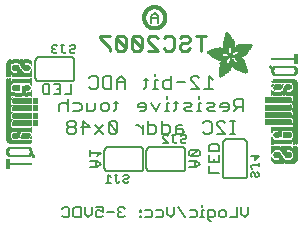
<source format=gbr>
G04 EAGLE Gerber RS-274X export*
G75*
%MOMM*%
%FSLAX34Y34*%
%LPD*%
%INSilkscreen Bottom*%
%IPPOS*%
%AMOC8*
5,1,8,0,0,1.08239X$1,22.5*%
G01*
%ADD10C,0.228600*%
%ADD11C,0.203200*%
%ADD12C,0.127000*%
%ADD13C,0.152400*%
%ADD14C,0.304800*%
%ADD15R,0.022863X0.462278*%
%ADD16R,0.022863X0.462281*%
%ADD17R,0.022863X0.436881*%
%ADD18R,0.023113X0.462278*%
%ADD19R,0.023113X0.462281*%
%ADD20R,0.023113X0.436881*%
%ADD21R,0.023116X0.462278*%
%ADD22R,0.023116X0.462281*%
%ADD23R,0.023116X0.436881*%
%ADD24R,0.023113X0.022863*%
%ADD25R,0.023116X0.091441*%
%ADD26R,0.023113X0.139700*%
%ADD27R,0.023116X0.185419*%
%ADD28R,0.023113X0.254000*%
%ADD29R,0.023113X0.299719*%
%ADD30R,0.023116X0.345438*%
%ADD31R,0.023113X0.391159*%
%ADD32R,0.023116X0.393700*%
%ADD33R,0.022863X0.325119*%
%ADD34R,0.022863X0.599438*%
%ADD35R,0.022863X0.622300*%
%ADD36R,0.022863X0.530859*%
%ADD37R,0.022863X0.439422*%
%ADD38R,0.022863X0.231138*%
%ADD39R,0.022863X0.071119*%
%ADD40R,0.022863X0.533400*%
%ADD41R,0.022863X0.208281*%
%ADD42R,0.023113X0.345441*%
%ADD43R,0.023113X0.576578*%
%ADD44R,0.023113X0.599438*%
%ADD45R,0.023113X0.508000*%
%ADD46R,0.023113X0.416563*%
%ADD47R,0.023113X0.208278*%
%ADD48R,0.023113X0.553722*%
%ADD49R,0.023113X0.208281*%
%ADD50R,0.023116X0.345441*%
%ADD51R,0.023116X0.530859*%
%ADD52R,0.023116X0.370841*%
%ADD53R,0.023116X0.162559*%
%ADD54R,0.023116X0.576581*%
%ADD55R,0.023116X0.208281*%
%ADD56R,0.023113X0.322578*%
%ADD57R,0.023113X0.485137*%
%ADD58R,0.023113X0.416559*%
%ADD59R,0.023113X0.347981*%
%ADD60R,0.023113X0.116838*%
%ADD61R,0.023113X0.647700*%
%ADD62R,0.023116X0.322581*%
%ADD63R,0.023116X0.485137*%
%ADD64R,0.023116X0.093978*%
%ADD65R,0.023116X0.231141*%
%ADD66R,0.023116X0.693419*%
%ADD67R,0.023113X0.322581*%
%ADD68R,0.023113X0.439419*%
%ADD69R,0.023113X0.370841*%
%ADD70R,0.023113X0.299722*%
%ADD71R,0.023113X0.045719*%
%ADD72R,0.023113X0.739138*%
%ADD73R,0.023113X0.414019*%
%ADD74R,0.023113X0.347978*%
%ADD75R,0.023113X0.762000*%
%ADD76R,0.023116X0.414019*%
%ADD77R,0.023116X0.182881*%
%ADD78R,0.023116X0.347978*%
%ADD79R,0.023116X0.276863*%
%ADD80R,0.023116X0.116841*%
%ADD81R,0.023116X0.276859*%
%ADD82R,0.023116X0.784863*%
%ADD83R,0.023113X0.325119*%
%ADD84R,0.023113X0.276863*%
%ADD85R,0.023113X0.276859*%
%ADD86R,0.023116X0.325119*%
%ADD87R,0.023116X0.391159*%
%ADD88R,0.023116X0.302259*%
%ADD89R,0.023116X0.254000*%
%ADD90R,0.023113X0.302259*%
%ADD91R,0.023113X0.393700*%
%ADD92R,0.023113X0.231141*%
%ADD93R,0.022863X0.302259*%
%ADD94R,0.022863X0.439419*%
%ADD95R,0.022863X0.368300*%
%ADD96R,0.022863X0.391159*%
%ADD97R,0.022863X0.416559*%
%ADD98R,0.022863X0.276863*%
%ADD99R,0.022863X0.205741*%
%ADD100R,0.023113X0.368300*%
%ADD101R,0.023113X0.205741*%
%ADD102R,0.023116X0.368300*%
%ADD103R,0.023116X0.205741*%
%ADD104R,0.023113X0.182881*%
%ADD105R,0.022863X0.276859*%
%ADD106R,0.022863X0.182881*%
%ADD107R,0.023113X0.924559*%
%ADD108R,0.023116X0.924559*%
%ADD109R,0.023113X0.901700*%
%ADD110R,0.023116X0.901700*%
%ADD111R,0.023113X0.878841*%
%ADD112R,0.023116X0.855981*%
%ADD113R,0.023113X0.833119*%
%ADD114R,0.022863X0.787400*%
%ADD115R,0.022863X0.414019*%
%ADD116R,0.022863X0.924559*%
%ADD117R,0.023113X0.739141*%
%ADD118R,0.023116X0.716281*%
%ADD119R,0.023116X0.299722*%
%ADD120R,0.023113X0.670559*%
%ADD121R,0.023116X0.647700*%
%ADD122R,0.023116X0.508000*%
%ADD123R,0.023116X0.299719*%
%ADD124R,0.023113X0.601981*%
%ADD125R,0.023113X0.530859*%
%ADD126R,0.023113X0.231138*%
%ADD127R,0.023113X0.556259*%
%ADD128R,0.023113X0.185419*%
%ADD129R,0.023116X0.533400*%
%ADD130R,0.023116X0.599438*%
%ADD131R,0.023116X0.416563*%
%ADD132R,0.023116X0.116838*%
%ADD133R,0.023113X0.485141*%
%ADD134R,0.023113X0.645159*%
%ADD135R,0.023113X0.716278*%
%ADD136R,0.022863X0.393700*%
%ADD137R,0.022863X0.762000*%
%ADD138R,0.022863X0.624841*%
%ADD139R,0.023113X0.784859*%
%ADD140R,0.023113X0.693422*%
%ADD141R,0.023116X0.830578*%
%ADD142R,0.023116X0.739141*%
%ADD143R,0.023113X0.876300*%
%ADD144R,0.023113X0.807722*%
%ADD145R,0.023116X0.899159*%
%ADD146R,0.023116X0.878841*%
%ADD147R,0.023113X0.922019*%
%ADD148R,0.023113X0.947419*%
%ADD149R,0.023116X0.970278*%
%ADD150R,0.023113X0.970278*%
%ADD151R,0.023116X0.439419*%
%ADD152R,0.022863X0.299722*%
%ADD153R,0.023116X0.416559*%
%ADD154R,0.023116X0.347981*%
%ADD155R,0.023113X0.137159*%
%ADD156R,0.023113X0.093978*%
%ADD157R,0.023113X0.091441*%
%ADD158R,0.023113X0.093981*%
%ADD159R,0.023113X0.114300*%
%ADD160R,0.023116X0.045719*%
%ADD161R,0.023116X0.045722*%
%ADD162R,0.023113X0.071119*%
%ADD163R,0.023113X0.116841*%
%ADD164R,0.023116X0.139700*%
%ADD165R,0.022863X0.322581*%
%ADD166R,0.022863X0.345441*%
%ADD167R,0.022863X0.162559*%
%ADD168R,0.022863X0.576581*%
%ADD169R,0.023113X0.668019*%
%ADD170R,0.023113X0.533400*%
%ADD171R,0.023116X1.455419*%
%ADD172R,0.023116X5.519419*%
%ADD173R,0.023113X1.455419*%
%ADD174R,0.023113X5.519419*%
%ADD175R,0.023116X5.494019*%
%ADD176R,0.023113X1.430019*%
%ADD177R,0.023113X5.494019*%
%ADD178R,0.023116X1.430019*%
%ADD179R,0.023116X5.471159*%
%ADD180R,0.023116X0.762000*%
%ADD181R,0.023113X1.407159*%
%ADD182R,0.023113X5.471159*%
%ADD183R,0.022863X1.384300*%
%ADD184R,0.022863X5.448300*%
%ADD185R,0.022863X0.716278*%
%ADD186R,0.022863X0.878841*%
%ADD187R,0.023113X1.361438*%
%ADD188R,0.023113X5.425438*%
%ADD189R,0.023116X1.338578*%
%ADD190R,0.023116X5.402578*%
%ADD191R,0.023116X0.624841*%
%ADD192R,0.023113X1.292859*%
%ADD193R,0.023113X5.356859*%
%ADD194R,0.023116X1.224278*%
%ADD195R,0.023116X5.288278*%
%ADD196R,0.050800X0.006300*%
%ADD197R,0.082600X0.006400*%
%ADD198R,0.120600X0.006300*%
%ADD199R,0.139700X0.006400*%
%ADD200R,0.158800X0.006300*%
%ADD201R,0.177800X0.006400*%
%ADD202R,0.196800X0.006300*%
%ADD203R,0.215900X0.006400*%
%ADD204R,0.228600X0.006300*%
%ADD205R,0.241300X0.006400*%
%ADD206R,0.254000X0.006300*%
%ADD207R,0.266700X0.006400*%
%ADD208R,0.279400X0.006300*%
%ADD209R,0.285700X0.006400*%
%ADD210R,0.298400X0.006300*%
%ADD211R,0.311200X0.006400*%
%ADD212R,0.317500X0.006300*%
%ADD213R,0.330200X0.006400*%
%ADD214R,0.336600X0.006300*%
%ADD215R,0.349200X0.006400*%
%ADD216R,0.361900X0.006300*%
%ADD217R,0.368300X0.006400*%
%ADD218R,0.381000X0.006300*%
%ADD219R,0.387300X0.006400*%
%ADD220R,0.393700X0.006300*%
%ADD221R,0.406400X0.006400*%
%ADD222R,0.412700X0.006300*%
%ADD223R,0.419100X0.006400*%
%ADD224R,0.431800X0.006300*%
%ADD225R,0.438100X0.006400*%
%ADD226R,0.450800X0.006300*%
%ADD227R,0.457200X0.006400*%
%ADD228R,0.463500X0.006300*%
%ADD229R,0.476200X0.006400*%
%ADD230R,0.482600X0.006300*%
%ADD231R,0.488900X0.006400*%
%ADD232R,0.501600X0.006300*%
%ADD233R,0.508000X0.006400*%
%ADD234R,0.514300X0.006300*%
%ADD235R,0.527000X0.006400*%
%ADD236R,0.533400X0.006300*%
%ADD237R,0.546100X0.006400*%
%ADD238R,0.552400X0.006300*%
%ADD239R,0.558800X0.006400*%
%ADD240R,0.571500X0.006300*%
%ADD241R,0.577800X0.006400*%
%ADD242R,0.584200X0.006300*%
%ADD243R,0.596900X0.006400*%
%ADD244R,0.603200X0.006300*%
%ADD245R,0.609600X0.006400*%
%ADD246R,0.622300X0.006300*%
%ADD247R,0.628600X0.006400*%
%ADD248R,0.641300X0.006300*%
%ADD249R,0.647700X0.006400*%
%ADD250R,0.063500X0.006300*%
%ADD251R,0.654000X0.006300*%
%ADD252R,0.101600X0.006400*%
%ADD253R,0.666700X0.006400*%
%ADD254R,0.139700X0.006300*%
%ADD255R,0.673100X0.006300*%
%ADD256R,0.165100X0.006400*%
%ADD257R,0.679400X0.006400*%
%ADD258R,0.196900X0.006300*%
%ADD259R,0.692100X0.006300*%
%ADD260R,0.222200X0.006400*%
%ADD261R,0.698500X0.006400*%
%ADD262R,0.247700X0.006300*%
%ADD263R,0.704800X0.006300*%
%ADD264R,0.279400X0.006400*%
%ADD265R,0.717500X0.006400*%
%ADD266R,0.298500X0.006300*%
%ADD267R,0.723900X0.006300*%
%ADD268R,0.736600X0.006400*%
%ADD269R,0.342900X0.006300*%
%ADD270R,0.742900X0.006300*%
%ADD271R,0.374700X0.006400*%
%ADD272R,0.749300X0.006400*%
%ADD273R,0.762000X0.006300*%
%ADD274R,0.412700X0.006400*%
%ADD275R,0.768300X0.006400*%
%ADD276R,0.438100X0.006300*%
%ADD277R,0.774700X0.006300*%
%ADD278R,0.463600X0.006400*%
%ADD279R,0.787400X0.006400*%
%ADD280R,0.793700X0.006300*%
%ADD281R,0.495300X0.006400*%
%ADD282R,0.800100X0.006400*%
%ADD283R,0.520700X0.006300*%
%ADD284R,0.812800X0.006300*%
%ADD285R,0.533400X0.006400*%
%ADD286R,0.819100X0.006400*%
%ADD287R,0.558800X0.006300*%
%ADD288R,0.825500X0.006300*%
%ADD289R,0.577900X0.006400*%
%ADD290R,0.831800X0.006400*%
%ADD291R,0.596900X0.006300*%
%ADD292R,0.844500X0.006300*%
%ADD293R,0.616000X0.006400*%
%ADD294R,0.850900X0.006400*%
%ADD295R,0.635000X0.006300*%
%ADD296R,0.857200X0.006300*%
%ADD297R,0.654100X0.006400*%
%ADD298R,0.863600X0.006400*%
%ADD299R,0.666700X0.006300*%
%ADD300R,0.869900X0.006300*%
%ADD301R,0.685800X0.006400*%
%ADD302R,0.876300X0.006400*%
%ADD303R,0.882600X0.006300*%
%ADD304R,0.723900X0.006400*%
%ADD305R,0.889000X0.006400*%
%ADD306R,0.895300X0.006300*%
%ADD307R,0.755700X0.006400*%
%ADD308R,0.901700X0.006400*%
%ADD309R,0.908000X0.006300*%
%ADD310R,0.793800X0.006400*%
%ADD311R,0.914400X0.006400*%
%ADD312R,0.806400X0.006300*%
%ADD313R,0.920700X0.006300*%
%ADD314R,0.825500X0.006400*%
%ADD315R,0.927100X0.006400*%
%ADD316R,0.933400X0.006300*%
%ADD317R,0.857300X0.006400*%
%ADD318R,0.939800X0.006400*%
%ADD319R,0.870000X0.006300*%
%ADD320R,0.939800X0.006300*%
%ADD321R,0.946100X0.006400*%
%ADD322R,0.952500X0.006300*%
%ADD323R,0.908000X0.006400*%
%ADD324R,0.958800X0.006400*%
%ADD325R,0.965200X0.006300*%
%ADD326R,0.965200X0.006400*%
%ADD327R,0.971500X0.006300*%
%ADD328R,0.952500X0.006400*%
%ADD329R,0.977900X0.006400*%
%ADD330R,0.958800X0.006300*%
%ADD331R,0.984200X0.006300*%
%ADD332R,0.971500X0.006400*%
%ADD333R,0.984200X0.006400*%
%ADD334R,0.990600X0.006300*%
%ADD335R,0.984300X0.006400*%
%ADD336R,0.996900X0.006400*%
%ADD337R,0.997000X0.006300*%
%ADD338R,0.996900X0.006300*%
%ADD339R,1.003300X0.006400*%
%ADD340R,1.016000X0.006300*%
%ADD341R,1.009600X0.006300*%
%ADD342R,1.016000X0.006400*%
%ADD343R,1.009600X0.006400*%
%ADD344R,1.022300X0.006300*%
%ADD345R,1.028700X0.006400*%
%ADD346R,1.035100X0.006300*%
%ADD347R,1.047800X0.006400*%
%ADD348R,1.054100X0.006300*%
%ADD349R,1.028700X0.006300*%
%ADD350R,1.054100X0.006400*%
%ADD351R,1.035000X0.006400*%
%ADD352R,1.060400X0.006300*%
%ADD353R,1.035000X0.006300*%
%ADD354R,1.060500X0.006400*%
%ADD355R,1.041400X0.006400*%
%ADD356R,1.066800X0.006300*%
%ADD357R,1.041400X0.006300*%
%ADD358R,1.079500X0.006400*%
%ADD359R,1.047700X0.006400*%
%ADD360R,1.085900X0.006300*%
%ADD361R,1.047700X0.006300*%
%ADD362R,1.085800X0.006400*%
%ADD363R,1.092200X0.006300*%
%ADD364R,1.085900X0.006400*%
%ADD365R,1.098600X0.006300*%
%ADD366R,1.098600X0.006400*%
%ADD367R,1.060400X0.006400*%
%ADD368R,1.104900X0.006300*%
%ADD369R,1.104900X0.006400*%
%ADD370R,1.066800X0.006400*%
%ADD371R,1.111200X0.006300*%
%ADD372R,1.117600X0.006400*%
%ADD373R,1.117600X0.006300*%
%ADD374R,1.073100X0.006300*%
%ADD375R,1.073100X0.006400*%
%ADD376R,1.124000X0.006300*%
%ADD377R,1.079500X0.006300*%
%ADD378R,1.123900X0.006400*%
%ADD379R,1.130300X0.006300*%
%ADD380R,1.130300X0.006400*%
%ADD381R,1.136700X0.006400*%
%ADD382R,1.136700X0.006300*%
%ADD383R,1.085800X0.006300*%
%ADD384R,1.136600X0.006400*%
%ADD385R,1.136600X0.006300*%
%ADD386R,1.143000X0.006400*%
%ADD387R,1.143000X0.006300*%
%ADD388R,1.149400X0.006300*%
%ADD389R,1.149300X0.006300*%
%ADD390R,1.149300X0.006400*%
%ADD391R,1.149400X0.006400*%
%ADD392R,1.155700X0.006400*%
%ADD393R,1.155700X0.006300*%
%ADD394R,1.060500X0.006300*%
%ADD395R,2.197100X0.006400*%
%ADD396R,2.197100X0.006300*%
%ADD397R,2.184400X0.006300*%
%ADD398R,2.184400X0.006400*%
%ADD399R,2.171700X0.006400*%
%ADD400R,2.171700X0.006300*%
%ADD401R,1.530300X0.006400*%
%ADD402R,1.505000X0.006300*%
%ADD403R,1.492300X0.006400*%
%ADD404R,1.485900X0.006300*%
%ADD405R,0.565200X0.006300*%
%ADD406R,1.473200X0.006400*%
%ADD407R,0.565200X0.006400*%
%ADD408R,1.460500X0.006300*%
%ADD409R,1.454100X0.006400*%
%ADD410R,0.552400X0.006400*%
%ADD411R,1.441500X0.006300*%
%ADD412R,0.546100X0.006300*%
%ADD413R,1.435100X0.006400*%
%ADD414R,0.539800X0.006400*%
%ADD415R,1.428800X0.006300*%
%ADD416R,1.422400X0.006400*%
%ADD417R,1.409700X0.006300*%
%ADD418R,0.527100X0.006300*%
%ADD419R,1.403300X0.006400*%
%ADD420R,0.527100X0.006400*%
%ADD421R,1.390700X0.006300*%
%ADD422R,1.384300X0.006400*%
%ADD423R,0.520700X0.006400*%
%ADD424R,1.384300X0.006300*%
%ADD425R,0.514400X0.006300*%
%ADD426R,1.371600X0.006400*%
%ADD427R,1.365200X0.006300*%
%ADD428R,0.508000X0.006300*%
%ADD429R,1.352600X0.006400*%
%ADD430R,0.501700X0.006400*%
%ADD431R,0.711200X0.006300*%
%ADD432R,0.603300X0.006300*%
%ADD433R,0.501700X0.006300*%
%ADD434R,0.692100X0.006400*%
%ADD435R,0.571500X0.006400*%
%ADD436R,0.679400X0.006300*%
%ADD437R,0.495300X0.006300*%
%ADD438R,0.673100X0.006400*%
%ADD439R,0.666800X0.006300*%
%ADD440R,0.488900X0.006300*%
%ADD441R,0.660400X0.006400*%
%ADD442R,0.482600X0.006400*%
%ADD443R,0.476200X0.006300*%
%ADD444R,0.654000X0.006400*%
%ADD445R,0.469900X0.006400*%
%ADD446R,0.476300X0.006400*%
%ADD447R,0.647700X0.006300*%
%ADD448R,0.457200X0.006300*%
%ADD449R,0.469900X0.006300*%
%ADD450R,0.641300X0.006400*%
%ADD451R,0.444500X0.006400*%
%ADD452R,0.463600X0.006300*%
%ADD453R,0.635000X0.006400*%
%ADD454R,0.463500X0.006400*%
%ADD455R,0.393700X0.006400*%
%ADD456R,0.450800X0.006400*%
%ADD457R,0.628600X0.006300*%
%ADD458R,0.387400X0.006300*%
%ADD459R,0.450900X0.006300*%
%ADD460R,0.628700X0.006400*%
%ADD461R,0.374600X0.006400*%
%ADD462R,0.368300X0.006300*%
%ADD463R,0.438200X0.006300*%
%ADD464R,0.622300X0.006400*%
%ADD465R,0.355600X0.006400*%
%ADD466R,0.431800X0.006400*%
%ADD467R,0.349300X0.006300*%
%ADD468R,0.425400X0.006300*%
%ADD469R,0.615900X0.006300*%
%ADD470R,0.330200X0.006300*%
%ADD471R,0.419100X0.006300*%
%ADD472R,0.616000X0.006300*%
%ADD473R,0.311200X0.006300*%
%ADD474R,0.406400X0.006300*%
%ADD475R,0.615900X0.006400*%
%ADD476R,0.304800X0.006400*%
%ADD477R,0.158800X0.006400*%
%ADD478R,0.609600X0.006300*%
%ADD479R,0.292100X0.006300*%
%ADD480R,0.235000X0.006300*%
%ADD481R,0.387400X0.006400*%
%ADD482R,0.292100X0.006400*%
%ADD483R,0.336500X0.006300*%
%ADD484R,0.260400X0.006300*%
%ADD485R,0.603300X0.006400*%
%ADD486R,0.260400X0.006400*%
%ADD487R,0.362000X0.006400*%
%ADD488R,0.450900X0.006400*%
%ADD489R,0.355600X0.006300*%
%ADD490R,0.342900X0.006400*%
%ADD491R,0.514300X0.006400*%
%ADD492R,0.234900X0.006300*%
%ADD493R,0.539700X0.006300*%
%ADD494R,0.603200X0.006400*%
%ADD495R,0.234900X0.006400*%
%ADD496R,0.920700X0.006400*%
%ADD497R,0.958900X0.006400*%
%ADD498R,0.215900X0.006300*%
%ADD499R,0.209600X0.006400*%
%ADD500R,0.203200X0.006300*%
%ADD501R,1.003300X0.006300*%
%ADD502R,0.203200X0.006400*%
%ADD503R,0.196900X0.006400*%
%ADD504R,0.190500X0.006300*%
%ADD505R,0.190500X0.006400*%
%ADD506R,0.184200X0.006300*%
%ADD507R,0.590500X0.006400*%
%ADD508R,0.184200X0.006400*%
%ADD509R,0.590500X0.006300*%
%ADD510R,0.177800X0.006300*%
%ADD511R,0.584200X0.006400*%
%ADD512R,1.168400X0.006400*%
%ADD513R,0.171500X0.006300*%
%ADD514R,1.187500X0.006300*%
%ADD515R,1.200100X0.006400*%
%ADD516R,0.577800X0.006300*%
%ADD517R,1.212900X0.006300*%
%ADD518R,1.231900X0.006400*%
%ADD519R,1.250900X0.006300*%
%ADD520R,0.565100X0.006400*%
%ADD521R,0.184100X0.006400*%
%ADD522R,1.263700X0.006400*%
%ADD523R,0.565100X0.006300*%
%ADD524R,1.289100X0.006300*%
%ADD525R,1.314400X0.006400*%
%ADD526R,0.552500X0.006300*%
%ADD527R,1.568500X0.006300*%
%ADD528R,0.552500X0.006400*%
%ADD529R,1.581200X0.006400*%
%ADD530R,1.593800X0.006300*%
%ADD531R,1.606500X0.006400*%
%ADD532R,1.619300X0.006300*%
%ADD533R,0.514400X0.006400*%
%ADD534R,1.638300X0.006400*%
%ADD535R,1.657300X0.006300*%
%ADD536R,2.209800X0.006400*%
%ADD537R,2.425700X0.006300*%
%ADD538R,2.470100X0.006400*%
%ADD539R,2.501900X0.006300*%
%ADD540R,2.533700X0.006400*%
%ADD541R,2.559000X0.006300*%
%ADD542R,2.584500X0.006400*%
%ADD543R,2.609900X0.006300*%
%ADD544R,2.628900X0.006400*%
%ADD545R,2.660600X0.006300*%
%ADD546R,2.673400X0.006400*%
%ADD547R,1.422400X0.006300*%
%ADD548R,1.200200X0.006300*%
%ADD549R,1.365300X0.006300*%
%ADD550R,1.365300X0.006400*%
%ADD551R,1.352500X0.006300*%
%ADD552R,1.098500X0.006300*%
%ADD553R,1.358900X0.006400*%
%ADD554R,1.352600X0.006300*%
%ADD555R,1.358900X0.006300*%
%ADD556R,1.371600X0.006300*%
%ADD557R,1.377900X0.006400*%
%ADD558R,1.397000X0.006400*%
%ADD559R,1.403300X0.006300*%
%ADD560R,0.914400X0.006300*%
%ADD561R,0.876300X0.006300*%
%ADD562R,0.374600X0.006300*%
%ADD563R,1.073200X0.006400*%
%ADD564R,0.374700X0.006300*%
%ADD565R,0.844600X0.006400*%
%ADD566R,0.844600X0.006300*%
%ADD567R,0.831900X0.006400*%
%ADD568R,1.092200X0.006400*%
%ADD569R,0.400000X0.006300*%
%ADD570R,0.819200X0.006400*%
%ADD571R,1.111300X0.006400*%
%ADD572R,0.812800X0.006400*%
%ADD573R,0.800100X0.006300*%
%ADD574R,0.476300X0.006300*%
%ADD575R,1.181100X0.006300*%
%ADD576R,0.501600X0.006400*%
%ADD577R,1.193800X0.006400*%
%ADD578R,0.781000X0.006400*%
%ADD579R,1.238200X0.006400*%
%ADD580R,0.781100X0.006300*%
%ADD581R,1.257300X0.006300*%
%ADD582R,1.295400X0.006400*%
%ADD583R,1.333500X0.006300*%
%ADD584R,0.774700X0.006400*%
%ADD585R,1.866900X0.006400*%
%ADD586R,0.209600X0.006300*%
%ADD587R,1.866900X0.006300*%
%ADD588R,0.768400X0.006400*%
%ADD589R,0.209500X0.006400*%
%ADD590R,1.860600X0.006400*%
%ADD591R,0.762000X0.006400*%
%ADD592R,0.768400X0.006300*%
%ADD593R,1.860600X0.006300*%
%ADD594R,1.860500X0.006400*%
%ADD595R,0.222300X0.006300*%
%ADD596R,1.854200X0.006300*%
%ADD597R,0.235000X0.006400*%
%ADD598R,1.854200X0.006400*%
%ADD599R,0.768300X0.006300*%
%ADD600R,0.260300X0.006400*%
%ADD601R,1.847800X0.006400*%
%ADD602R,0.266700X0.006300*%
%ADD603R,1.847800X0.006300*%
%ADD604R,0.273100X0.006400*%
%ADD605R,1.841500X0.006400*%
%ADD606R,0.285800X0.006300*%
%ADD607R,1.841500X0.006300*%
%ADD608R,0.298500X0.006400*%
%ADD609R,1.835100X0.006400*%
%ADD610R,0.781000X0.006300*%
%ADD611R,0.304800X0.006300*%
%ADD612R,1.835100X0.006300*%
%ADD613R,0.317500X0.006400*%
%ADD614R,1.828800X0.006400*%
%ADD615R,0.787400X0.006300*%
%ADD616R,0.323800X0.006300*%
%ADD617R,1.828800X0.006300*%
%ADD618R,0.793700X0.006400*%
%ADD619R,1.822400X0.006400*%
%ADD620R,0.806500X0.006300*%
%ADD621R,1.822400X0.006300*%
%ADD622R,1.816100X0.006400*%
%ADD623R,0.819100X0.006300*%
%ADD624R,0.387300X0.006300*%
%ADD625R,1.816100X0.006300*%
%ADD626R,1.809800X0.006400*%
%ADD627R,1.803400X0.006300*%
%ADD628R,1.797000X0.006400*%
%ADD629R,0.901700X0.006300*%
%ADD630R,1.797000X0.006300*%
%ADD631R,1.441400X0.006400*%
%ADD632R,1.790700X0.006400*%
%ADD633R,1.447800X0.006300*%
%ADD634R,1.784300X0.006300*%
%ADD635R,1.447800X0.006400*%
%ADD636R,1.784300X0.006400*%
%ADD637R,1.454100X0.006300*%
%ADD638R,1.771700X0.006300*%
%ADD639R,1.460500X0.006400*%
%ADD640R,1.759000X0.006400*%
%ADD641R,1.466800X0.006300*%
%ADD642R,1.752600X0.006300*%
%ADD643R,1.466800X0.006400*%
%ADD644R,1.739900X0.006400*%
%ADD645R,1.473200X0.006300*%
%ADD646R,1.727200X0.006300*%
%ADD647R,1.479500X0.006400*%
%ADD648R,1.714500X0.006400*%
%ADD649R,1.695400X0.006300*%
%ADD650R,1.485900X0.006400*%
%ADD651R,1.682700X0.006400*%
%ADD652R,1.492200X0.006300*%
%ADD653R,1.663700X0.006300*%
%ADD654R,1.498600X0.006400*%
%ADD655R,1.644600X0.006400*%
%ADD656R,1.498600X0.006300*%
%ADD657R,1.619200X0.006300*%
%ADD658R,1.511300X0.006400*%
%ADD659R,1.600200X0.006400*%
%ADD660R,1.517700X0.006300*%
%ADD661R,1.574800X0.006300*%
%ADD662R,1.524000X0.006400*%
%ADD663R,1.555800X0.006400*%
%ADD664R,1.524000X0.006300*%
%ADD665R,1.536700X0.006300*%
%ADD666R,1.530400X0.006400*%
%ADD667R,1.517700X0.006400*%
%ADD668R,1.492300X0.006300*%
%ADD669R,1.549400X0.006400*%
%ADD670R,1.479600X0.006400*%
%ADD671R,1.549400X0.006300*%
%ADD672R,1.555700X0.006400*%
%ADD673R,1.562100X0.006300*%
%ADD674R,0.323900X0.006300*%
%ADD675R,1.568400X0.006400*%
%ADD676R,0.336600X0.006400*%
%ADD677R,1.587500X0.006300*%
%ADD678R,0.971600X0.006300*%
%ADD679R,0.349300X0.006400*%
%ADD680R,1.600200X0.006300*%
%ADD681R,0.920800X0.006300*%
%ADD682R,0.882700X0.006400*%
%ADD683R,1.612900X0.006300*%
%ADD684R,0.362000X0.006300*%
%ADD685R,1.625600X0.006400*%
%ADD686R,1.625600X0.006300*%
%ADD687R,1.644600X0.006300*%
%ADD688R,0.736600X0.006300*%
%ADD689R,0.717600X0.006400*%
%ADD690R,1.657400X0.006300*%
%ADD691R,0.679500X0.006300*%
%ADD692R,1.663700X0.006400*%
%ADD693R,0.400000X0.006400*%
%ADD694R,1.676400X0.006300*%
%ADD695R,1.676400X0.006400*%
%ADD696R,0.425500X0.006400*%
%ADD697R,1.352500X0.006400*%
%ADD698R,0.444500X0.006300*%
%ADD699R,0.361900X0.006400*%
%ADD700R,0.088900X0.006300*%
%ADD701R,1.009700X0.006300*%
%ADD702R,1.009700X0.006400*%
%ADD703R,1.022300X0.006400*%
%ADD704R,1.346200X0.006400*%
%ADD705R,1.346200X0.006300*%
%ADD706R,1.339900X0.006400*%
%ADD707R,1.035100X0.006400*%
%ADD708R,1.339800X0.006300*%
%ADD709R,1.333500X0.006400*%
%ADD710R,1.327200X0.006400*%
%ADD711R,1.320800X0.006300*%
%ADD712R,1.314500X0.006400*%
%ADD713R,1.314400X0.006300*%
%ADD714R,1.301700X0.006400*%
%ADD715R,1.295400X0.006300*%
%ADD716R,1.289000X0.006400*%
%ADD717R,1.276300X0.006300*%
%ADD718R,1.251000X0.006300*%
%ADD719R,1.244600X0.006400*%
%ADD720R,1.231900X0.006300*%
%ADD721R,1.212800X0.006400*%
%ADD722R,1.200100X0.006300*%
%ADD723R,1.187400X0.006400*%
%ADD724R,1.168400X0.006300*%
%ADD725R,1.047800X0.006300*%
%ADD726R,0.977900X0.006300*%
%ADD727R,0.946200X0.006400*%
%ADD728R,0.933400X0.006400*%
%ADD729R,0.895300X0.006400*%
%ADD730R,0.882700X0.006300*%
%ADD731R,0.863600X0.006300*%
%ADD732R,0.857200X0.006400*%
%ADD733R,0.850900X0.006300*%
%ADD734R,0.838200X0.006300*%
%ADD735R,0.806500X0.006400*%
%ADD736R,0.717600X0.006300*%
%ADD737R,0.711200X0.006400*%
%ADD738R,0.641400X0.006400*%
%ADD739R,0.641400X0.006300*%
%ADD740R,0.628700X0.006300*%
%ADD741R,0.590600X0.006300*%
%ADD742R,0.539700X0.006400*%
%ADD743R,0.285700X0.006300*%
%ADD744R,0.222200X0.006300*%
%ADD745R,0.171400X0.006300*%
%ADD746R,0.152400X0.006400*%
%ADD747R,0.133400X0.006300*%


D10*
X167912Y146177D02*
X167912Y158634D01*
X163760Y158634D02*
X172065Y158634D01*
X152271Y158634D02*
X150195Y156558D01*
X152271Y158634D02*
X156423Y158634D01*
X158500Y156558D01*
X158500Y154481D01*
X156423Y152405D01*
X152271Y152405D01*
X150195Y150329D01*
X150195Y148253D01*
X152271Y146177D01*
X156423Y146177D01*
X158500Y148253D01*
X138706Y158634D02*
X136630Y156558D01*
X138706Y158634D02*
X142858Y158634D01*
X144935Y156558D01*
X144935Y148253D01*
X142858Y146177D01*
X138706Y146177D01*
X136630Y148253D01*
X131370Y146177D02*
X123065Y146177D01*
X123065Y154481D02*
X131370Y146177D01*
X123065Y154481D02*
X123065Y156558D01*
X125141Y158634D01*
X129293Y158634D01*
X131370Y156558D01*
X117804Y156558D02*
X117804Y148253D01*
X117804Y156558D02*
X115728Y158634D01*
X111576Y158634D01*
X109500Y156558D01*
X109500Y148253D01*
X111576Y146177D01*
X115728Y146177D01*
X117804Y148253D01*
X109500Y156558D01*
X104239Y156558D02*
X104239Y148253D01*
X104239Y156558D02*
X102163Y158634D01*
X98011Y158634D01*
X95935Y156558D01*
X95935Y148253D01*
X98011Y146177D01*
X102163Y146177D01*
X104239Y148253D01*
X95935Y156558D01*
X90674Y158634D02*
X82370Y158634D01*
X82370Y156558D01*
X90674Y148253D01*
X90674Y146177D01*
D11*
X174457Y124723D02*
X178016Y121164D01*
X174457Y124723D02*
X174457Y114046D01*
X178016Y114046D02*
X170898Y114046D01*
X166322Y114046D02*
X159204Y114046D01*
X166322Y114046D02*
X159204Y121164D01*
X159204Y122944D01*
X160983Y124723D01*
X164543Y124723D01*
X166322Y122944D01*
X154628Y119385D02*
X147510Y119385D01*
X142934Y124723D02*
X142934Y114046D01*
X137596Y114046D01*
X135816Y115826D01*
X135816Y119385D01*
X137596Y121164D01*
X142934Y121164D01*
X131240Y121164D02*
X129461Y121164D01*
X129461Y114046D01*
X131240Y114046D02*
X127681Y114046D01*
X129461Y124723D02*
X129461Y126503D01*
X121665Y122944D02*
X121665Y115826D01*
X119885Y114046D01*
X119885Y121164D02*
X123444Y121164D01*
X103954Y121164D02*
X103954Y114046D01*
X103954Y121164D02*
X100395Y124723D01*
X96836Y121164D01*
X96836Y114046D01*
X96836Y119385D02*
X103954Y119385D01*
X92260Y124723D02*
X92260Y114046D01*
X86922Y114046D01*
X85142Y115826D01*
X85142Y122944D01*
X86922Y124723D01*
X92260Y124723D01*
X75228Y124723D02*
X73448Y122944D01*
X75228Y124723D02*
X78787Y124723D01*
X80566Y122944D01*
X80566Y115826D01*
X78787Y114046D01*
X75228Y114046D01*
X73448Y115826D01*
X203353Y105673D02*
X203353Y94996D01*
X203353Y105673D02*
X198014Y105673D01*
X196235Y103894D01*
X196235Y100335D01*
X198014Y98555D01*
X203353Y98555D01*
X199794Y98555D02*
X196235Y94996D01*
X189879Y94996D02*
X186320Y94996D01*
X189879Y94996D02*
X191659Y96776D01*
X191659Y100335D01*
X189879Y102114D01*
X186320Y102114D01*
X184541Y100335D01*
X184541Y98555D01*
X191659Y98555D01*
X179965Y94996D02*
X174626Y94996D01*
X172847Y96776D01*
X174626Y98555D01*
X178186Y98555D01*
X179965Y100335D01*
X178186Y102114D01*
X172847Y102114D01*
X168271Y102114D02*
X166492Y102114D01*
X166492Y94996D01*
X168271Y94996D02*
X164712Y94996D01*
X166492Y105673D02*
X166492Y107453D01*
X160475Y94996D02*
X155137Y94996D01*
X153357Y96776D01*
X155137Y98555D01*
X158696Y98555D01*
X160475Y100335D01*
X158696Y102114D01*
X153357Y102114D01*
X147002Y103894D02*
X147002Y96776D01*
X145222Y94996D01*
X145222Y102114D02*
X148781Y102114D01*
X140985Y102114D02*
X139206Y102114D01*
X139206Y94996D01*
X140985Y94996D02*
X137426Y94996D01*
X139206Y105673D02*
X139206Y107453D01*
X133189Y102114D02*
X129630Y94996D01*
X126071Y102114D01*
X119716Y94996D02*
X116157Y94996D01*
X119716Y94996D02*
X121495Y96776D01*
X121495Y100335D01*
X119716Y102114D01*
X116157Y102114D01*
X114377Y100335D01*
X114377Y98555D01*
X121495Y98555D01*
X96328Y96776D02*
X96328Y103894D01*
X96328Y96776D02*
X94548Y94996D01*
X94548Y102114D02*
X98107Y102114D01*
X88532Y94996D02*
X84973Y94996D01*
X83193Y96776D01*
X83193Y100335D01*
X84973Y102114D01*
X88532Y102114D01*
X90311Y100335D01*
X90311Y96776D01*
X88532Y94996D01*
X78617Y96776D02*
X78617Y102114D01*
X78617Y96776D02*
X76838Y94996D01*
X71499Y94996D01*
X71499Y102114D01*
X65144Y102114D02*
X59805Y102114D01*
X65144Y102114D02*
X66923Y100335D01*
X66923Y96776D01*
X65144Y94996D01*
X59805Y94996D01*
X55229Y94996D02*
X55229Y105673D01*
X53450Y102114D02*
X55229Y100335D01*
X53450Y102114D02*
X49891Y102114D01*
X48111Y100335D01*
X48111Y94996D01*
X192972Y75946D02*
X196531Y75946D01*
X194752Y75946D02*
X194752Y86623D01*
X196531Y86623D02*
X192972Y86623D01*
X188735Y75946D02*
X181617Y75946D01*
X188735Y75946D02*
X181617Y83064D01*
X181617Y84844D01*
X183397Y86623D01*
X186956Y86623D01*
X188735Y84844D01*
X171703Y86623D02*
X169923Y84844D01*
X171703Y86623D02*
X175262Y86623D01*
X177042Y84844D01*
X177042Y77726D01*
X175262Y75946D01*
X171703Y75946D01*
X169923Y77726D01*
X151874Y83064D02*
X148315Y83064D01*
X146536Y81285D01*
X146536Y75946D01*
X151874Y75946D01*
X153654Y77726D01*
X151874Y79505D01*
X146536Y79505D01*
X134842Y75946D02*
X134842Y86623D01*
X134842Y75946D02*
X140180Y75946D01*
X141960Y77726D01*
X141960Y81285D01*
X140180Y83064D01*
X134842Y83064D01*
X123148Y86623D02*
X123148Y75946D01*
X128486Y75946D01*
X130266Y77726D01*
X130266Y81285D01*
X128486Y83064D01*
X123148Y83064D01*
X118572Y83064D02*
X118572Y75946D01*
X118572Y79505D02*
X115013Y83064D01*
X113233Y83064D01*
X97133Y84844D02*
X97133Y77726D01*
X97133Y84844D02*
X95353Y86623D01*
X91794Y86623D01*
X90015Y84844D01*
X90015Y77726D01*
X91794Y75946D01*
X95353Y75946D01*
X97133Y77726D01*
X90015Y84844D01*
X85439Y83064D02*
X78321Y75946D01*
X85439Y75946D02*
X78321Y83064D01*
X68406Y86623D02*
X68406Y75946D01*
X73745Y81285D02*
X68406Y86623D01*
X66627Y81285D02*
X73745Y81285D01*
X62051Y84844D02*
X60271Y86623D01*
X56712Y86623D01*
X54933Y84844D01*
X54933Y83064D01*
X56712Y81285D01*
X54933Y79505D01*
X54933Y77726D01*
X56712Y75946D01*
X60271Y75946D01*
X62051Y77726D01*
X62051Y79505D01*
X60271Y81285D01*
X62051Y83064D01*
X62051Y84844D01*
X60271Y81285D02*
X56712Y81285D01*
D12*
X207934Y13978D02*
X207934Y8046D01*
X204968Y5080D01*
X202002Y8046D01*
X202002Y13978D01*
X198579Y13978D02*
X198579Y5080D01*
X192647Y5080D01*
X187740Y5080D02*
X184775Y5080D01*
X183292Y6563D01*
X183292Y9529D01*
X184775Y11012D01*
X187740Y11012D01*
X189223Y9529D01*
X189223Y6563D01*
X187740Y5080D01*
X176902Y2114D02*
X175419Y2114D01*
X173936Y3597D01*
X173936Y11012D01*
X178385Y11012D01*
X179868Y9529D01*
X179868Y6563D01*
X178385Y5080D01*
X173936Y5080D01*
X170513Y11012D02*
X169030Y11012D01*
X169030Y5080D01*
X170513Y5080D02*
X167547Y5080D01*
X169030Y13978D02*
X169030Y15461D01*
X162793Y11012D02*
X158345Y11012D01*
X162793Y11012D02*
X164276Y9529D01*
X164276Y6563D01*
X162793Y5080D01*
X158345Y5080D01*
X154921Y5080D02*
X148989Y13978D01*
X145566Y13978D02*
X145566Y8046D01*
X142600Y5080D01*
X139634Y8046D01*
X139634Y13978D01*
X134728Y11012D02*
X130279Y11012D01*
X134728Y11012D02*
X136211Y9529D01*
X136211Y6563D01*
X134728Y5080D01*
X130279Y5080D01*
X125373Y11012D02*
X120924Y11012D01*
X125373Y11012D02*
X126855Y9529D01*
X126855Y6563D01*
X125373Y5080D01*
X120924Y5080D01*
X117500Y11012D02*
X116017Y11012D01*
X116017Y9529D01*
X117500Y9529D01*
X117500Y11012D01*
X117500Y6563D02*
X116017Y6563D01*
X116017Y5080D01*
X117500Y5080D01*
X117500Y6563D01*
X103468Y12495D02*
X101985Y13978D01*
X99019Y13978D01*
X97536Y12495D01*
X97536Y11012D01*
X99019Y9529D01*
X100502Y9529D01*
X99019Y9529D02*
X97536Y8046D01*
X97536Y6563D01*
X99019Y5080D01*
X101985Y5080D01*
X103468Y6563D01*
X94112Y9529D02*
X88181Y9529D01*
X84757Y13978D02*
X78825Y13978D01*
X84757Y13978D02*
X84757Y9529D01*
X81791Y11012D01*
X80308Y11012D01*
X78825Y9529D01*
X78825Y6563D01*
X80308Y5080D01*
X83274Y5080D01*
X84757Y6563D01*
X75402Y8046D02*
X75402Y13978D01*
X75402Y8046D02*
X72436Y5080D01*
X69470Y8046D01*
X69470Y13978D01*
X66047Y13978D02*
X66047Y5080D01*
X61598Y5080D01*
X60115Y6563D01*
X60115Y12495D01*
X61598Y13978D01*
X66047Y13978D01*
X52243Y13978D02*
X50760Y12495D01*
X52243Y13978D02*
X55209Y13978D01*
X56692Y12495D01*
X56692Y6563D01*
X55209Y5080D01*
X52243Y5080D01*
X50760Y6563D01*
D13*
X74422Y47287D02*
X80184Y47287D01*
X83065Y50168D01*
X80184Y53049D01*
X74422Y53049D01*
X78744Y53049D02*
X78744Y47287D01*
X80184Y56642D02*
X83065Y59523D01*
X74422Y59523D01*
X74422Y56642D02*
X74422Y62404D01*
X158242Y47287D02*
X164004Y47287D01*
X166885Y50168D01*
X164004Y53049D01*
X158242Y53049D01*
X162564Y53049D02*
X162564Y47287D01*
X159683Y56642D02*
X165445Y56642D01*
X166885Y58083D01*
X166885Y60964D01*
X165445Y62404D01*
X159683Y62404D01*
X158242Y60964D01*
X158242Y58083D01*
X159683Y56642D01*
X165445Y62404D01*
X58356Y109347D02*
X58356Y117990D01*
X58356Y109347D02*
X52594Y109347D01*
X49001Y117990D02*
X43238Y117990D01*
X49001Y117990D02*
X49001Y109347D01*
X43238Y109347D01*
X46119Y113669D02*
X49001Y113669D01*
X39645Y117990D02*
X39645Y109347D01*
X35324Y109347D01*
X33883Y110788D01*
X33883Y116550D01*
X35324Y117990D01*
X39645Y117990D01*
X174752Y42609D02*
X183395Y42609D01*
X174752Y42609D02*
X174752Y48371D01*
X183395Y51964D02*
X183395Y57727D01*
X183395Y51964D02*
X174752Y51964D01*
X174752Y57727D01*
X179074Y54846D02*
X179074Y51964D01*
X183395Y61320D02*
X174752Y61320D01*
X174752Y65641D01*
X176193Y67082D01*
X181955Y67082D01*
X183395Y65641D01*
X183395Y61320D01*
D14*
X119925Y173990D02*
X119928Y174210D01*
X119936Y174431D01*
X119949Y174651D01*
X119968Y174870D01*
X119993Y175089D01*
X120022Y175308D01*
X120057Y175525D01*
X120098Y175742D01*
X120143Y175958D01*
X120194Y176172D01*
X120250Y176385D01*
X120312Y176597D01*
X120378Y176807D01*
X120450Y177015D01*
X120527Y177222D01*
X120609Y177426D01*
X120695Y177629D01*
X120787Y177829D01*
X120884Y178028D01*
X120985Y178223D01*
X121092Y178416D01*
X121203Y178607D01*
X121318Y178794D01*
X121438Y178979D01*
X121563Y179161D01*
X121692Y179339D01*
X121826Y179515D01*
X121963Y179687D01*
X122105Y179855D01*
X122251Y180021D01*
X122401Y180182D01*
X122555Y180340D01*
X122713Y180494D01*
X122874Y180644D01*
X123040Y180790D01*
X123208Y180932D01*
X123380Y181069D01*
X123556Y181203D01*
X123734Y181332D01*
X123916Y181457D01*
X124101Y181577D01*
X124288Y181692D01*
X124479Y181803D01*
X124672Y181910D01*
X124867Y182011D01*
X125066Y182108D01*
X125266Y182200D01*
X125469Y182286D01*
X125673Y182368D01*
X125880Y182445D01*
X126088Y182517D01*
X126298Y182583D01*
X126510Y182645D01*
X126723Y182701D01*
X126937Y182752D01*
X127153Y182797D01*
X127370Y182838D01*
X127587Y182873D01*
X127806Y182902D01*
X128025Y182927D01*
X128244Y182946D01*
X128464Y182959D01*
X128685Y182967D01*
X128905Y182970D01*
X129125Y182967D01*
X129346Y182959D01*
X129566Y182946D01*
X129785Y182927D01*
X130004Y182902D01*
X130223Y182873D01*
X130440Y182838D01*
X130657Y182797D01*
X130873Y182752D01*
X131087Y182701D01*
X131300Y182645D01*
X131512Y182583D01*
X131722Y182517D01*
X131930Y182445D01*
X132137Y182368D01*
X132341Y182286D01*
X132544Y182200D01*
X132744Y182108D01*
X132943Y182011D01*
X133138Y181910D01*
X133331Y181803D01*
X133522Y181692D01*
X133709Y181577D01*
X133894Y181457D01*
X134076Y181332D01*
X134254Y181203D01*
X134430Y181069D01*
X134602Y180932D01*
X134770Y180790D01*
X134936Y180644D01*
X135097Y180494D01*
X135255Y180340D01*
X135409Y180182D01*
X135559Y180021D01*
X135705Y179855D01*
X135847Y179687D01*
X135984Y179515D01*
X136118Y179339D01*
X136247Y179161D01*
X136372Y178979D01*
X136492Y178794D01*
X136607Y178607D01*
X136718Y178416D01*
X136825Y178223D01*
X136926Y178028D01*
X137023Y177829D01*
X137115Y177629D01*
X137201Y177426D01*
X137283Y177222D01*
X137360Y177015D01*
X137432Y176807D01*
X137498Y176597D01*
X137560Y176385D01*
X137616Y176172D01*
X137667Y175958D01*
X137712Y175742D01*
X137753Y175525D01*
X137788Y175308D01*
X137817Y175089D01*
X137842Y174870D01*
X137861Y174651D01*
X137874Y174431D01*
X137882Y174210D01*
X137885Y173990D01*
X137882Y173770D01*
X137874Y173549D01*
X137861Y173329D01*
X137842Y173110D01*
X137817Y172891D01*
X137788Y172672D01*
X137753Y172455D01*
X137712Y172238D01*
X137667Y172022D01*
X137616Y171808D01*
X137560Y171595D01*
X137498Y171383D01*
X137432Y171173D01*
X137360Y170965D01*
X137283Y170758D01*
X137201Y170554D01*
X137115Y170351D01*
X137023Y170151D01*
X136926Y169952D01*
X136825Y169757D01*
X136718Y169564D01*
X136607Y169373D01*
X136492Y169186D01*
X136372Y169001D01*
X136247Y168819D01*
X136118Y168641D01*
X135984Y168465D01*
X135847Y168293D01*
X135705Y168125D01*
X135559Y167959D01*
X135409Y167798D01*
X135255Y167640D01*
X135097Y167486D01*
X134936Y167336D01*
X134770Y167190D01*
X134602Y167048D01*
X134430Y166911D01*
X134254Y166777D01*
X134076Y166648D01*
X133894Y166523D01*
X133709Y166403D01*
X133522Y166288D01*
X133331Y166177D01*
X133138Y166070D01*
X132943Y165969D01*
X132744Y165872D01*
X132544Y165780D01*
X132341Y165694D01*
X132137Y165612D01*
X131930Y165535D01*
X131722Y165463D01*
X131512Y165397D01*
X131300Y165335D01*
X131087Y165279D01*
X130873Y165228D01*
X130657Y165183D01*
X130440Y165142D01*
X130223Y165107D01*
X130004Y165078D01*
X129785Y165053D01*
X129566Y165034D01*
X129346Y165021D01*
X129125Y165013D01*
X128905Y165010D01*
X128685Y165013D01*
X128464Y165021D01*
X128244Y165034D01*
X128025Y165053D01*
X127806Y165078D01*
X127587Y165107D01*
X127370Y165142D01*
X127153Y165183D01*
X126937Y165228D01*
X126723Y165279D01*
X126510Y165335D01*
X126298Y165397D01*
X126088Y165463D01*
X125880Y165535D01*
X125673Y165612D01*
X125469Y165694D01*
X125266Y165780D01*
X125066Y165872D01*
X124867Y165969D01*
X124672Y166070D01*
X124479Y166177D01*
X124288Y166288D01*
X124101Y166403D01*
X123916Y166523D01*
X123734Y166648D01*
X123556Y166777D01*
X123380Y166911D01*
X123208Y167048D01*
X123040Y167190D01*
X122874Y167336D01*
X122713Y167486D01*
X122555Y167640D01*
X122401Y167798D01*
X122251Y167959D01*
X122105Y168125D01*
X121963Y168293D01*
X121826Y168465D01*
X121692Y168641D01*
X121563Y168819D01*
X121438Y169001D01*
X121318Y169186D01*
X121203Y169373D01*
X121092Y169564D01*
X120985Y169757D01*
X120884Y169952D01*
X120787Y170151D01*
X120695Y170351D01*
X120609Y170554D01*
X120527Y170758D01*
X120450Y170965D01*
X120378Y171173D01*
X120312Y171383D01*
X120250Y171595D01*
X120194Y171808D01*
X120143Y172022D01*
X120098Y172238D01*
X120057Y172455D01*
X120022Y172672D01*
X119993Y172891D01*
X119968Y173110D01*
X119949Y173329D01*
X119936Y173549D01*
X119928Y173770D01*
X119925Y173990D01*
D11*
X131445Y175349D02*
X131445Y169926D01*
X131445Y175349D02*
X128733Y178061D01*
X126022Y175349D01*
X126022Y169926D01*
X126022Y173993D02*
X131445Y173993D01*
D15*
X223520Y85547D03*
D16*
X223520Y91796D03*
X223520Y98019D03*
D17*
X223520Y104369D03*
D18*
X223750Y85547D03*
D19*
X223750Y91796D03*
X223750Y98019D03*
D20*
X223750Y104369D03*
D21*
X223981Y85547D03*
D22*
X223981Y91796D03*
X223981Y98019D03*
D23*
X223981Y104369D03*
D18*
X224212Y85547D03*
D19*
X224212Y91796D03*
X224212Y98019D03*
D20*
X224212Y104369D03*
D21*
X224443Y85547D03*
D22*
X224443Y91796D03*
X224443Y98019D03*
D23*
X224443Y104369D03*
D18*
X224674Y85547D03*
D19*
X224674Y91796D03*
X224674Y98019D03*
D20*
X224674Y104369D03*
D18*
X224906Y85547D03*
D19*
X224906Y91796D03*
X224906Y98019D03*
D20*
X224906Y104369D03*
D21*
X225137Y85547D03*
D22*
X225137Y91796D03*
X225137Y98019D03*
D23*
X225137Y104369D03*
D18*
X225368Y85547D03*
D19*
X225368Y91796D03*
X225368Y98019D03*
D20*
X225368Y104369D03*
D21*
X225599Y85547D03*
D22*
X225599Y91796D03*
X225599Y98019D03*
D23*
X225599Y104369D03*
D18*
X225830Y85547D03*
D19*
X225830Y91796D03*
X225830Y98019D03*
D20*
X225830Y104369D03*
D15*
X226060Y85547D03*
D16*
X226060Y91796D03*
X226060Y98019D03*
D17*
X226060Y104369D03*
D18*
X226290Y85547D03*
D19*
X226290Y91796D03*
X226290Y98019D03*
D20*
X226290Y104369D03*
D24*
X226290Y132779D03*
D21*
X226521Y85547D03*
D22*
X226521Y91796D03*
X226521Y98019D03*
D23*
X226521Y104369D03*
D25*
X226521Y132664D03*
D18*
X226752Y85547D03*
D19*
X226752Y91796D03*
X226752Y98019D03*
D20*
X226752Y104369D03*
D26*
X226752Y132423D03*
D21*
X226983Y85547D03*
D22*
X226983Y91796D03*
X226983Y98019D03*
D23*
X226983Y104369D03*
D27*
X226983Y132423D03*
D18*
X227214Y85547D03*
D19*
X227214Y91796D03*
X227214Y98019D03*
D20*
X227214Y104369D03*
D28*
X227214Y132309D03*
D18*
X227446Y85547D03*
D19*
X227446Y91796D03*
X227446Y98019D03*
D20*
X227446Y104369D03*
D29*
X227446Y132080D03*
D21*
X227677Y85547D03*
D22*
X227677Y91796D03*
X227677Y98019D03*
D23*
X227677Y104369D03*
D30*
X227677Y132080D03*
D31*
X227908Y131851D03*
D32*
X228139Y131382D03*
D18*
X228370Y130353D03*
D33*
X228600Y54381D03*
D34*
X228600Y62230D03*
D35*
X228600Y69964D03*
D36*
X228600Y78981D03*
D15*
X228600Y85547D03*
D16*
X228600Y91796D03*
X228600Y98019D03*
D17*
X228600Y104369D03*
D37*
X228600Y110604D03*
D38*
X228600Y116269D03*
D39*
X228600Y119380D03*
D40*
X228600Y129540D03*
D41*
X228600Y138786D03*
D42*
X228830Y54026D03*
D43*
X228830Y62344D03*
D44*
X228830Y69850D03*
D45*
X228830Y79096D03*
D18*
X228830Y85547D03*
D19*
X228830Y91796D03*
X228830Y98019D03*
D20*
X228830Y104369D03*
D46*
X228830Y110490D03*
D47*
X228830Y116383D03*
D26*
X228830Y119723D03*
D48*
X228830Y128956D03*
D49*
X228830Y138786D03*
D50*
X229061Y53569D03*
D51*
X229061Y62573D03*
X229061Y69507D03*
D21*
X229061Y79324D03*
X229061Y85547D03*
D22*
X229061Y91796D03*
X229061Y98019D03*
D23*
X229061Y104369D03*
D52*
X229061Y110261D03*
D53*
X229061Y116611D03*
D27*
X229061Y119952D03*
D54*
X229061Y128842D03*
D55*
X229061Y138786D03*
D56*
X229292Y53226D03*
D57*
X229292Y62802D03*
D45*
X229292Y69393D03*
D58*
X229292Y79553D03*
D18*
X229292Y85547D03*
D19*
X229292Y91796D03*
X229292Y98019D03*
D20*
X229292Y104369D03*
D59*
X229292Y110147D03*
D60*
X229292Y116840D03*
D47*
X229292Y120066D03*
D61*
X229292Y128969D03*
D49*
X229292Y138786D03*
D62*
X229523Y52997D03*
D21*
X229523Y62916D03*
D63*
X229523Y69279D03*
D32*
X229523Y79667D03*
D21*
X229523Y85547D03*
D22*
X229523Y91796D03*
X229523Y98019D03*
D23*
X229523Y104369D03*
D62*
X229523Y110020D03*
D64*
X229523Y116954D03*
D65*
X229523Y120180D03*
D66*
X229523Y128969D03*
D55*
X229523Y138786D03*
D67*
X229754Y52769D03*
D68*
X229754Y63030D03*
D18*
X229754Y69164D03*
D69*
X229754Y79781D03*
D18*
X229754Y85547D03*
D19*
X229754Y91796D03*
X229754Y98019D03*
D20*
X229754Y104369D03*
D70*
X229754Y109906D03*
D71*
X229754Y117196D03*
D28*
X229754Y120294D03*
D72*
X229754Y128969D03*
D49*
X229754Y138786D03*
D67*
X229986Y52540D03*
D73*
X229986Y63157D03*
D68*
X229986Y69050D03*
D74*
X229986Y79896D03*
D18*
X229986Y85547D03*
D19*
X229986Y91796D03*
X229986Y98019D03*
D20*
X229986Y104369D03*
D70*
X229986Y109906D03*
D28*
X229986Y120294D03*
D75*
X229986Y128854D03*
D49*
X229986Y138786D03*
D62*
X230217Y52540D03*
D65*
X230217Y57620D03*
D76*
X230217Y63157D03*
X230217Y68923D03*
D77*
X230217Y74701D03*
D78*
X230217Y79896D03*
D21*
X230217Y85547D03*
D22*
X230217Y91796D03*
X230217Y98019D03*
D23*
X230217Y104369D03*
D79*
X230217Y109792D03*
D80*
X230217Y114529D03*
D81*
X230217Y120409D03*
D82*
X230217Y128969D03*
D55*
X230217Y138786D03*
D83*
X230448Y52299D03*
D67*
X230448Y57620D03*
D31*
X230448Y63271D03*
D73*
X230448Y68923D03*
D83*
X230448Y74701D03*
X230448Y80010D03*
D18*
X230448Y85547D03*
D19*
X230448Y91796D03*
X230448Y98019D03*
D20*
X230448Y104369D03*
D84*
X230448Y109792D03*
D85*
X230448Y114643D03*
X230448Y120409D03*
D84*
X230448Y126429D03*
D85*
X230448Y131737D03*
D49*
X230448Y138786D03*
D86*
X230679Y52299D03*
D52*
X230679Y57607D03*
D87*
X230679Y63271D03*
D76*
X230679Y68923D03*
D52*
X230679Y74701D03*
D86*
X230679Y80010D03*
D21*
X230679Y85547D03*
D22*
X230679Y91796D03*
X230679Y98019D03*
D23*
X230679Y104369D03*
D79*
X230679Y109792D03*
D50*
X230679Y114757D03*
D88*
X230679Y120536D03*
D89*
X230679Y126086D03*
D65*
X230679Y131966D03*
D55*
X230679Y138786D03*
D83*
X230910Y52299D03*
D58*
X230910Y57607D03*
D31*
X230910Y63271D03*
X230910Y68809D03*
D58*
X230910Y74701D03*
D90*
X230910Y80124D03*
D18*
X230910Y85547D03*
D19*
X230910Y91796D03*
X230910Y98019D03*
D20*
X230910Y104369D03*
D84*
X230910Y109792D03*
D91*
X230910Y114999D03*
D90*
X230910Y120536D03*
D92*
X230910Y125971D03*
D49*
X230910Y132080D03*
X230910Y138786D03*
D93*
X231140Y52184D03*
D94*
X231140Y57493D03*
D95*
X231140Y63386D03*
D96*
X231140Y68809D03*
D97*
X231140Y74701D03*
D93*
X231140Y80124D03*
D15*
X231140Y85547D03*
D16*
X231140Y91796D03*
X231140Y98019D03*
D17*
X231140Y104369D03*
D98*
X231140Y109792D03*
D94*
X231140Y114999D03*
D93*
X231140Y120536D03*
D99*
X231140Y125844D03*
D41*
X231140Y132080D03*
X231140Y138786D03*
D90*
X231370Y52184D03*
D18*
X231370Y57607D03*
D100*
X231370Y63386D03*
D31*
X231370Y68809D03*
D19*
X231370Y74701D03*
D90*
X231370Y80124D03*
D18*
X231370Y85547D03*
D19*
X231370Y91796D03*
X231370Y98019D03*
D20*
X231370Y104369D03*
D84*
X231370Y109792D03*
D18*
X231370Y115113D03*
D90*
X231370Y120536D03*
D101*
X231370Y125844D03*
D49*
X231370Y132309D03*
X231370Y138786D03*
D88*
X231601Y52184D03*
D21*
X231601Y57607D03*
D102*
X231601Y63386D03*
D87*
X231601Y68809D03*
D22*
X231601Y74701D03*
D88*
X231601Y80124D03*
D21*
X231601Y85547D03*
D22*
X231601Y91796D03*
X231601Y98019D03*
D23*
X231601Y104369D03*
D79*
X231601Y109792D03*
D21*
X231601Y115113D03*
D88*
X231601Y120536D03*
D103*
X231601Y125844D03*
D55*
X231601Y132309D03*
X231601Y138786D03*
D90*
X231832Y52184D03*
D18*
X231832Y57607D03*
D100*
X231832Y63386D03*
X231832Y68694D03*
D19*
X231832Y74701D03*
D90*
X231832Y80124D03*
D18*
X231832Y85547D03*
D19*
X231832Y91796D03*
X231832Y98019D03*
D20*
X231832Y104369D03*
D84*
X231832Y109792D03*
D18*
X231832Y115113D03*
D90*
X231832Y120536D03*
D101*
X231832Y125844D03*
D49*
X231832Y132309D03*
X231832Y138786D03*
D88*
X232063Y52184D03*
D21*
X232063Y57607D03*
D102*
X232063Y63386D03*
X232063Y68694D03*
D22*
X232063Y74701D03*
D88*
X232063Y80124D03*
D21*
X232063Y85547D03*
D22*
X232063Y91796D03*
X232063Y98019D03*
D23*
X232063Y104369D03*
D79*
X232063Y109792D03*
D21*
X232063Y115113D03*
D88*
X232063Y120536D03*
D77*
X232063Y125730D03*
D55*
X232063Y132309D03*
X232063Y138786D03*
D90*
X232294Y52184D03*
D18*
X232294Y57607D03*
D100*
X232294Y63386D03*
X232294Y68694D03*
D19*
X232294Y74701D03*
D90*
X232294Y80124D03*
D18*
X232294Y85547D03*
D19*
X232294Y91796D03*
X232294Y98019D03*
D20*
X232294Y104369D03*
D84*
X232294Y109792D03*
D18*
X232294Y115113D03*
D90*
X232294Y120536D03*
D104*
X232294Y125730D03*
D49*
X232294Y132309D03*
X232294Y138786D03*
D90*
X232526Y52184D03*
D18*
X232526Y57607D03*
D100*
X232526Y63386D03*
X232526Y68694D03*
D19*
X232526Y74701D03*
D85*
X232526Y80251D03*
D18*
X232526Y85547D03*
D19*
X232526Y91796D03*
X232526Y98019D03*
D20*
X232526Y104369D03*
D84*
X232526Y109792D03*
D18*
X232526Y115113D03*
D90*
X232526Y120536D03*
D104*
X232526Y125730D03*
D49*
X232526Y132309D03*
X232526Y138786D03*
D88*
X232757Y52184D03*
D21*
X232757Y57607D03*
D102*
X232757Y63386D03*
X232757Y68694D03*
D22*
X232757Y74701D03*
D81*
X232757Y80251D03*
D21*
X232757Y85547D03*
D22*
X232757Y91796D03*
X232757Y98019D03*
D23*
X232757Y104369D03*
D79*
X232757Y109792D03*
D21*
X232757Y115113D03*
D88*
X232757Y120536D03*
D77*
X232757Y125730D03*
D55*
X232757Y132309D03*
X232757Y138786D03*
D90*
X232988Y52184D03*
D18*
X232988Y57607D03*
D100*
X232988Y63386D03*
X232988Y68694D03*
D19*
X232988Y74701D03*
D85*
X232988Y80251D03*
D18*
X232988Y85547D03*
D19*
X232988Y91796D03*
X232988Y98019D03*
D20*
X232988Y104369D03*
D84*
X232988Y109792D03*
D18*
X232988Y115113D03*
D90*
X232988Y120536D03*
D104*
X232988Y125730D03*
D49*
X232988Y132309D03*
X232988Y138786D03*
D88*
X233219Y52184D03*
D21*
X233219Y57607D03*
D102*
X233219Y63386D03*
X233219Y68694D03*
D22*
X233219Y74701D03*
D81*
X233219Y80251D03*
D21*
X233219Y85547D03*
D22*
X233219Y91796D03*
X233219Y98019D03*
D23*
X233219Y104369D03*
D79*
X233219Y109792D03*
D21*
X233219Y115113D03*
D88*
X233219Y120536D03*
D77*
X233219Y125730D03*
D55*
X233219Y132309D03*
X233219Y138786D03*
D90*
X233450Y52184D03*
D18*
X233450Y57607D03*
D100*
X233450Y63386D03*
X233450Y68694D03*
D19*
X233450Y74701D03*
D85*
X233450Y80251D03*
D18*
X233450Y85547D03*
D19*
X233450Y91796D03*
X233450Y98019D03*
D20*
X233450Y104369D03*
D84*
X233450Y109792D03*
D18*
X233450Y115113D03*
D90*
X233450Y120536D03*
D104*
X233450Y125730D03*
D49*
X233450Y132309D03*
X233450Y138786D03*
D93*
X233680Y52184D03*
D15*
X233680Y57607D03*
D95*
X233680Y63386D03*
X233680Y68694D03*
D16*
X233680Y74701D03*
D105*
X233680Y80251D03*
D15*
X233680Y85547D03*
D16*
X233680Y91796D03*
X233680Y98019D03*
D17*
X233680Y104369D03*
D98*
X233680Y109792D03*
D15*
X233680Y115113D03*
D93*
X233680Y120536D03*
D106*
X233680Y125730D03*
D41*
X233680Y132309D03*
X233680Y138786D03*
D90*
X233910Y52184D03*
D18*
X233910Y57607D03*
D100*
X233910Y63386D03*
X233910Y68694D03*
D19*
X233910Y74701D03*
D85*
X233910Y80251D03*
D18*
X233910Y85547D03*
D19*
X233910Y91796D03*
X233910Y98019D03*
D20*
X233910Y104369D03*
D84*
X233910Y109792D03*
D18*
X233910Y115113D03*
D90*
X233910Y120536D03*
D104*
X233910Y125730D03*
D49*
X233910Y132309D03*
X233910Y138786D03*
D88*
X234141Y52184D03*
D21*
X234141Y57607D03*
D102*
X234141Y63386D03*
X234141Y68694D03*
D22*
X234141Y74701D03*
D81*
X234141Y80251D03*
D21*
X234141Y85547D03*
D22*
X234141Y91796D03*
X234141Y98019D03*
D23*
X234141Y104369D03*
D79*
X234141Y109792D03*
D21*
X234141Y115113D03*
D88*
X234141Y120536D03*
D77*
X234141Y125730D03*
D55*
X234141Y132309D03*
X234141Y138786D03*
D90*
X234372Y52184D03*
D18*
X234372Y57607D03*
D100*
X234372Y63386D03*
X234372Y68694D03*
D107*
X234372Y77013D03*
D18*
X234372Y85547D03*
D19*
X234372Y91796D03*
X234372Y98019D03*
D20*
X234372Y104369D03*
D84*
X234372Y109792D03*
D18*
X234372Y115113D03*
D90*
X234372Y120536D03*
D104*
X234372Y125730D03*
D49*
X234372Y132309D03*
X234372Y138786D03*
D88*
X234603Y52184D03*
D21*
X234603Y57607D03*
D102*
X234603Y63386D03*
X234603Y68694D03*
D108*
X234603Y77013D03*
D21*
X234603Y85547D03*
D22*
X234603Y91796D03*
X234603Y98019D03*
D23*
X234603Y104369D03*
D79*
X234603Y109792D03*
D21*
X234603Y115113D03*
D88*
X234603Y120536D03*
D77*
X234603Y125730D03*
D55*
X234603Y132309D03*
X234603Y138786D03*
D90*
X234834Y52184D03*
D68*
X234834Y57493D03*
D100*
X234834Y63386D03*
X234834Y68694D03*
D107*
X234834Y77013D03*
D18*
X234834Y85547D03*
D19*
X234834Y91796D03*
X234834Y98019D03*
D20*
X234834Y104369D03*
D84*
X234834Y109792D03*
D18*
X234834Y115113D03*
D90*
X234834Y120536D03*
D104*
X234834Y125730D03*
D49*
X234834Y132309D03*
X234834Y138786D03*
D109*
X235066Y55182D03*
D100*
X235066Y63386D03*
X235066Y68694D03*
D107*
X235066Y77013D03*
D18*
X235066Y85547D03*
D19*
X235066Y91796D03*
X235066Y98019D03*
D20*
X235066Y104369D03*
D84*
X235066Y109792D03*
D18*
X235066Y115113D03*
D90*
X235066Y120536D03*
D104*
X235066Y125730D03*
D49*
X235066Y132309D03*
X235066Y138786D03*
D110*
X235297Y55182D03*
D102*
X235297Y63386D03*
X235297Y68694D03*
D108*
X235297Y77013D03*
D21*
X235297Y85547D03*
D22*
X235297Y91796D03*
X235297Y98019D03*
D23*
X235297Y104369D03*
D79*
X235297Y109792D03*
D21*
X235297Y115113D03*
D88*
X235297Y120536D03*
D77*
X235297Y125730D03*
D55*
X235297Y132309D03*
X235297Y138786D03*
D111*
X235528Y55067D03*
D31*
X235528Y63271D03*
D100*
X235528Y68694D03*
D107*
X235528Y77013D03*
D18*
X235528Y85547D03*
D19*
X235528Y91796D03*
X235528Y98019D03*
D20*
X235528Y104369D03*
D84*
X235528Y109792D03*
D18*
X235528Y115113D03*
D90*
X235528Y120536D03*
D104*
X235528Y125730D03*
D49*
X235528Y132309D03*
X235528Y138786D03*
D112*
X235759Y54953D03*
D87*
X235759Y63271D03*
D102*
X235759Y68694D03*
D108*
X235759Y77013D03*
D21*
X235759Y85547D03*
D22*
X235759Y91796D03*
X235759Y98019D03*
D23*
X235759Y104369D03*
D79*
X235759Y109792D03*
D21*
X235759Y115113D03*
D88*
X235759Y120536D03*
D77*
X235759Y125730D03*
D55*
X235759Y132309D03*
X235759Y138786D03*
D113*
X235990Y54839D03*
D73*
X235990Y63157D03*
D100*
X235990Y68694D03*
D107*
X235990Y77013D03*
D18*
X235990Y85547D03*
D19*
X235990Y91796D03*
X235990Y98019D03*
D20*
X235990Y104369D03*
D84*
X235990Y109792D03*
D68*
X235990Y115227D03*
D90*
X235990Y120536D03*
D104*
X235990Y125730D03*
D49*
X235990Y132309D03*
X235990Y138786D03*
D114*
X236220Y54610D03*
D115*
X236220Y63157D03*
D95*
X236220Y68694D03*
D116*
X236220Y77013D03*
D15*
X236220Y85547D03*
D16*
X236220Y91796D03*
X236220Y98019D03*
D17*
X236220Y104369D03*
D98*
X236220Y109792D03*
D94*
X236220Y115227D03*
D93*
X236220Y120536D03*
D106*
X236220Y125730D03*
D41*
X236220Y132309D03*
X236220Y138786D03*
D117*
X236450Y54369D03*
D68*
X236450Y63030D03*
D100*
X236450Y68694D03*
D107*
X236450Y77013D03*
D18*
X236450Y85547D03*
D19*
X236450Y91796D03*
X236450Y98019D03*
D20*
X236450Y104369D03*
D70*
X236450Y109906D03*
D58*
X236450Y115341D03*
D90*
X236450Y120536D03*
D104*
X236450Y125730D03*
D49*
X236450Y132309D03*
X236450Y138786D03*
D118*
X236681Y54254D03*
D21*
X236681Y62916D03*
D102*
X236681Y68694D03*
D108*
X236681Y77013D03*
D21*
X236681Y85547D03*
D22*
X236681Y91796D03*
X236681Y98019D03*
D23*
X236681Y104369D03*
D119*
X236681Y109906D03*
D32*
X236681Y115456D03*
D88*
X236681Y120536D03*
D77*
X236681Y125730D03*
D55*
X236681Y132309D03*
X236681Y138786D03*
D120*
X236912Y54026D03*
D57*
X236912Y62802D03*
D100*
X236912Y68694D03*
D107*
X236912Y77013D03*
D18*
X236912Y85547D03*
D19*
X236912Y91796D03*
X236912Y98019D03*
D20*
X236912Y104369D03*
D67*
X236912Y110020D03*
D74*
X236912Y115684D03*
D90*
X236912Y120536D03*
D104*
X236912Y125730D03*
D49*
X236912Y132309D03*
X236912Y138786D03*
D121*
X237143Y53912D03*
D122*
X237143Y62687D03*
D102*
X237143Y68694D03*
D81*
X237143Y80251D03*
D21*
X237143Y85547D03*
D22*
X237143Y91796D03*
X237143Y98019D03*
D23*
X237143Y104369D03*
D62*
X237143Y110020D03*
D123*
X237143Y115926D03*
D88*
X237143Y120536D03*
D77*
X237143Y125730D03*
D55*
X237143Y132309D03*
X237143Y138786D03*
D124*
X237374Y53683D03*
D125*
X237374Y62573D03*
D100*
X237374Y68694D03*
D85*
X237374Y80251D03*
D18*
X237374Y85547D03*
D19*
X237374Y91796D03*
X237374Y98019D03*
D20*
X237374Y104369D03*
D59*
X237374Y110147D03*
D126*
X237374Y116269D03*
D90*
X237374Y120536D03*
D104*
X237374Y125730D03*
D49*
X237374Y132309D03*
X237374Y138786D03*
D127*
X237606Y53454D03*
D43*
X237606Y62344D03*
D100*
X237606Y68694D03*
D85*
X237606Y80251D03*
D18*
X237606Y85547D03*
D19*
X237606Y91796D03*
X237606Y98019D03*
D20*
X237606Y104369D03*
D69*
X237606Y110261D03*
D128*
X237606Y116497D03*
D90*
X237606Y120536D03*
D104*
X237606Y125730D03*
D49*
X237606Y132309D03*
X237606Y138786D03*
D129*
X237837Y53340D03*
D130*
X237837Y62230D03*
D102*
X237837Y68694D03*
D81*
X237837Y80251D03*
D21*
X237837Y85547D03*
D22*
X237837Y91796D03*
X237837Y98019D03*
D23*
X237837Y104369D03*
D131*
X237837Y110490D03*
D132*
X237837Y116840D03*
D88*
X237837Y120536D03*
D77*
X237837Y125730D03*
D55*
X237837Y132309D03*
X237837Y138786D03*
D133*
X238068Y53099D03*
D134*
X238068Y62001D03*
D100*
X238068Y68694D03*
D85*
X238068Y80251D03*
D18*
X238068Y85547D03*
D19*
X238068Y91796D03*
X238068Y98019D03*
D20*
X238068Y104369D03*
D19*
X238068Y110719D03*
D71*
X238068Y117196D03*
D90*
X238068Y120536D03*
D104*
X238068Y125730D03*
D49*
X238068Y132309D03*
X238068Y138786D03*
D22*
X238299Y52984D03*
D66*
X238299Y61760D03*
D102*
X238299Y68694D03*
D81*
X238299Y80251D03*
D21*
X238299Y85547D03*
D22*
X238299Y91796D03*
X238299Y98019D03*
D23*
X238299Y104369D03*
D122*
X238299Y110947D03*
D88*
X238299Y120536D03*
D77*
X238299Y125730D03*
D55*
X238299Y132309D03*
X238299Y138786D03*
D58*
X238530Y52756D03*
D135*
X238530Y61646D03*
D100*
X238530Y68694D03*
D85*
X238530Y80251D03*
D18*
X238530Y85547D03*
D19*
X238530Y91796D03*
X238530Y98019D03*
D20*
X238530Y104369D03*
D48*
X238530Y111176D03*
D90*
X238530Y120536D03*
D104*
X238530Y125730D03*
D49*
X238530Y132309D03*
X238530Y138786D03*
D136*
X238760Y52642D03*
D137*
X238760Y61417D03*
D95*
X238760Y68694D03*
D16*
X238760Y74701D03*
D105*
X238760Y80251D03*
D15*
X238760Y85547D03*
D16*
X238760Y91796D03*
X238760Y98019D03*
D17*
X238760Y104369D03*
D138*
X238760Y111531D03*
D93*
X238760Y120536D03*
D106*
X238760Y125730D03*
D41*
X238760Y132309D03*
X238760Y138786D03*
D69*
X238990Y52527D03*
D139*
X238990Y61303D03*
D100*
X238990Y68694D03*
D19*
X238990Y74701D03*
D85*
X238990Y80251D03*
D18*
X238990Y85547D03*
D19*
X238990Y91796D03*
X238990Y98019D03*
D20*
X238990Y104369D03*
D140*
X238990Y111874D03*
D90*
X238990Y120536D03*
D104*
X238990Y125730D03*
D49*
X238990Y132309D03*
X238990Y138786D03*
D52*
X239221Y52527D03*
D141*
X239221Y61074D03*
D102*
X239221Y68694D03*
D22*
X239221Y74701D03*
D81*
X239221Y80251D03*
D21*
X239221Y85547D03*
D22*
X239221Y91796D03*
X239221Y98019D03*
D23*
X239221Y104369D03*
D142*
X239221Y112103D03*
D88*
X239221Y120536D03*
D77*
X239221Y125730D03*
D55*
X239221Y132309D03*
X239221Y138786D03*
D59*
X239452Y52413D03*
D143*
X239452Y60846D03*
D100*
X239452Y68694D03*
D19*
X239452Y74701D03*
D85*
X239452Y80251D03*
D18*
X239452Y85547D03*
D19*
X239452Y91796D03*
X239452Y98019D03*
D20*
X239452Y104369D03*
D144*
X239452Y112446D03*
D90*
X239452Y120536D03*
D104*
X239452Y125730D03*
D49*
X239452Y132309D03*
X239452Y138786D03*
D86*
X239683Y52299D03*
D145*
X239683Y60731D03*
D102*
X239683Y68694D03*
D22*
X239683Y74701D03*
D81*
X239683Y80251D03*
D21*
X239683Y85547D03*
D22*
X239683Y91796D03*
X239683Y98019D03*
D23*
X239683Y104369D03*
D146*
X239683Y112801D03*
D88*
X239683Y120536D03*
D77*
X239683Y125730D03*
D55*
X239683Y132309D03*
X239683Y138786D03*
D83*
X239914Y52299D03*
D147*
X239914Y60617D03*
D100*
X239914Y68694D03*
D19*
X239914Y74701D03*
D85*
X239914Y80251D03*
D18*
X239914Y85547D03*
D19*
X239914Y91796D03*
X239914Y98019D03*
D20*
X239914Y104369D03*
D109*
X239914Y112916D03*
D90*
X239914Y120536D03*
D104*
X239914Y125730D03*
D49*
X239914Y132309D03*
X239914Y138786D03*
D83*
X240146Y52299D03*
D148*
X240146Y60490D03*
D100*
X240146Y68694D03*
D19*
X240146Y74701D03*
D85*
X240146Y80251D03*
D18*
X240146Y85547D03*
D19*
X240146Y91796D03*
X240146Y98019D03*
D20*
X240146Y104369D03*
D109*
X240146Y112916D03*
D90*
X240146Y120536D03*
D104*
X240146Y125730D03*
D49*
X240146Y132309D03*
X240146Y138786D03*
D88*
X240377Y52184D03*
D149*
X240377Y60376D03*
D102*
X240377Y68694D03*
D22*
X240377Y74701D03*
D81*
X240377Y80251D03*
D21*
X240377Y85547D03*
D22*
X240377Y91796D03*
X240377Y98019D03*
D23*
X240377Y104369D03*
D110*
X240377Y112916D03*
D88*
X240377Y120536D03*
D77*
X240377Y125730D03*
D55*
X240377Y132309D03*
X240377Y138786D03*
D90*
X240608Y52184D03*
D150*
X240608Y60376D03*
D100*
X240608Y68694D03*
D19*
X240608Y74701D03*
D85*
X240608Y80251D03*
D18*
X240608Y85547D03*
D19*
X240608Y91796D03*
X240608Y98019D03*
D20*
X240608Y104369D03*
D109*
X240608Y112916D03*
D90*
X240608Y120536D03*
D104*
X240608Y125730D03*
D49*
X240608Y132309D03*
X240608Y138786D03*
D88*
X240839Y52184D03*
D21*
X240839Y57607D03*
D102*
X240839Y63386D03*
X240839Y68694D03*
D22*
X240839Y74701D03*
D81*
X240839Y80251D03*
D21*
X240839Y85547D03*
D22*
X240839Y91796D03*
X240839Y98019D03*
D23*
X240839Y104369D03*
D110*
X240839Y112916D03*
D88*
X240839Y120536D03*
D77*
X240839Y125730D03*
D55*
X240839Y132309D03*
X240839Y138786D03*
D90*
X241070Y52184D03*
D18*
X241070Y57607D03*
D100*
X241070Y63386D03*
X241070Y68694D03*
D19*
X241070Y74701D03*
D85*
X241070Y80251D03*
D18*
X241070Y85547D03*
D19*
X241070Y91796D03*
X241070Y98019D03*
D20*
X241070Y104369D03*
D84*
X241070Y109792D03*
D68*
X241070Y115227D03*
D90*
X241070Y120536D03*
D104*
X241070Y125730D03*
D49*
X241070Y132309D03*
X241070Y138786D03*
D93*
X241300Y52184D03*
D15*
X241300Y57607D03*
D95*
X241300Y63386D03*
X241300Y68694D03*
D16*
X241300Y74701D03*
D105*
X241300Y80251D03*
D15*
X241300Y85547D03*
D16*
X241300Y91796D03*
X241300Y98019D03*
D17*
X241300Y104369D03*
D98*
X241300Y109792D03*
D94*
X241300Y115227D03*
D93*
X241300Y120536D03*
D106*
X241300Y125730D03*
D41*
X241300Y132309D03*
X241300Y138786D03*
D90*
X241530Y52184D03*
D18*
X241530Y57607D03*
D100*
X241530Y63386D03*
X241530Y68694D03*
D19*
X241530Y74701D03*
D85*
X241530Y80251D03*
D18*
X241530Y85547D03*
D19*
X241530Y91796D03*
X241530Y98019D03*
D20*
X241530Y104369D03*
D84*
X241530Y109792D03*
D68*
X241530Y115227D03*
D90*
X241530Y120536D03*
D104*
X241530Y125730D03*
D49*
X241530Y132309D03*
X241530Y138786D03*
D88*
X241761Y52184D03*
D21*
X241761Y57607D03*
D102*
X241761Y63386D03*
X241761Y68694D03*
D22*
X241761Y74701D03*
D81*
X241761Y80251D03*
D21*
X241761Y85547D03*
D22*
X241761Y91796D03*
X241761Y98019D03*
D23*
X241761Y104369D03*
D79*
X241761Y109792D03*
D151*
X241761Y115227D03*
D88*
X241761Y120536D03*
D77*
X241761Y125730D03*
D55*
X241761Y132309D03*
X241761Y138786D03*
D90*
X241992Y52184D03*
D18*
X241992Y57607D03*
D100*
X241992Y63386D03*
X241992Y68694D03*
D19*
X241992Y74701D03*
D85*
X241992Y80251D03*
D18*
X241992Y85547D03*
D19*
X241992Y91796D03*
X241992Y98019D03*
D20*
X241992Y104369D03*
D84*
X241992Y109792D03*
D68*
X241992Y115227D03*
D90*
X241992Y120536D03*
D104*
X241992Y125730D03*
D49*
X241992Y132309D03*
X241992Y138786D03*
D88*
X242223Y52184D03*
D21*
X242223Y57607D03*
D102*
X242223Y63386D03*
X242223Y68694D03*
D22*
X242223Y74701D03*
D81*
X242223Y80251D03*
D21*
X242223Y85547D03*
D22*
X242223Y91796D03*
X242223Y98019D03*
D23*
X242223Y104369D03*
D79*
X242223Y109792D03*
D151*
X242223Y115227D03*
D88*
X242223Y120536D03*
D77*
X242223Y125730D03*
D55*
X242223Y132309D03*
X242223Y138786D03*
D90*
X242454Y52184D03*
D18*
X242454Y57607D03*
D100*
X242454Y63386D03*
X242454Y68694D03*
D19*
X242454Y74701D03*
D85*
X242454Y80251D03*
D18*
X242454Y85547D03*
D19*
X242454Y91796D03*
X242454Y98019D03*
D20*
X242454Y104369D03*
D84*
X242454Y109792D03*
D68*
X242454Y115227D03*
D90*
X242454Y120536D03*
D104*
X242454Y125730D03*
D49*
X242454Y132309D03*
X242454Y138786D03*
D90*
X242686Y52184D03*
D18*
X242686Y57607D03*
D100*
X242686Y63386D03*
X242686Y68694D03*
D19*
X242686Y74701D03*
D85*
X242686Y80251D03*
D18*
X242686Y85547D03*
D19*
X242686Y91796D03*
X242686Y98019D03*
D20*
X242686Y104369D03*
D84*
X242686Y109792D03*
D68*
X242686Y115227D03*
D90*
X242686Y120536D03*
D104*
X242686Y125730D03*
D49*
X242686Y132309D03*
X242686Y138786D03*
D88*
X242917Y52184D03*
D21*
X242917Y57607D03*
D102*
X242917Y63386D03*
X242917Y68694D03*
D22*
X242917Y74701D03*
D81*
X242917Y80251D03*
D21*
X242917Y85547D03*
D22*
X242917Y91796D03*
X242917Y98019D03*
D23*
X242917Y104369D03*
D79*
X242917Y109792D03*
D151*
X242917Y115227D03*
D88*
X242917Y120536D03*
D77*
X242917Y125730D03*
D55*
X242917Y132309D03*
X242917Y138786D03*
D90*
X243148Y52184D03*
D18*
X243148Y57607D03*
D100*
X243148Y63386D03*
X243148Y68694D03*
D19*
X243148Y74701D03*
D90*
X243148Y80124D03*
D18*
X243148Y85547D03*
D19*
X243148Y91796D03*
X243148Y98019D03*
D20*
X243148Y104369D03*
D84*
X243148Y109792D03*
D68*
X243148Y115227D03*
D90*
X243148Y120536D03*
D104*
X243148Y125730D03*
D49*
X243148Y132309D03*
X243148Y138786D03*
D88*
X243379Y52184D03*
D21*
X243379Y57607D03*
D102*
X243379Y63386D03*
X243379Y68694D03*
D22*
X243379Y74701D03*
D88*
X243379Y80124D03*
D21*
X243379Y85547D03*
D22*
X243379Y91796D03*
X243379Y98019D03*
D23*
X243379Y104369D03*
D79*
X243379Y109792D03*
D151*
X243379Y115227D03*
D88*
X243379Y120536D03*
D77*
X243379Y125730D03*
D55*
X243379Y132309D03*
X243379Y138786D03*
D90*
X243610Y52184D03*
D18*
X243610Y57607D03*
D100*
X243610Y63386D03*
X243610Y68694D03*
D19*
X243610Y74701D03*
D90*
X243610Y80124D03*
D18*
X243610Y85547D03*
D19*
X243610Y91796D03*
X243610Y98019D03*
D20*
X243610Y104369D03*
D70*
X243610Y109906D03*
D68*
X243610Y115227D03*
D90*
X243610Y120536D03*
D104*
X243610Y125730D03*
D49*
X243610Y132309D03*
X243610Y138786D03*
D93*
X243840Y52184D03*
D15*
X243840Y57607D03*
D95*
X243840Y63386D03*
D96*
X243840Y68809D03*
D16*
X243840Y74701D03*
D93*
X243840Y80124D03*
D15*
X243840Y85547D03*
D16*
X243840Y91796D03*
X243840Y98019D03*
D17*
X243840Y104369D03*
D152*
X243840Y109906D03*
D94*
X243840Y115227D03*
D93*
X243840Y120536D03*
D106*
X243840Y125730D03*
D41*
X243840Y132309D03*
X243840Y138786D03*
D90*
X244070Y52184D03*
D68*
X244070Y57493D03*
D100*
X244070Y63386D03*
D31*
X244070Y68809D03*
D68*
X244070Y74587D03*
D90*
X244070Y80124D03*
D18*
X244070Y85547D03*
D19*
X244070Y91796D03*
X244070Y98019D03*
D20*
X244070Y104369D03*
D70*
X244070Y109906D03*
D58*
X244070Y115113D03*
D90*
X244070Y120536D03*
D104*
X244070Y125730D03*
D49*
X244070Y132309D03*
X244070Y138786D03*
D88*
X244301Y52184D03*
D153*
X244301Y57607D03*
D87*
X244301Y63271D03*
X244301Y68809D03*
D153*
X244301Y74701D03*
D88*
X244301Y80124D03*
D151*
X244301Y85662D03*
X244301Y91910D03*
X244301Y98133D03*
D76*
X244301Y104483D03*
D119*
X244301Y109906D03*
D153*
X244301Y115113D03*
D86*
X244301Y120421D03*
D77*
X244301Y125730D03*
D55*
X244301Y132309D03*
X244301Y138786D03*
D83*
X244532Y52299D03*
D58*
X244532Y57607D03*
D31*
X244532Y63271D03*
X244532Y68809D03*
D58*
X244532Y74701D03*
D90*
X244532Y80124D03*
D100*
X244532Y85789D03*
X244532Y92012D03*
D69*
X244532Y98247D03*
D31*
X244532Y104597D03*
D67*
X244532Y109792D03*
D69*
X244532Y115113D03*
D83*
X244532Y120421D03*
D104*
X244532Y125730D03*
D49*
X244532Y132309D03*
X244532Y138786D03*
D86*
X244763Y52299D03*
D52*
X244763Y57607D03*
D87*
X244763Y63271D03*
D76*
X244763Y68923D03*
D52*
X244763Y74701D03*
D86*
X244763Y80010D03*
D62*
X244763Y86017D03*
D50*
X244763Y92126D03*
D62*
X244763Y98489D03*
X244763Y104712D03*
D50*
X244763Y109906D03*
D154*
X244763Y115227D03*
D86*
X244763Y120421D03*
D77*
X244763Y125730D03*
D55*
X244763Y132309D03*
X244763Y138786D03*
D83*
X244994Y52299D03*
D67*
X244994Y57620D03*
D73*
X244994Y63157D03*
X244994Y68923D03*
D85*
X244994Y74689D03*
D83*
X244994Y80010D03*
D92*
X244994Y86017D03*
X244994Y92240D03*
D28*
X244994Y98603D03*
X244994Y104826D03*
D42*
X244994Y109906D03*
D85*
X244994Y115100D03*
D59*
X244994Y120307D03*
D104*
X244994Y125730D03*
D49*
X244994Y132309D03*
X244994Y138786D03*
D59*
X245226Y52413D03*
D128*
X245226Y57620D03*
D101*
X245226Y62116D03*
D92*
X245226Y70091D03*
D155*
X245226Y74701D03*
D74*
X245226Y79896D03*
D156*
X245226Y86246D03*
D157*
X245226Y92253D03*
D158*
X245226Y98717D03*
D157*
X245226Y104953D03*
D69*
X245226Y110033D03*
D159*
X245226Y115227D03*
D59*
X245226Y120307D03*
D104*
X245226Y125730D03*
D49*
X245226Y132309D03*
X245226Y138786D03*
D52*
X245457Y52527D03*
D65*
X245457Y61989D03*
X245457Y70091D03*
D78*
X245457Y79896D03*
D160*
X245457Y83464D03*
D161*
X245457Y89484D03*
X245457Y95707D03*
D160*
X245457Y101956D03*
D32*
X245457Y109919D03*
D52*
X245457Y120193D03*
D77*
X245457Y125730D03*
D55*
X245457Y132309D03*
X245457Y138786D03*
D69*
X245688Y52527D03*
D92*
X245688Y61989D03*
D28*
X245688Y70206D03*
D69*
X245688Y79781D03*
D162*
X245688Y83591D03*
D157*
X245688Y89484D03*
X245688Y95707D03*
D163*
X245688Y102057D03*
D58*
X245688Y110033D03*
D69*
X245688Y120193D03*
D104*
X245688Y125730D03*
D49*
X245688Y132309D03*
X245688Y138786D03*
D32*
X245919Y52642D03*
D89*
X245919Y61874D03*
D81*
X245919Y70320D03*
D32*
X245919Y79667D03*
D64*
X245919Y83706D03*
D53*
X245919Y89586D03*
D164*
X245919Y95949D03*
X245919Y102172D03*
D21*
X245919Y110033D03*
D32*
X245919Y120079D03*
D77*
X245919Y125730D03*
D55*
X245919Y132309D03*
X245919Y138786D03*
D58*
X246150Y52756D03*
D85*
X246150Y61760D03*
D70*
X246150Y70434D03*
D58*
X246150Y79553D03*
D26*
X246150Y83934D03*
D47*
X246150Y89586D03*
D128*
X246150Y95949D03*
X246150Y102172D03*
D45*
X246150Y110033D03*
D68*
X246150Y119850D03*
D104*
X246150Y125730D03*
D49*
X246150Y132309D03*
X246150Y138786D03*
D16*
X246380Y52984D03*
D165*
X246380Y61532D03*
D166*
X246380Y70663D03*
D15*
X246380Y79324D03*
D167*
X246380Y84049D03*
D105*
X246380Y89700D03*
D98*
X246380Y95949D03*
X246380Y102172D03*
D168*
X246380Y110147D03*
D16*
X246380Y119736D03*
D99*
X246380Y125844D03*
D41*
X246380Y132309D03*
X246380Y138786D03*
D45*
X246610Y53213D03*
D100*
X246610Y61303D03*
D31*
X246610Y70891D03*
D125*
X246610Y78981D03*
D126*
X246610Y84392D03*
D69*
X246610Y89713D03*
D100*
X246610Y95949D03*
D91*
X246610Y102299D03*
D169*
X246610Y110147D03*
D170*
X246610Y119380D03*
D101*
X246610Y125844D03*
D49*
X246610Y132309D03*
X246610Y138786D03*
D171*
X246841Y57950D03*
D172*
X246841Y94450D03*
D103*
X246841Y125844D03*
D55*
X246841Y132309D03*
X246841Y138786D03*
D173*
X247072Y57950D03*
D174*
X247072Y94450D03*
D101*
X247072Y125844D03*
D49*
X247072Y132309D03*
X247072Y138786D03*
D171*
X247303Y57950D03*
D172*
X247303Y94450D03*
D103*
X247303Y125844D03*
D65*
X247303Y132194D03*
D55*
X247303Y138786D03*
D173*
X247534Y57950D03*
D174*
X247534Y94450D03*
D92*
X247534Y125971D03*
X247534Y132194D03*
D49*
X247534Y138786D03*
D173*
X247766Y57950D03*
D174*
X247766Y94450D03*
D28*
X247766Y126086D03*
D92*
X247766Y131966D03*
D49*
X247766Y138786D03*
D171*
X247997Y57950D03*
D175*
X247997Y94323D03*
D79*
X247997Y126429D03*
D81*
X247997Y131737D03*
D146*
X247997Y138887D03*
D176*
X248228Y58077D03*
D177*
X248228Y94323D03*
D144*
X248228Y129083D03*
D111*
X248228Y138887D03*
D178*
X248459Y58077D03*
D179*
X248459Y94209D03*
D180*
X248459Y129083D03*
D146*
X248459Y138887D03*
D181*
X248690Y58191D03*
D182*
X248690Y94209D03*
D75*
X248690Y129083D03*
D111*
X248690Y138887D03*
D183*
X248920Y58306D03*
D184*
X248920Y94094D03*
D185*
X248920Y129083D03*
D186*
X248920Y138887D03*
D187*
X249150Y58420D03*
D188*
X249150Y93980D03*
D120*
X249150Y129083D03*
D111*
X249150Y138887D03*
D189*
X249381Y58534D03*
D190*
X249381Y93866D03*
D191*
X249381Y129083D03*
D146*
X249381Y138887D03*
D192*
X249612Y58763D03*
D193*
X249612Y93637D03*
D48*
X249612Y128956D03*
D111*
X249612Y138887D03*
D194*
X249843Y59106D03*
D195*
X249843Y93294D03*
D151*
X249843Y129070D03*
D146*
X249843Y138887D03*
D15*
X30480Y103683D03*
D16*
X30480Y97434D03*
X30480Y91211D03*
D17*
X30480Y84861D03*
D18*
X30250Y103683D03*
D19*
X30250Y97434D03*
X30250Y91211D03*
D20*
X30250Y84861D03*
D21*
X30019Y103683D03*
D22*
X30019Y97434D03*
X30019Y91211D03*
D23*
X30019Y84861D03*
D18*
X29788Y103683D03*
D19*
X29788Y97434D03*
X29788Y91211D03*
D20*
X29788Y84861D03*
D21*
X29557Y103683D03*
D22*
X29557Y97434D03*
X29557Y91211D03*
D23*
X29557Y84861D03*
D18*
X29326Y103683D03*
D19*
X29326Y97434D03*
X29326Y91211D03*
D20*
X29326Y84861D03*
D18*
X29094Y103683D03*
D19*
X29094Y97434D03*
X29094Y91211D03*
D20*
X29094Y84861D03*
D21*
X28863Y103683D03*
D22*
X28863Y97434D03*
X28863Y91211D03*
D23*
X28863Y84861D03*
D18*
X28632Y103683D03*
D19*
X28632Y97434D03*
X28632Y91211D03*
D20*
X28632Y84861D03*
D21*
X28401Y103683D03*
D22*
X28401Y97434D03*
X28401Y91211D03*
D23*
X28401Y84861D03*
D18*
X28170Y103683D03*
D19*
X28170Y97434D03*
X28170Y91211D03*
D20*
X28170Y84861D03*
D15*
X27940Y103683D03*
D16*
X27940Y97434D03*
X27940Y91211D03*
D17*
X27940Y84861D03*
D18*
X27710Y103683D03*
D19*
X27710Y97434D03*
X27710Y91211D03*
D20*
X27710Y84861D03*
D24*
X27710Y56452D03*
D21*
X27479Y103683D03*
D22*
X27479Y97434D03*
X27479Y91211D03*
D23*
X27479Y84861D03*
D25*
X27479Y56566D03*
D18*
X27248Y103683D03*
D19*
X27248Y97434D03*
X27248Y91211D03*
D20*
X27248Y84861D03*
D26*
X27248Y56807D03*
D21*
X27017Y103683D03*
D22*
X27017Y97434D03*
X27017Y91211D03*
D23*
X27017Y84861D03*
D27*
X27017Y56807D03*
D18*
X26786Y103683D03*
D19*
X26786Y97434D03*
X26786Y91211D03*
D20*
X26786Y84861D03*
D28*
X26786Y56921D03*
D18*
X26554Y103683D03*
D19*
X26554Y97434D03*
X26554Y91211D03*
D20*
X26554Y84861D03*
D29*
X26554Y57150D03*
D21*
X26323Y103683D03*
D22*
X26323Y97434D03*
X26323Y91211D03*
D23*
X26323Y84861D03*
D30*
X26323Y57150D03*
D31*
X26092Y57379D03*
D32*
X25861Y57849D03*
D18*
X25630Y58877D03*
D33*
X25400Y134849D03*
D34*
X25400Y127000D03*
D35*
X25400Y119266D03*
D36*
X25400Y110249D03*
D15*
X25400Y103683D03*
D16*
X25400Y97434D03*
X25400Y91211D03*
D17*
X25400Y84861D03*
D37*
X25400Y78626D03*
D38*
X25400Y72962D03*
D39*
X25400Y69850D03*
D40*
X25400Y59690D03*
D41*
X25400Y50444D03*
D42*
X25170Y135204D03*
D43*
X25170Y126886D03*
D44*
X25170Y119380D03*
D45*
X25170Y110134D03*
D18*
X25170Y103683D03*
D19*
X25170Y97434D03*
X25170Y91211D03*
D20*
X25170Y84861D03*
D46*
X25170Y78740D03*
D47*
X25170Y72847D03*
D26*
X25170Y69507D03*
D48*
X25170Y60274D03*
D49*
X25170Y50444D03*
D50*
X24939Y135661D03*
D51*
X24939Y126657D03*
X24939Y119723D03*
D21*
X24939Y109906D03*
X24939Y103683D03*
D22*
X24939Y97434D03*
X24939Y91211D03*
D23*
X24939Y84861D03*
D52*
X24939Y78969D03*
D53*
X24939Y72619D03*
D27*
X24939Y69279D03*
D54*
X24939Y60389D03*
D55*
X24939Y50444D03*
D56*
X24708Y136004D03*
D57*
X24708Y126429D03*
D45*
X24708Y119837D03*
D58*
X24708Y109677D03*
D18*
X24708Y103683D03*
D19*
X24708Y97434D03*
X24708Y91211D03*
D20*
X24708Y84861D03*
D59*
X24708Y79083D03*
D60*
X24708Y72390D03*
D47*
X24708Y69164D03*
D61*
X24708Y60262D03*
D49*
X24708Y50444D03*
D62*
X24477Y136233D03*
D21*
X24477Y126314D03*
D63*
X24477Y119952D03*
D32*
X24477Y109563D03*
D21*
X24477Y103683D03*
D22*
X24477Y97434D03*
X24477Y91211D03*
D23*
X24477Y84861D03*
D62*
X24477Y79210D03*
D64*
X24477Y72276D03*
D65*
X24477Y69050D03*
D66*
X24477Y60262D03*
D55*
X24477Y50444D03*
D67*
X24246Y136462D03*
D68*
X24246Y126200D03*
D18*
X24246Y120066D03*
D69*
X24246Y109449D03*
D18*
X24246Y103683D03*
D19*
X24246Y97434D03*
X24246Y91211D03*
D20*
X24246Y84861D03*
D70*
X24246Y79324D03*
D71*
X24246Y72034D03*
D28*
X24246Y68936D03*
D72*
X24246Y60262D03*
D49*
X24246Y50444D03*
D67*
X24014Y136690D03*
D73*
X24014Y126073D03*
D68*
X24014Y120180D03*
D74*
X24014Y109334D03*
D18*
X24014Y103683D03*
D19*
X24014Y97434D03*
X24014Y91211D03*
D20*
X24014Y84861D03*
D70*
X24014Y79324D03*
D28*
X24014Y68936D03*
D75*
X24014Y60376D03*
D49*
X24014Y50444D03*
D62*
X23783Y136690D03*
D65*
X23783Y131610D03*
D76*
X23783Y126073D03*
X23783Y120307D03*
D77*
X23783Y114529D03*
D78*
X23783Y109334D03*
D21*
X23783Y103683D03*
D22*
X23783Y97434D03*
X23783Y91211D03*
D23*
X23783Y84861D03*
D79*
X23783Y79439D03*
D80*
X23783Y74701D03*
D81*
X23783Y68821D03*
D82*
X23783Y60262D03*
D55*
X23783Y50444D03*
D83*
X23552Y136931D03*
D67*
X23552Y131610D03*
D31*
X23552Y125959D03*
D73*
X23552Y120307D03*
D83*
X23552Y114529D03*
X23552Y109220D03*
D18*
X23552Y103683D03*
D19*
X23552Y97434D03*
X23552Y91211D03*
D20*
X23552Y84861D03*
D84*
X23552Y79439D03*
D85*
X23552Y74587D03*
X23552Y68821D03*
D84*
X23552Y62802D03*
D85*
X23552Y57493D03*
D49*
X23552Y50444D03*
D86*
X23321Y136931D03*
D52*
X23321Y131623D03*
D87*
X23321Y125959D03*
D76*
X23321Y120307D03*
D52*
X23321Y114529D03*
D86*
X23321Y109220D03*
D21*
X23321Y103683D03*
D22*
X23321Y97434D03*
X23321Y91211D03*
D23*
X23321Y84861D03*
D79*
X23321Y79439D03*
D50*
X23321Y74473D03*
D88*
X23321Y68694D03*
D89*
X23321Y63144D03*
D65*
X23321Y57264D03*
D55*
X23321Y50444D03*
D83*
X23090Y136931D03*
D58*
X23090Y131623D03*
D31*
X23090Y125959D03*
X23090Y120421D03*
D58*
X23090Y114529D03*
D90*
X23090Y109106D03*
D18*
X23090Y103683D03*
D19*
X23090Y97434D03*
X23090Y91211D03*
D20*
X23090Y84861D03*
D84*
X23090Y79439D03*
D91*
X23090Y74232D03*
D90*
X23090Y68694D03*
D92*
X23090Y63259D03*
D49*
X23090Y57150D03*
X23090Y50444D03*
D93*
X22860Y137046D03*
D94*
X22860Y131737D03*
D95*
X22860Y125844D03*
D96*
X22860Y120421D03*
D97*
X22860Y114529D03*
D93*
X22860Y109106D03*
D15*
X22860Y103683D03*
D16*
X22860Y97434D03*
X22860Y91211D03*
D17*
X22860Y84861D03*
D98*
X22860Y79439D03*
D94*
X22860Y74232D03*
D93*
X22860Y68694D03*
D99*
X22860Y63386D03*
D41*
X22860Y57150D03*
X22860Y50444D03*
D90*
X22630Y137046D03*
D18*
X22630Y131623D03*
D100*
X22630Y125844D03*
D31*
X22630Y120421D03*
D19*
X22630Y114529D03*
D90*
X22630Y109106D03*
D18*
X22630Y103683D03*
D19*
X22630Y97434D03*
X22630Y91211D03*
D20*
X22630Y84861D03*
D84*
X22630Y79439D03*
D18*
X22630Y74117D03*
D90*
X22630Y68694D03*
D101*
X22630Y63386D03*
D49*
X22630Y56921D03*
X22630Y50444D03*
D88*
X22399Y137046D03*
D21*
X22399Y131623D03*
D102*
X22399Y125844D03*
D87*
X22399Y120421D03*
D22*
X22399Y114529D03*
D88*
X22399Y109106D03*
D21*
X22399Y103683D03*
D22*
X22399Y97434D03*
X22399Y91211D03*
D23*
X22399Y84861D03*
D79*
X22399Y79439D03*
D21*
X22399Y74117D03*
D88*
X22399Y68694D03*
D103*
X22399Y63386D03*
D55*
X22399Y56921D03*
X22399Y50444D03*
D90*
X22168Y137046D03*
D18*
X22168Y131623D03*
D100*
X22168Y125844D03*
X22168Y120536D03*
D19*
X22168Y114529D03*
D90*
X22168Y109106D03*
D18*
X22168Y103683D03*
D19*
X22168Y97434D03*
X22168Y91211D03*
D20*
X22168Y84861D03*
D84*
X22168Y79439D03*
D18*
X22168Y74117D03*
D90*
X22168Y68694D03*
D101*
X22168Y63386D03*
D49*
X22168Y56921D03*
X22168Y50444D03*
D88*
X21937Y137046D03*
D21*
X21937Y131623D03*
D102*
X21937Y125844D03*
X21937Y120536D03*
D22*
X21937Y114529D03*
D88*
X21937Y109106D03*
D21*
X21937Y103683D03*
D22*
X21937Y97434D03*
X21937Y91211D03*
D23*
X21937Y84861D03*
D79*
X21937Y79439D03*
D21*
X21937Y74117D03*
D88*
X21937Y68694D03*
D77*
X21937Y63500D03*
D55*
X21937Y56921D03*
X21937Y50444D03*
D90*
X21706Y137046D03*
D18*
X21706Y131623D03*
D100*
X21706Y125844D03*
X21706Y120536D03*
D19*
X21706Y114529D03*
D90*
X21706Y109106D03*
D18*
X21706Y103683D03*
D19*
X21706Y97434D03*
X21706Y91211D03*
D20*
X21706Y84861D03*
D84*
X21706Y79439D03*
D18*
X21706Y74117D03*
D90*
X21706Y68694D03*
D104*
X21706Y63500D03*
D49*
X21706Y56921D03*
X21706Y50444D03*
D90*
X21474Y137046D03*
D18*
X21474Y131623D03*
D100*
X21474Y125844D03*
X21474Y120536D03*
D19*
X21474Y114529D03*
D85*
X21474Y108979D03*
D18*
X21474Y103683D03*
D19*
X21474Y97434D03*
X21474Y91211D03*
D20*
X21474Y84861D03*
D84*
X21474Y79439D03*
D18*
X21474Y74117D03*
D90*
X21474Y68694D03*
D104*
X21474Y63500D03*
D49*
X21474Y56921D03*
X21474Y50444D03*
D88*
X21243Y137046D03*
D21*
X21243Y131623D03*
D102*
X21243Y125844D03*
X21243Y120536D03*
D22*
X21243Y114529D03*
D81*
X21243Y108979D03*
D21*
X21243Y103683D03*
D22*
X21243Y97434D03*
X21243Y91211D03*
D23*
X21243Y84861D03*
D79*
X21243Y79439D03*
D21*
X21243Y74117D03*
D88*
X21243Y68694D03*
D77*
X21243Y63500D03*
D55*
X21243Y56921D03*
X21243Y50444D03*
D90*
X21012Y137046D03*
D18*
X21012Y131623D03*
D100*
X21012Y125844D03*
X21012Y120536D03*
D19*
X21012Y114529D03*
D85*
X21012Y108979D03*
D18*
X21012Y103683D03*
D19*
X21012Y97434D03*
X21012Y91211D03*
D20*
X21012Y84861D03*
D84*
X21012Y79439D03*
D18*
X21012Y74117D03*
D90*
X21012Y68694D03*
D104*
X21012Y63500D03*
D49*
X21012Y56921D03*
X21012Y50444D03*
D88*
X20781Y137046D03*
D21*
X20781Y131623D03*
D102*
X20781Y125844D03*
X20781Y120536D03*
D22*
X20781Y114529D03*
D81*
X20781Y108979D03*
D21*
X20781Y103683D03*
D22*
X20781Y97434D03*
X20781Y91211D03*
D23*
X20781Y84861D03*
D79*
X20781Y79439D03*
D21*
X20781Y74117D03*
D88*
X20781Y68694D03*
D77*
X20781Y63500D03*
D55*
X20781Y56921D03*
X20781Y50444D03*
D90*
X20550Y137046D03*
D18*
X20550Y131623D03*
D100*
X20550Y125844D03*
X20550Y120536D03*
D19*
X20550Y114529D03*
D85*
X20550Y108979D03*
D18*
X20550Y103683D03*
D19*
X20550Y97434D03*
X20550Y91211D03*
D20*
X20550Y84861D03*
D84*
X20550Y79439D03*
D18*
X20550Y74117D03*
D90*
X20550Y68694D03*
D104*
X20550Y63500D03*
D49*
X20550Y56921D03*
X20550Y50444D03*
D93*
X20320Y137046D03*
D15*
X20320Y131623D03*
D95*
X20320Y125844D03*
X20320Y120536D03*
D16*
X20320Y114529D03*
D105*
X20320Y108979D03*
D15*
X20320Y103683D03*
D16*
X20320Y97434D03*
X20320Y91211D03*
D17*
X20320Y84861D03*
D98*
X20320Y79439D03*
D15*
X20320Y74117D03*
D93*
X20320Y68694D03*
D106*
X20320Y63500D03*
D41*
X20320Y56921D03*
X20320Y50444D03*
D90*
X20090Y137046D03*
D18*
X20090Y131623D03*
D100*
X20090Y125844D03*
X20090Y120536D03*
D19*
X20090Y114529D03*
D85*
X20090Y108979D03*
D18*
X20090Y103683D03*
D19*
X20090Y97434D03*
X20090Y91211D03*
D20*
X20090Y84861D03*
D84*
X20090Y79439D03*
D18*
X20090Y74117D03*
D90*
X20090Y68694D03*
D104*
X20090Y63500D03*
D49*
X20090Y56921D03*
X20090Y50444D03*
D88*
X19859Y137046D03*
D21*
X19859Y131623D03*
D102*
X19859Y125844D03*
X19859Y120536D03*
D22*
X19859Y114529D03*
D81*
X19859Y108979D03*
D21*
X19859Y103683D03*
D22*
X19859Y97434D03*
X19859Y91211D03*
D23*
X19859Y84861D03*
D79*
X19859Y79439D03*
D21*
X19859Y74117D03*
D88*
X19859Y68694D03*
D77*
X19859Y63500D03*
D55*
X19859Y56921D03*
X19859Y50444D03*
D90*
X19628Y137046D03*
D18*
X19628Y131623D03*
D100*
X19628Y125844D03*
X19628Y120536D03*
D107*
X19628Y112217D03*
D18*
X19628Y103683D03*
D19*
X19628Y97434D03*
X19628Y91211D03*
D20*
X19628Y84861D03*
D84*
X19628Y79439D03*
D18*
X19628Y74117D03*
D90*
X19628Y68694D03*
D104*
X19628Y63500D03*
D49*
X19628Y56921D03*
X19628Y50444D03*
D88*
X19397Y137046D03*
D21*
X19397Y131623D03*
D102*
X19397Y125844D03*
X19397Y120536D03*
D108*
X19397Y112217D03*
D21*
X19397Y103683D03*
D22*
X19397Y97434D03*
X19397Y91211D03*
D23*
X19397Y84861D03*
D79*
X19397Y79439D03*
D21*
X19397Y74117D03*
D88*
X19397Y68694D03*
D77*
X19397Y63500D03*
D55*
X19397Y56921D03*
X19397Y50444D03*
D90*
X19166Y137046D03*
D68*
X19166Y131737D03*
D100*
X19166Y125844D03*
X19166Y120536D03*
D107*
X19166Y112217D03*
D18*
X19166Y103683D03*
D19*
X19166Y97434D03*
X19166Y91211D03*
D20*
X19166Y84861D03*
D84*
X19166Y79439D03*
D18*
X19166Y74117D03*
D90*
X19166Y68694D03*
D104*
X19166Y63500D03*
D49*
X19166Y56921D03*
X19166Y50444D03*
D109*
X18934Y134049D03*
D100*
X18934Y125844D03*
X18934Y120536D03*
D107*
X18934Y112217D03*
D18*
X18934Y103683D03*
D19*
X18934Y97434D03*
X18934Y91211D03*
D20*
X18934Y84861D03*
D84*
X18934Y79439D03*
D18*
X18934Y74117D03*
D90*
X18934Y68694D03*
D104*
X18934Y63500D03*
D49*
X18934Y56921D03*
X18934Y50444D03*
D110*
X18703Y134049D03*
D102*
X18703Y125844D03*
X18703Y120536D03*
D108*
X18703Y112217D03*
D21*
X18703Y103683D03*
D22*
X18703Y97434D03*
X18703Y91211D03*
D23*
X18703Y84861D03*
D79*
X18703Y79439D03*
D21*
X18703Y74117D03*
D88*
X18703Y68694D03*
D77*
X18703Y63500D03*
D55*
X18703Y56921D03*
X18703Y50444D03*
D111*
X18472Y134163D03*
D31*
X18472Y125959D03*
D100*
X18472Y120536D03*
D107*
X18472Y112217D03*
D18*
X18472Y103683D03*
D19*
X18472Y97434D03*
X18472Y91211D03*
D20*
X18472Y84861D03*
D84*
X18472Y79439D03*
D18*
X18472Y74117D03*
D90*
X18472Y68694D03*
D104*
X18472Y63500D03*
D49*
X18472Y56921D03*
X18472Y50444D03*
D112*
X18241Y134277D03*
D87*
X18241Y125959D03*
D102*
X18241Y120536D03*
D108*
X18241Y112217D03*
D21*
X18241Y103683D03*
D22*
X18241Y97434D03*
X18241Y91211D03*
D23*
X18241Y84861D03*
D79*
X18241Y79439D03*
D21*
X18241Y74117D03*
D88*
X18241Y68694D03*
D77*
X18241Y63500D03*
D55*
X18241Y56921D03*
X18241Y50444D03*
D113*
X18010Y134391D03*
D73*
X18010Y126073D03*
D100*
X18010Y120536D03*
D107*
X18010Y112217D03*
D18*
X18010Y103683D03*
D19*
X18010Y97434D03*
X18010Y91211D03*
D20*
X18010Y84861D03*
D84*
X18010Y79439D03*
D68*
X18010Y74003D03*
D90*
X18010Y68694D03*
D104*
X18010Y63500D03*
D49*
X18010Y56921D03*
X18010Y50444D03*
D114*
X17780Y134620D03*
D115*
X17780Y126073D03*
D95*
X17780Y120536D03*
D116*
X17780Y112217D03*
D15*
X17780Y103683D03*
D16*
X17780Y97434D03*
X17780Y91211D03*
D17*
X17780Y84861D03*
D98*
X17780Y79439D03*
D94*
X17780Y74003D03*
D93*
X17780Y68694D03*
D106*
X17780Y63500D03*
D41*
X17780Y56921D03*
X17780Y50444D03*
D117*
X17550Y134861D03*
D68*
X17550Y126200D03*
D100*
X17550Y120536D03*
D107*
X17550Y112217D03*
D18*
X17550Y103683D03*
D19*
X17550Y97434D03*
X17550Y91211D03*
D20*
X17550Y84861D03*
D70*
X17550Y79324D03*
D58*
X17550Y73889D03*
D90*
X17550Y68694D03*
D104*
X17550Y63500D03*
D49*
X17550Y56921D03*
X17550Y50444D03*
D118*
X17319Y134976D03*
D21*
X17319Y126314D03*
D102*
X17319Y120536D03*
D108*
X17319Y112217D03*
D21*
X17319Y103683D03*
D22*
X17319Y97434D03*
X17319Y91211D03*
D23*
X17319Y84861D03*
D119*
X17319Y79324D03*
D32*
X17319Y73774D03*
D88*
X17319Y68694D03*
D77*
X17319Y63500D03*
D55*
X17319Y56921D03*
X17319Y50444D03*
D120*
X17088Y135204D03*
D57*
X17088Y126429D03*
D100*
X17088Y120536D03*
D107*
X17088Y112217D03*
D18*
X17088Y103683D03*
D19*
X17088Y97434D03*
X17088Y91211D03*
D20*
X17088Y84861D03*
D67*
X17088Y79210D03*
D74*
X17088Y73546D03*
D90*
X17088Y68694D03*
D104*
X17088Y63500D03*
D49*
X17088Y56921D03*
X17088Y50444D03*
D121*
X16857Y135319D03*
D122*
X16857Y126543D03*
D102*
X16857Y120536D03*
D81*
X16857Y108979D03*
D21*
X16857Y103683D03*
D22*
X16857Y97434D03*
X16857Y91211D03*
D23*
X16857Y84861D03*
D62*
X16857Y79210D03*
D123*
X16857Y73304D03*
D88*
X16857Y68694D03*
D77*
X16857Y63500D03*
D55*
X16857Y56921D03*
X16857Y50444D03*
D124*
X16626Y135547D03*
D125*
X16626Y126657D03*
D100*
X16626Y120536D03*
D85*
X16626Y108979D03*
D18*
X16626Y103683D03*
D19*
X16626Y97434D03*
X16626Y91211D03*
D20*
X16626Y84861D03*
D59*
X16626Y79083D03*
D126*
X16626Y72962D03*
D90*
X16626Y68694D03*
D104*
X16626Y63500D03*
D49*
X16626Y56921D03*
X16626Y50444D03*
D127*
X16394Y135776D03*
D43*
X16394Y126886D03*
D100*
X16394Y120536D03*
D85*
X16394Y108979D03*
D18*
X16394Y103683D03*
D19*
X16394Y97434D03*
X16394Y91211D03*
D20*
X16394Y84861D03*
D69*
X16394Y78969D03*
D128*
X16394Y72733D03*
D90*
X16394Y68694D03*
D104*
X16394Y63500D03*
D49*
X16394Y56921D03*
X16394Y50444D03*
D129*
X16163Y135890D03*
D130*
X16163Y127000D03*
D102*
X16163Y120536D03*
D81*
X16163Y108979D03*
D21*
X16163Y103683D03*
D22*
X16163Y97434D03*
X16163Y91211D03*
D23*
X16163Y84861D03*
D131*
X16163Y78740D03*
D132*
X16163Y72390D03*
D88*
X16163Y68694D03*
D77*
X16163Y63500D03*
D55*
X16163Y56921D03*
X16163Y50444D03*
D133*
X15932Y136131D03*
D134*
X15932Y127229D03*
D100*
X15932Y120536D03*
D85*
X15932Y108979D03*
D18*
X15932Y103683D03*
D19*
X15932Y97434D03*
X15932Y91211D03*
D20*
X15932Y84861D03*
D19*
X15932Y78511D03*
D71*
X15932Y72034D03*
D90*
X15932Y68694D03*
D104*
X15932Y63500D03*
D49*
X15932Y56921D03*
X15932Y50444D03*
D22*
X15701Y136246D03*
D66*
X15701Y127470D03*
D102*
X15701Y120536D03*
D81*
X15701Y108979D03*
D21*
X15701Y103683D03*
D22*
X15701Y97434D03*
X15701Y91211D03*
D23*
X15701Y84861D03*
D122*
X15701Y78283D03*
D88*
X15701Y68694D03*
D77*
X15701Y63500D03*
D55*
X15701Y56921D03*
X15701Y50444D03*
D58*
X15470Y136474D03*
D135*
X15470Y127584D03*
D100*
X15470Y120536D03*
D85*
X15470Y108979D03*
D18*
X15470Y103683D03*
D19*
X15470Y97434D03*
X15470Y91211D03*
D20*
X15470Y84861D03*
D48*
X15470Y78054D03*
D90*
X15470Y68694D03*
D104*
X15470Y63500D03*
D49*
X15470Y56921D03*
X15470Y50444D03*
D136*
X15240Y136589D03*
D137*
X15240Y127813D03*
D95*
X15240Y120536D03*
D16*
X15240Y114529D03*
D105*
X15240Y108979D03*
D15*
X15240Y103683D03*
D16*
X15240Y97434D03*
X15240Y91211D03*
D17*
X15240Y84861D03*
D138*
X15240Y77699D03*
D93*
X15240Y68694D03*
D106*
X15240Y63500D03*
D41*
X15240Y56921D03*
X15240Y50444D03*
D69*
X15010Y136703D03*
D139*
X15010Y127927D03*
D100*
X15010Y120536D03*
D19*
X15010Y114529D03*
D85*
X15010Y108979D03*
D18*
X15010Y103683D03*
D19*
X15010Y97434D03*
X15010Y91211D03*
D20*
X15010Y84861D03*
D140*
X15010Y77356D03*
D90*
X15010Y68694D03*
D104*
X15010Y63500D03*
D49*
X15010Y56921D03*
X15010Y50444D03*
D52*
X14779Y136703D03*
D141*
X14779Y128156D03*
D102*
X14779Y120536D03*
D22*
X14779Y114529D03*
D81*
X14779Y108979D03*
D21*
X14779Y103683D03*
D22*
X14779Y97434D03*
X14779Y91211D03*
D23*
X14779Y84861D03*
D142*
X14779Y77127D03*
D88*
X14779Y68694D03*
D77*
X14779Y63500D03*
D55*
X14779Y56921D03*
X14779Y50444D03*
D59*
X14548Y136817D03*
D143*
X14548Y128384D03*
D100*
X14548Y120536D03*
D19*
X14548Y114529D03*
D85*
X14548Y108979D03*
D18*
X14548Y103683D03*
D19*
X14548Y97434D03*
X14548Y91211D03*
D20*
X14548Y84861D03*
D144*
X14548Y76784D03*
D90*
X14548Y68694D03*
D104*
X14548Y63500D03*
D49*
X14548Y56921D03*
X14548Y50444D03*
D86*
X14317Y136931D03*
D145*
X14317Y128499D03*
D102*
X14317Y120536D03*
D22*
X14317Y114529D03*
D81*
X14317Y108979D03*
D21*
X14317Y103683D03*
D22*
X14317Y97434D03*
X14317Y91211D03*
D23*
X14317Y84861D03*
D146*
X14317Y76429D03*
D88*
X14317Y68694D03*
D77*
X14317Y63500D03*
D55*
X14317Y56921D03*
X14317Y50444D03*
D83*
X14086Y136931D03*
D147*
X14086Y128613D03*
D100*
X14086Y120536D03*
D19*
X14086Y114529D03*
D85*
X14086Y108979D03*
D18*
X14086Y103683D03*
D19*
X14086Y97434D03*
X14086Y91211D03*
D20*
X14086Y84861D03*
D109*
X14086Y76314D03*
D90*
X14086Y68694D03*
D104*
X14086Y63500D03*
D49*
X14086Y56921D03*
X14086Y50444D03*
D83*
X13854Y136931D03*
D148*
X13854Y128740D03*
D100*
X13854Y120536D03*
D19*
X13854Y114529D03*
D85*
X13854Y108979D03*
D18*
X13854Y103683D03*
D19*
X13854Y97434D03*
X13854Y91211D03*
D20*
X13854Y84861D03*
D109*
X13854Y76314D03*
D90*
X13854Y68694D03*
D104*
X13854Y63500D03*
D49*
X13854Y56921D03*
X13854Y50444D03*
D88*
X13623Y137046D03*
D149*
X13623Y128854D03*
D102*
X13623Y120536D03*
D22*
X13623Y114529D03*
D81*
X13623Y108979D03*
D21*
X13623Y103683D03*
D22*
X13623Y97434D03*
X13623Y91211D03*
D23*
X13623Y84861D03*
D110*
X13623Y76314D03*
D88*
X13623Y68694D03*
D77*
X13623Y63500D03*
D55*
X13623Y56921D03*
X13623Y50444D03*
D90*
X13392Y137046D03*
D150*
X13392Y128854D03*
D100*
X13392Y120536D03*
D19*
X13392Y114529D03*
D85*
X13392Y108979D03*
D18*
X13392Y103683D03*
D19*
X13392Y97434D03*
X13392Y91211D03*
D20*
X13392Y84861D03*
D109*
X13392Y76314D03*
D90*
X13392Y68694D03*
D104*
X13392Y63500D03*
D49*
X13392Y56921D03*
X13392Y50444D03*
D88*
X13161Y137046D03*
D21*
X13161Y131623D03*
D102*
X13161Y125844D03*
X13161Y120536D03*
D22*
X13161Y114529D03*
D81*
X13161Y108979D03*
D21*
X13161Y103683D03*
D22*
X13161Y97434D03*
X13161Y91211D03*
D23*
X13161Y84861D03*
D110*
X13161Y76314D03*
D88*
X13161Y68694D03*
D77*
X13161Y63500D03*
D55*
X13161Y56921D03*
X13161Y50444D03*
D90*
X12930Y137046D03*
D18*
X12930Y131623D03*
D100*
X12930Y125844D03*
X12930Y120536D03*
D19*
X12930Y114529D03*
D85*
X12930Y108979D03*
D18*
X12930Y103683D03*
D19*
X12930Y97434D03*
X12930Y91211D03*
D20*
X12930Y84861D03*
D84*
X12930Y79439D03*
D68*
X12930Y74003D03*
D90*
X12930Y68694D03*
D104*
X12930Y63500D03*
D49*
X12930Y56921D03*
X12930Y50444D03*
D93*
X12700Y137046D03*
D15*
X12700Y131623D03*
D95*
X12700Y125844D03*
X12700Y120536D03*
D16*
X12700Y114529D03*
D105*
X12700Y108979D03*
D15*
X12700Y103683D03*
D16*
X12700Y97434D03*
X12700Y91211D03*
D17*
X12700Y84861D03*
D98*
X12700Y79439D03*
D94*
X12700Y74003D03*
D93*
X12700Y68694D03*
D106*
X12700Y63500D03*
D41*
X12700Y56921D03*
X12700Y50444D03*
D90*
X12470Y137046D03*
D18*
X12470Y131623D03*
D100*
X12470Y125844D03*
X12470Y120536D03*
D19*
X12470Y114529D03*
D85*
X12470Y108979D03*
D18*
X12470Y103683D03*
D19*
X12470Y97434D03*
X12470Y91211D03*
D20*
X12470Y84861D03*
D84*
X12470Y79439D03*
D68*
X12470Y74003D03*
D90*
X12470Y68694D03*
D104*
X12470Y63500D03*
D49*
X12470Y56921D03*
X12470Y50444D03*
D88*
X12239Y137046D03*
D21*
X12239Y131623D03*
D102*
X12239Y125844D03*
X12239Y120536D03*
D22*
X12239Y114529D03*
D81*
X12239Y108979D03*
D21*
X12239Y103683D03*
D22*
X12239Y97434D03*
X12239Y91211D03*
D23*
X12239Y84861D03*
D79*
X12239Y79439D03*
D151*
X12239Y74003D03*
D88*
X12239Y68694D03*
D77*
X12239Y63500D03*
D55*
X12239Y56921D03*
X12239Y50444D03*
D90*
X12008Y137046D03*
D18*
X12008Y131623D03*
D100*
X12008Y125844D03*
X12008Y120536D03*
D19*
X12008Y114529D03*
D85*
X12008Y108979D03*
D18*
X12008Y103683D03*
D19*
X12008Y97434D03*
X12008Y91211D03*
D20*
X12008Y84861D03*
D84*
X12008Y79439D03*
D68*
X12008Y74003D03*
D90*
X12008Y68694D03*
D104*
X12008Y63500D03*
D49*
X12008Y56921D03*
X12008Y50444D03*
D88*
X11777Y137046D03*
D21*
X11777Y131623D03*
D102*
X11777Y125844D03*
X11777Y120536D03*
D22*
X11777Y114529D03*
D81*
X11777Y108979D03*
D21*
X11777Y103683D03*
D22*
X11777Y97434D03*
X11777Y91211D03*
D23*
X11777Y84861D03*
D79*
X11777Y79439D03*
D151*
X11777Y74003D03*
D88*
X11777Y68694D03*
D77*
X11777Y63500D03*
D55*
X11777Y56921D03*
X11777Y50444D03*
D90*
X11546Y137046D03*
D18*
X11546Y131623D03*
D100*
X11546Y125844D03*
X11546Y120536D03*
D19*
X11546Y114529D03*
D85*
X11546Y108979D03*
D18*
X11546Y103683D03*
D19*
X11546Y97434D03*
X11546Y91211D03*
D20*
X11546Y84861D03*
D84*
X11546Y79439D03*
D68*
X11546Y74003D03*
D90*
X11546Y68694D03*
D104*
X11546Y63500D03*
D49*
X11546Y56921D03*
X11546Y50444D03*
D90*
X11314Y137046D03*
D18*
X11314Y131623D03*
D100*
X11314Y125844D03*
X11314Y120536D03*
D19*
X11314Y114529D03*
D85*
X11314Y108979D03*
D18*
X11314Y103683D03*
D19*
X11314Y97434D03*
X11314Y91211D03*
D20*
X11314Y84861D03*
D84*
X11314Y79439D03*
D68*
X11314Y74003D03*
D90*
X11314Y68694D03*
D104*
X11314Y63500D03*
D49*
X11314Y56921D03*
X11314Y50444D03*
D88*
X11083Y137046D03*
D21*
X11083Y131623D03*
D102*
X11083Y125844D03*
X11083Y120536D03*
D22*
X11083Y114529D03*
D81*
X11083Y108979D03*
D21*
X11083Y103683D03*
D22*
X11083Y97434D03*
X11083Y91211D03*
D23*
X11083Y84861D03*
D79*
X11083Y79439D03*
D151*
X11083Y74003D03*
D88*
X11083Y68694D03*
D77*
X11083Y63500D03*
D55*
X11083Y56921D03*
X11083Y50444D03*
D90*
X10852Y137046D03*
D18*
X10852Y131623D03*
D100*
X10852Y125844D03*
X10852Y120536D03*
D19*
X10852Y114529D03*
D90*
X10852Y109106D03*
D18*
X10852Y103683D03*
D19*
X10852Y97434D03*
X10852Y91211D03*
D20*
X10852Y84861D03*
D84*
X10852Y79439D03*
D68*
X10852Y74003D03*
D90*
X10852Y68694D03*
D104*
X10852Y63500D03*
D49*
X10852Y56921D03*
X10852Y50444D03*
D88*
X10621Y137046D03*
D21*
X10621Y131623D03*
D102*
X10621Y125844D03*
X10621Y120536D03*
D22*
X10621Y114529D03*
D88*
X10621Y109106D03*
D21*
X10621Y103683D03*
D22*
X10621Y97434D03*
X10621Y91211D03*
D23*
X10621Y84861D03*
D79*
X10621Y79439D03*
D151*
X10621Y74003D03*
D88*
X10621Y68694D03*
D77*
X10621Y63500D03*
D55*
X10621Y56921D03*
X10621Y50444D03*
D90*
X10390Y137046D03*
D18*
X10390Y131623D03*
D100*
X10390Y125844D03*
X10390Y120536D03*
D19*
X10390Y114529D03*
D90*
X10390Y109106D03*
D18*
X10390Y103683D03*
D19*
X10390Y97434D03*
X10390Y91211D03*
D20*
X10390Y84861D03*
D70*
X10390Y79324D03*
D68*
X10390Y74003D03*
D90*
X10390Y68694D03*
D104*
X10390Y63500D03*
D49*
X10390Y56921D03*
X10390Y50444D03*
D93*
X10160Y137046D03*
D15*
X10160Y131623D03*
D95*
X10160Y125844D03*
D96*
X10160Y120421D03*
D16*
X10160Y114529D03*
D93*
X10160Y109106D03*
D15*
X10160Y103683D03*
D16*
X10160Y97434D03*
X10160Y91211D03*
D17*
X10160Y84861D03*
D152*
X10160Y79324D03*
D94*
X10160Y74003D03*
D93*
X10160Y68694D03*
D106*
X10160Y63500D03*
D41*
X10160Y56921D03*
X10160Y50444D03*
D90*
X9930Y137046D03*
D68*
X9930Y131737D03*
D100*
X9930Y125844D03*
D31*
X9930Y120421D03*
D68*
X9930Y114643D03*
D90*
X9930Y109106D03*
D18*
X9930Y103683D03*
D19*
X9930Y97434D03*
X9930Y91211D03*
D20*
X9930Y84861D03*
D70*
X9930Y79324D03*
D58*
X9930Y74117D03*
D90*
X9930Y68694D03*
D104*
X9930Y63500D03*
D49*
X9930Y56921D03*
X9930Y50444D03*
D88*
X9699Y137046D03*
D153*
X9699Y131623D03*
D87*
X9699Y125959D03*
X9699Y120421D03*
D153*
X9699Y114529D03*
D88*
X9699Y109106D03*
D151*
X9699Y103569D03*
X9699Y97320D03*
X9699Y91097D03*
D76*
X9699Y84747D03*
D119*
X9699Y79324D03*
D153*
X9699Y74117D03*
D86*
X9699Y68809D03*
D77*
X9699Y63500D03*
D55*
X9699Y56921D03*
X9699Y50444D03*
D83*
X9468Y136931D03*
D58*
X9468Y131623D03*
D31*
X9468Y125959D03*
X9468Y120421D03*
D58*
X9468Y114529D03*
D90*
X9468Y109106D03*
D100*
X9468Y103442D03*
X9468Y97219D03*
D69*
X9468Y90983D03*
D31*
X9468Y84633D03*
D67*
X9468Y79439D03*
D69*
X9468Y74117D03*
D83*
X9468Y68809D03*
D104*
X9468Y63500D03*
D49*
X9468Y56921D03*
X9468Y50444D03*
D86*
X9237Y136931D03*
D52*
X9237Y131623D03*
D87*
X9237Y125959D03*
D76*
X9237Y120307D03*
D52*
X9237Y114529D03*
D86*
X9237Y109220D03*
D62*
X9237Y103213D03*
D50*
X9237Y97104D03*
D62*
X9237Y90742D03*
X9237Y84519D03*
D50*
X9237Y79324D03*
D154*
X9237Y74003D03*
D86*
X9237Y68809D03*
D77*
X9237Y63500D03*
D55*
X9237Y56921D03*
X9237Y50444D03*
D83*
X9006Y136931D03*
D67*
X9006Y131610D03*
D73*
X9006Y126073D03*
X9006Y120307D03*
D85*
X9006Y114541D03*
D83*
X9006Y109220D03*
D92*
X9006Y103213D03*
X9006Y96990D03*
D28*
X9006Y90627D03*
X9006Y84404D03*
D42*
X9006Y79324D03*
D85*
X9006Y74130D03*
D59*
X9006Y68923D03*
D104*
X9006Y63500D03*
D49*
X9006Y56921D03*
X9006Y50444D03*
D59*
X8774Y136817D03*
D128*
X8774Y131610D03*
D101*
X8774Y127114D03*
D92*
X8774Y119139D03*
D155*
X8774Y114529D03*
D74*
X8774Y109334D03*
D156*
X8774Y102984D03*
D157*
X8774Y96977D03*
D158*
X8774Y90513D03*
D157*
X8774Y84277D03*
D69*
X8774Y79197D03*
D159*
X8774Y74003D03*
D59*
X8774Y68923D03*
D104*
X8774Y63500D03*
D49*
X8774Y56921D03*
X8774Y50444D03*
D52*
X8543Y136703D03*
D65*
X8543Y127241D03*
X8543Y119139D03*
D78*
X8543Y109334D03*
D160*
X8543Y105766D03*
D161*
X8543Y99746D03*
X8543Y93523D03*
D160*
X8543Y87274D03*
D32*
X8543Y79312D03*
D52*
X8543Y69037D03*
D77*
X8543Y63500D03*
D55*
X8543Y56921D03*
X8543Y50444D03*
D69*
X8312Y136703D03*
D92*
X8312Y127241D03*
D28*
X8312Y119024D03*
D69*
X8312Y109449D03*
D162*
X8312Y105639D03*
D157*
X8312Y99746D03*
X8312Y93523D03*
D163*
X8312Y87173D03*
D58*
X8312Y79197D03*
D69*
X8312Y69037D03*
D104*
X8312Y63500D03*
D49*
X8312Y56921D03*
X8312Y50444D03*
D32*
X8081Y136589D03*
D89*
X8081Y127356D03*
D81*
X8081Y118910D03*
D32*
X8081Y109563D03*
D64*
X8081Y105524D03*
D53*
X8081Y99644D03*
D164*
X8081Y93282D03*
X8081Y87059D03*
D21*
X8081Y79197D03*
D32*
X8081Y69152D03*
D77*
X8081Y63500D03*
D55*
X8081Y56921D03*
X8081Y50444D03*
D58*
X7850Y136474D03*
D85*
X7850Y127470D03*
D70*
X7850Y118796D03*
D58*
X7850Y109677D03*
D26*
X7850Y105296D03*
D47*
X7850Y99644D03*
D128*
X7850Y93282D03*
X7850Y87059D03*
D45*
X7850Y79197D03*
D68*
X7850Y69380D03*
D104*
X7850Y63500D03*
D49*
X7850Y56921D03*
X7850Y50444D03*
D16*
X7620Y136246D03*
D165*
X7620Y127699D03*
D166*
X7620Y118567D03*
D15*
X7620Y109906D03*
D167*
X7620Y105181D03*
D105*
X7620Y99530D03*
D98*
X7620Y93282D03*
X7620Y87059D03*
D168*
X7620Y79083D03*
D16*
X7620Y69494D03*
D99*
X7620Y63386D03*
D41*
X7620Y56921D03*
X7620Y50444D03*
D45*
X7390Y136017D03*
D100*
X7390Y127927D03*
D31*
X7390Y118339D03*
D125*
X7390Y110249D03*
D126*
X7390Y104839D03*
D69*
X7390Y99517D03*
D100*
X7390Y93282D03*
D91*
X7390Y86932D03*
D169*
X7390Y79083D03*
D170*
X7390Y69850D03*
D101*
X7390Y63386D03*
D49*
X7390Y56921D03*
X7390Y50444D03*
D171*
X7159Y131280D03*
D172*
X7159Y94780D03*
D103*
X7159Y63386D03*
D55*
X7159Y56921D03*
X7159Y50444D03*
D173*
X6928Y131280D03*
D174*
X6928Y94780D03*
D101*
X6928Y63386D03*
D49*
X6928Y56921D03*
X6928Y50444D03*
D171*
X6697Y131280D03*
D172*
X6697Y94780D03*
D103*
X6697Y63386D03*
D65*
X6697Y57036D03*
D55*
X6697Y50444D03*
D173*
X6466Y131280D03*
D174*
X6466Y94780D03*
D92*
X6466Y63259D03*
X6466Y57036D03*
D49*
X6466Y50444D03*
D173*
X6234Y131280D03*
D174*
X6234Y94780D03*
D28*
X6234Y63144D03*
D92*
X6234Y57264D03*
D49*
X6234Y50444D03*
D171*
X6003Y131280D03*
D175*
X6003Y94907D03*
D79*
X6003Y62802D03*
D81*
X6003Y57493D03*
D146*
X6003Y50343D03*
D176*
X5772Y131153D03*
D177*
X5772Y94907D03*
D144*
X5772Y60147D03*
D111*
X5772Y50343D03*
D178*
X5541Y131153D03*
D179*
X5541Y95021D03*
D180*
X5541Y60147D03*
D146*
X5541Y50343D03*
D181*
X5310Y131039D03*
D182*
X5310Y95021D03*
D75*
X5310Y60147D03*
D111*
X5310Y50343D03*
D183*
X5080Y130924D03*
D184*
X5080Y95136D03*
D185*
X5080Y60147D03*
D186*
X5080Y50343D03*
D187*
X4850Y130810D03*
D188*
X4850Y95250D03*
D120*
X4850Y60147D03*
D111*
X4850Y50343D03*
D189*
X4619Y130696D03*
D190*
X4619Y95364D03*
D191*
X4619Y60147D03*
D146*
X4619Y50343D03*
D192*
X4388Y130467D03*
D193*
X4388Y95593D03*
D48*
X4388Y60274D03*
D111*
X4388Y50343D03*
D194*
X4157Y130124D03*
D195*
X4157Y95936D03*
D151*
X4157Y60160D03*
D146*
X4157Y50343D03*
D11*
X88900Y64770D02*
X116840Y64770D01*
X119380Y46990D02*
X119378Y46890D01*
X119372Y46791D01*
X119362Y46691D01*
X119349Y46593D01*
X119331Y46494D01*
X119310Y46397D01*
X119285Y46301D01*
X119256Y46205D01*
X119223Y46111D01*
X119187Y46018D01*
X119147Y45927D01*
X119103Y45837D01*
X119056Y45749D01*
X119006Y45663D01*
X118952Y45579D01*
X118895Y45497D01*
X118835Y45418D01*
X118771Y45340D01*
X118705Y45266D01*
X118636Y45194D01*
X118564Y45125D01*
X118490Y45059D01*
X118412Y44995D01*
X118333Y44935D01*
X118251Y44878D01*
X118167Y44824D01*
X118081Y44774D01*
X117993Y44727D01*
X117903Y44683D01*
X117812Y44643D01*
X117719Y44607D01*
X117625Y44574D01*
X117529Y44545D01*
X117433Y44520D01*
X117336Y44499D01*
X117237Y44481D01*
X117139Y44468D01*
X117039Y44458D01*
X116940Y44452D01*
X116840Y44450D01*
X88900Y44450D02*
X88800Y44452D01*
X88701Y44458D01*
X88601Y44468D01*
X88503Y44481D01*
X88404Y44499D01*
X88307Y44520D01*
X88211Y44545D01*
X88115Y44574D01*
X88021Y44607D01*
X87928Y44643D01*
X87837Y44683D01*
X87747Y44727D01*
X87659Y44774D01*
X87573Y44824D01*
X87489Y44878D01*
X87407Y44935D01*
X87328Y44995D01*
X87250Y45059D01*
X87176Y45125D01*
X87104Y45194D01*
X87035Y45266D01*
X86969Y45340D01*
X86905Y45418D01*
X86845Y45497D01*
X86788Y45579D01*
X86734Y45663D01*
X86684Y45749D01*
X86637Y45837D01*
X86593Y45927D01*
X86553Y46018D01*
X86517Y46111D01*
X86484Y46205D01*
X86455Y46301D01*
X86430Y46397D01*
X86409Y46494D01*
X86391Y46593D01*
X86378Y46691D01*
X86368Y46791D01*
X86362Y46890D01*
X86360Y46990D01*
X86360Y62230D02*
X86362Y62330D01*
X86368Y62429D01*
X86378Y62529D01*
X86391Y62627D01*
X86409Y62726D01*
X86430Y62823D01*
X86455Y62919D01*
X86484Y63015D01*
X86517Y63109D01*
X86553Y63202D01*
X86593Y63293D01*
X86637Y63383D01*
X86684Y63471D01*
X86734Y63557D01*
X86788Y63641D01*
X86845Y63723D01*
X86905Y63802D01*
X86969Y63880D01*
X87035Y63954D01*
X87104Y64026D01*
X87176Y64095D01*
X87250Y64161D01*
X87328Y64225D01*
X87407Y64285D01*
X87489Y64342D01*
X87573Y64396D01*
X87659Y64446D01*
X87747Y64493D01*
X87837Y64537D01*
X87928Y64577D01*
X88021Y64613D01*
X88115Y64646D01*
X88211Y64675D01*
X88307Y64700D01*
X88404Y64721D01*
X88503Y64739D01*
X88601Y64752D01*
X88701Y64762D01*
X88800Y64768D01*
X88900Y64770D01*
X116840Y64770D02*
X116940Y64768D01*
X117039Y64762D01*
X117139Y64752D01*
X117237Y64739D01*
X117336Y64721D01*
X117433Y64700D01*
X117529Y64675D01*
X117625Y64646D01*
X117719Y64613D01*
X117812Y64577D01*
X117903Y64537D01*
X117993Y64493D01*
X118081Y64446D01*
X118167Y64396D01*
X118251Y64342D01*
X118333Y64285D01*
X118412Y64225D01*
X118490Y64161D01*
X118564Y64095D01*
X118636Y64026D01*
X118705Y63954D01*
X118771Y63880D01*
X118835Y63802D01*
X118895Y63723D01*
X118952Y63641D01*
X119006Y63557D01*
X119056Y63471D01*
X119103Y63383D01*
X119147Y63293D01*
X119187Y63202D01*
X119223Y63109D01*
X119256Y63015D01*
X119285Y62919D01*
X119310Y62823D01*
X119331Y62726D01*
X119349Y62627D01*
X119362Y62529D01*
X119372Y62429D01*
X119378Y62330D01*
X119380Y62230D01*
X119380Y46990D01*
X86360Y46990D02*
X86360Y62230D01*
X88900Y44450D02*
X116840Y44450D01*
D13*
X103476Y41154D02*
X102374Y40052D01*
X103476Y41154D02*
X105679Y41154D01*
X106780Y40052D01*
X106780Y38950D01*
X105679Y37849D01*
X103476Y37849D01*
X102374Y36747D01*
X102374Y35646D01*
X103476Y34544D01*
X105679Y34544D01*
X106780Y35646D01*
X99296Y35646D02*
X98195Y34544D01*
X97093Y34544D01*
X95992Y35646D01*
X95992Y41154D01*
X97093Y41154D02*
X94890Y41154D01*
X91812Y38950D02*
X89609Y41154D01*
X89609Y34544D01*
X91812Y34544D02*
X87406Y34544D01*
D11*
X124460Y44450D02*
X152400Y44450D01*
X124460Y64770D02*
X124360Y64768D01*
X124261Y64762D01*
X124161Y64752D01*
X124063Y64739D01*
X123964Y64721D01*
X123867Y64700D01*
X123771Y64675D01*
X123675Y64646D01*
X123581Y64613D01*
X123488Y64577D01*
X123397Y64537D01*
X123307Y64493D01*
X123219Y64446D01*
X123133Y64396D01*
X123049Y64342D01*
X122967Y64285D01*
X122888Y64225D01*
X122810Y64161D01*
X122736Y64095D01*
X122664Y64026D01*
X122595Y63954D01*
X122529Y63880D01*
X122465Y63802D01*
X122405Y63723D01*
X122348Y63641D01*
X122294Y63557D01*
X122244Y63471D01*
X122197Y63383D01*
X122153Y63293D01*
X122113Y63202D01*
X122077Y63109D01*
X122044Y63015D01*
X122015Y62919D01*
X121990Y62823D01*
X121969Y62726D01*
X121951Y62627D01*
X121938Y62529D01*
X121928Y62429D01*
X121922Y62330D01*
X121920Y62230D01*
X152400Y64770D02*
X152500Y64768D01*
X152599Y64762D01*
X152699Y64752D01*
X152797Y64739D01*
X152896Y64721D01*
X152993Y64700D01*
X153089Y64675D01*
X153185Y64646D01*
X153279Y64613D01*
X153372Y64577D01*
X153463Y64537D01*
X153553Y64493D01*
X153641Y64446D01*
X153727Y64396D01*
X153811Y64342D01*
X153893Y64285D01*
X153972Y64225D01*
X154050Y64161D01*
X154124Y64095D01*
X154196Y64026D01*
X154265Y63954D01*
X154331Y63880D01*
X154395Y63802D01*
X154455Y63723D01*
X154512Y63641D01*
X154566Y63557D01*
X154616Y63471D01*
X154663Y63383D01*
X154707Y63293D01*
X154747Y63202D01*
X154783Y63109D01*
X154816Y63015D01*
X154845Y62919D01*
X154870Y62823D01*
X154891Y62726D01*
X154909Y62627D01*
X154922Y62529D01*
X154932Y62429D01*
X154938Y62330D01*
X154940Y62230D01*
X154940Y46990D02*
X154938Y46890D01*
X154932Y46791D01*
X154922Y46691D01*
X154909Y46593D01*
X154891Y46494D01*
X154870Y46397D01*
X154845Y46301D01*
X154816Y46205D01*
X154783Y46111D01*
X154747Y46018D01*
X154707Y45927D01*
X154663Y45837D01*
X154616Y45749D01*
X154566Y45663D01*
X154512Y45579D01*
X154455Y45497D01*
X154395Y45418D01*
X154331Y45340D01*
X154265Y45266D01*
X154196Y45194D01*
X154124Y45125D01*
X154050Y45059D01*
X153972Y44995D01*
X153893Y44935D01*
X153811Y44878D01*
X153727Y44824D01*
X153641Y44774D01*
X153553Y44727D01*
X153463Y44683D01*
X153372Y44643D01*
X153279Y44607D01*
X153185Y44574D01*
X153089Y44545D01*
X152993Y44520D01*
X152896Y44499D01*
X152797Y44481D01*
X152699Y44468D01*
X152599Y44458D01*
X152500Y44452D01*
X152400Y44450D01*
X124460Y44450D02*
X124360Y44452D01*
X124261Y44458D01*
X124161Y44468D01*
X124063Y44481D01*
X123964Y44499D01*
X123867Y44520D01*
X123771Y44545D01*
X123675Y44574D01*
X123581Y44607D01*
X123488Y44643D01*
X123397Y44683D01*
X123307Y44727D01*
X123219Y44774D01*
X123133Y44824D01*
X123049Y44878D01*
X122967Y44935D01*
X122888Y44995D01*
X122810Y45059D01*
X122736Y45125D01*
X122664Y45194D01*
X122595Y45266D01*
X122529Y45340D01*
X122465Y45418D01*
X122405Y45497D01*
X122348Y45579D01*
X122294Y45663D01*
X122244Y45749D01*
X122197Y45837D01*
X122153Y45927D01*
X122113Y46018D01*
X122077Y46111D01*
X122044Y46205D01*
X122015Y46301D01*
X121990Y46397D01*
X121969Y46494D01*
X121951Y46593D01*
X121938Y46691D01*
X121928Y46791D01*
X121922Y46890D01*
X121920Y46990D01*
X121920Y62230D01*
X154940Y62230D02*
X154940Y46990D01*
X152400Y64770D02*
X124460Y64770D01*
D13*
X151042Y73580D02*
X152143Y74682D01*
X154346Y74682D01*
X155448Y73580D01*
X155448Y72478D01*
X154346Y71377D01*
X152143Y71377D01*
X151042Y70275D01*
X151042Y69174D01*
X152143Y68072D01*
X154346Y68072D01*
X155448Y69174D01*
X147964Y69174D02*
X146862Y68072D01*
X145761Y68072D01*
X144659Y69174D01*
X144659Y74682D01*
X145761Y74682D02*
X143557Y74682D01*
X140480Y68072D02*
X136073Y68072D01*
X136073Y72478D02*
X140480Y68072D01*
X136073Y72478D02*
X136073Y73580D01*
X137175Y74682D01*
X139378Y74682D01*
X140480Y73580D01*
D11*
X58420Y120650D02*
X30480Y120650D01*
X27940Y138430D02*
X27942Y138530D01*
X27948Y138629D01*
X27958Y138729D01*
X27971Y138827D01*
X27989Y138926D01*
X28010Y139023D01*
X28035Y139119D01*
X28064Y139215D01*
X28097Y139309D01*
X28133Y139402D01*
X28173Y139493D01*
X28217Y139583D01*
X28264Y139671D01*
X28314Y139757D01*
X28368Y139841D01*
X28425Y139923D01*
X28485Y140002D01*
X28549Y140080D01*
X28615Y140154D01*
X28684Y140226D01*
X28756Y140295D01*
X28830Y140361D01*
X28908Y140425D01*
X28987Y140485D01*
X29069Y140542D01*
X29153Y140596D01*
X29239Y140646D01*
X29327Y140693D01*
X29417Y140737D01*
X29508Y140777D01*
X29601Y140813D01*
X29695Y140846D01*
X29791Y140875D01*
X29887Y140900D01*
X29984Y140921D01*
X30083Y140939D01*
X30181Y140952D01*
X30281Y140962D01*
X30380Y140968D01*
X30480Y140970D01*
X58420Y140970D02*
X58520Y140968D01*
X58619Y140962D01*
X58719Y140952D01*
X58817Y140939D01*
X58916Y140921D01*
X59013Y140900D01*
X59109Y140875D01*
X59205Y140846D01*
X59299Y140813D01*
X59392Y140777D01*
X59483Y140737D01*
X59573Y140693D01*
X59661Y140646D01*
X59747Y140596D01*
X59831Y140542D01*
X59913Y140485D01*
X59992Y140425D01*
X60070Y140361D01*
X60144Y140295D01*
X60216Y140226D01*
X60285Y140154D01*
X60351Y140080D01*
X60415Y140002D01*
X60475Y139923D01*
X60532Y139841D01*
X60586Y139757D01*
X60636Y139671D01*
X60683Y139583D01*
X60727Y139493D01*
X60767Y139402D01*
X60803Y139309D01*
X60836Y139215D01*
X60865Y139119D01*
X60890Y139023D01*
X60911Y138926D01*
X60929Y138827D01*
X60942Y138729D01*
X60952Y138629D01*
X60958Y138530D01*
X60960Y138430D01*
X60960Y123190D02*
X60958Y123090D01*
X60952Y122991D01*
X60942Y122891D01*
X60929Y122793D01*
X60911Y122694D01*
X60890Y122597D01*
X60865Y122501D01*
X60836Y122405D01*
X60803Y122311D01*
X60767Y122218D01*
X60727Y122127D01*
X60683Y122037D01*
X60636Y121949D01*
X60586Y121863D01*
X60532Y121779D01*
X60475Y121697D01*
X60415Y121618D01*
X60351Y121540D01*
X60285Y121466D01*
X60216Y121394D01*
X60144Y121325D01*
X60070Y121259D01*
X59992Y121195D01*
X59913Y121135D01*
X59831Y121078D01*
X59747Y121024D01*
X59661Y120974D01*
X59573Y120927D01*
X59483Y120883D01*
X59392Y120843D01*
X59299Y120807D01*
X59205Y120774D01*
X59109Y120745D01*
X59013Y120720D01*
X58916Y120699D01*
X58817Y120681D01*
X58719Y120668D01*
X58619Y120658D01*
X58520Y120652D01*
X58420Y120650D01*
X30480Y120650D02*
X30380Y120652D01*
X30281Y120658D01*
X30181Y120668D01*
X30083Y120681D01*
X29984Y120699D01*
X29887Y120720D01*
X29791Y120745D01*
X29695Y120774D01*
X29601Y120807D01*
X29508Y120843D01*
X29417Y120883D01*
X29327Y120927D01*
X29239Y120974D01*
X29153Y121024D01*
X29069Y121078D01*
X28987Y121135D01*
X28908Y121195D01*
X28830Y121259D01*
X28756Y121325D01*
X28684Y121394D01*
X28615Y121466D01*
X28549Y121540D01*
X28485Y121618D01*
X28425Y121697D01*
X28368Y121779D01*
X28314Y121863D01*
X28264Y121949D01*
X28217Y122037D01*
X28173Y122127D01*
X28133Y122218D01*
X28097Y122311D01*
X28064Y122405D01*
X28035Y122501D01*
X28010Y122597D01*
X27989Y122694D01*
X27971Y122793D01*
X27958Y122891D01*
X27948Y122991D01*
X27942Y123090D01*
X27940Y123190D01*
X27940Y138430D01*
X60960Y138430D02*
X60960Y123190D01*
X58420Y140970D02*
X30480Y140970D01*
D13*
X57062Y149780D02*
X58163Y150882D01*
X60366Y150882D01*
X61468Y149780D01*
X61468Y148678D01*
X60366Y147577D01*
X58163Y147577D01*
X57062Y146475D01*
X57062Y145374D01*
X58163Y144272D01*
X60366Y144272D01*
X61468Y145374D01*
X53984Y145374D02*
X52882Y144272D01*
X51781Y144272D01*
X50679Y145374D01*
X50679Y150882D01*
X51781Y150882D02*
X49577Y150882D01*
X46500Y149780D02*
X45398Y150882D01*
X43195Y150882D01*
X42093Y149780D01*
X42093Y148678D01*
X43195Y147577D01*
X44297Y147577D01*
X43195Y147577D02*
X42093Y146475D01*
X42093Y145374D01*
X43195Y144272D01*
X45398Y144272D01*
X46500Y145374D01*
D11*
X186690Y68580D02*
X186690Y40640D01*
X207010Y68580D02*
X207008Y68680D01*
X207002Y68779D01*
X206992Y68879D01*
X206979Y68977D01*
X206961Y69076D01*
X206940Y69173D01*
X206915Y69269D01*
X206886Y69365D01*
X206853Y69459D01*
X206817Y69552D01*
X206777Y69643D01*
X206733Y69733D01*
X206686Y69821D01*
X206636Y69907D01*
X206582Y69991D01*
X206525Y70073D01*
X206465Y70152D01*
X206401Y70230D01*
X206335Y70304D01*
X206266Y70376D01*
X206194Y70445D01*
X206120Y70511D01*
X206042Y70575D01*
X205963Y70635D01*
X205881Y70692D01*
X205797Y70746D01*
X205711Y70796D01*
X205623Y70843D01*
X205533Y70887D01*
X205442Y70927D01*
X205349Y70963D01*
X205255Y70996D01*
X205159Y71025D01*
X205063Y71050D01*
X204966Y71071D01*
X204867Y71089D01*
X204769Y71102D01*
X204669Y71112D01*
X204570Y71118D01*
X204470Y71120D01*
X207010Y40640D02*
X207008Y40540D01*
X207002Y40441D01*
X206992Y40341D01*
X206979Y40243D01*
X206961Y40144D01*
X206940Y40047D01*
X206915Y39951D01*
X206886Y39855D01*
X206853Y39761D01*
X206817Y39668D01*
X206777Y39577D01*
X206733Y39487D01*
X206686Y39399D01*
X206636Y39313D01*
X206582Y39229D01*
X206525Y39147D01*
X206465Y39068D01*
X206401Y38990D01*
X206335Y38916D01*
X206266Y38844D01*
X206194Y38775D01*
X206120Y38709D01*
X206042Y38645D01*
X205963Y38585D01*
X205881Y38528D01*
X205797Y38474D01*
X205711Y38424D01*
X205623Y38377D01*
X205533Y38333D01*
X205442Y38293D01*
X205349Y38257D01*
X205255Y38224D01*
X205159Y38195D01*
X205063Y38170D01*
X204966Y38149D01*
X204867Y38131D01*
X204769Y38118D01*
X204669Y38108D01*
X204570Y38102D01*
X204470Y38100D01*
X189230Y38100D02*
X189130Y38102D01*
X189031Y38108D01*
X188931Y38118D01*
X188833Y38131D01*
X188734Y38149D01*
X188637Y38170D01*
X188541Y38195D01*
X188445Y38224D01*
X188351Y38257D01*
X188258Y38293D01*
X188167Y38333D01*
X188077Y38377D01*
X187989Y38424D01*
X187903Y38474D01*
X187819Y38528D01*
X187737Y38585D01*
X187658Y38645D01*
X187580Y38709D01*
X187506Y38775D01*
X187434Y38844D01*
X187365Y38916D01*
X187299Y38990D01*
X187235Y39068D01*
X187175Y39147D01*
X187118Y39229D01*
X187064Y39313D01*
X187014Y39399D01*
X186967Y39487D01*
X186923Y39577D01*
X186883Y39668D01*
X186847Y39761D01*
X186814Y39855D01*
X186785Y39951D01*
X186760Y40047D01*
X186739Y40144D01*
X186721Y40243D01*
X186708Y40341D01*
X186698Y40441D01*
X186692Y40540D01*
X186690Y40640D01*
X186690Y68580D02*
X186692Y68680D01*
X186698Y68779D01*
X186708Y68879D01*
X186721Y68977D01*
X186739Y69076D01*
X186760Y69173D01*
X186785Y69269D01*
X186814Y69365D01*
X186847Y69459D01*
X186883Y69552D01*
X186923Y69643D01*
X186967Y69733D01*
X187014Y69821D01*
X187064Y69907D01*
X187118Y69991D01*
X187175Y70073D01*
X187235Y70152D01*
X187299Y70230D01*
X187365Y70304D01*
X187434Y70376D01*
X187506Y70445D01*
X187580Y70511D01*
X187658Y70575D01*
X187737Y70635D01*
X187819Y70692D01*
X187903Y70746D01*
X187989Y70796D01*
X188077Y70843D01*
X188167Y70887D01*
X188258Y70927D01*
X188351Y70963D01*
X188445Y70996D01*
X188541Y71025D01*
X188637Y71050D01*
X188734Y71071D01*
X188833Y71089D01*
X188931Y71102D01*
X189031Y71112D01*
X189130Y71118D01*
X189230Y71120D01*
X204470Y71120D01*
X204470Y38100D02*
X189230Y38100D01*
X207010Y40640D02*
X207010Y68580D01*
D13*
X215820Y43268D02*
X216922Y42167D01*
X216922Y39964D01*
X215820Y38862D01*
X214718Y38862D01*
X213617Y39964D01*
X213617Y42167D01*
X212515Y43268D01*
X211414Y43268D01*
X210312Y42167D01*
X210312Y39964D01*
X211414Y38862D01*
X211414Y46346D02*
X210312Y47448D01*
X210312Y48549D01*
X211414Y49651D01*
X216922Y49651D01*
X216922Y48549D02*
X216922Y50753D01*
X216922Y57135D02*
X210312Y57135D01*
X213617Y53830D02*
X216922Y57135D01*
X213617Y58237D02*
X213617Y53830D01*
D196*
X184817Y123381D03*
D197*
X184785Y123444D03*
D198*
X184785Y123508D03*
D199*
X184817Y123571D03*
D200*
X184785Y123635D03*
D201*
X184817Y123698D03*
D202*
X184785Y123762D03*
D203*
X184817Y123825D03*
D204*
X184817Y123889D03*
D205*
X184881Y123952D03*
D206*
X184880Y124016D03*
D207*
X184944Y124079D03*
D208*
X184944Y124143D03*
D209*
X184976Y124206D03*
D210*
X185039Y124270D03*
D211*
X185039Y124333D03*
D212*
X185071Y124397D03*
D213*
X185134Y124460D03*
D214*
X185166Y124524D03*
D215*
X185166Y124587D03*
D216*
X185230Y124651D03*
D217*
X185262Y124714D03*
D218*
X185325Y124778D03*
D219*
X185357Y124841D03*
D220*
X185389Y124905D03*
D221*
X185452Y124968D03*
D222*
X185484Y125032D03*
D223*
X185516Y125095D03*
D224*
X185579Y125159D03*
D225*
X185611Y125222D03*
D226*
X185674Y125286D03*
D227*
X185706Y125349D03*
D228*
X185738Y125413D03*
D229*
X185801Y125476D03*
D230*
X185833Y125540D03*
D231*
X185865Y125603D03*
D232*
X185928Y125667D03*
D233*
X185960Y125730D03*
D234*
X185992Y125794D03*
D235*
X186055Y125857D03*
D236*
X186087Y125921D03*
D237*
X186151Y125984D03*
D238*
X186182Y126048D03*
D239*
X186214Y126111D03*
D240*
X186278Y126175D03*
D241*
X186309Y126238D03*
D242*
X186341Y126302D03*
D243*
X186405Y126365D03*
D244*
X186436Y126429D03*
D245*
X186468Y126492D03*
D246*
X186532Y126556D03*
D247*
X186563Y126619D03*
D248*
X186627Y126683D03*
D249*
X186659Y126746D03*
D250*
X206471Y126810D03*
D251*
X186690Y126810D03*
D252*
X206470Y126873D03*
D253*
X186754Y126873D03*
D254*
X206407Y126937D03*
D255*
X186786Y126937D03*
D256*
X206344Y127000D03*
D257*
X186817Y127000D03*
D258*
X206312Y127064D03*
D259*
X186881Y127064D03*
D260*
X206248Y127127D03*
D261*
X186913Y127127D03*
D262*
X206185Y127191D03*
D263*
X186944Y127191D03*
D264*
X206089Y127254D03*
D265*
X187008Y127254D03*
D266*
X206058Y127318D03*
D267*
X187040Y127318D03*
D213*
X205962Y127381D03*
D268*
X187103Y127381D03*
D269*
X205899Y127445D03*
D270*
X187135Y127445D03*
D271*
X205804Y127508D03*
D272*
X187167Y127508D03*
D220*
X205709Y127572D03*
D273*
X187230Y127572D03*
D274*
X205677Y127635D03*
D275*
X187262Y127635D03*
D276*
X205550Y127699D03*
D277*
X187294Y127699D03*
D278*
X205486Y127762D03*
D279*
X187357Y127762D03*
D230*
X205391Y127826D03*
D280*
X187389Y127826D03*
D281*
X205328Y127889D03*
D282*
X187421Y127889D03*
D283*
X205201Y127953D03*
D284*
X187484Y127953D03*
D285*
X205137Y128016D03*
D286*
X187516Y128016D03*
D287*
X205010Y128080D03*
D288*
X187548Y128080D03*
D289*
X204915Y128143D03*
D290*
X187579Y128143D03*
D291*
X204820Y128207D03*
D292*
X187643Y128207D03*
D293*
X204724Y128270D03*
D294*
X187675Y128270D03*
D295*
X204629Y128334D03*
D296*
X187706Y128334D03*
D297*
X204534Y128397D03*
D298*
X187738Y128397D03*
D299*
X204407Y128461D03*
D300*
X187770Y128461D03*
D301*
X204311Y128524D03*
D302*
X187802Y128524D03*
D263*
X204216Y128588D03*
D303*
X187833Y128588D03*
D304*
X204121Y128651D03*
D305*
X187865Y128651D03*
D270*
X204026Y128715D03*
D306*
X187897Y128715D03*
D307*
X203899Y128778D03*
D308*
X187929Y128778D03*
D277*
X203804Y128842D03*
D309*
X187960Y128842D03*
D310*
X203708Y128905D03*
D311*
X187992Y128905D03*
D312*
X203581Y128969D03*
D313*
X188024Y128969D03*
D314*
X203486Y129032D03*
D315*
X188056Y129032D03*
D292*
X203391Y129096D03*
D316*
X188087Y129096D03*
D317*
X203264Y129159D03*
D318*
X188119Y129159D03*
D319*
X203200Y129223D03*
D320*
X188119Y129223D03*
D305*
X203105Y129286D03*
D321*
X188151Y129286D03*
D306*
X203010Y129350D03*
D322*
X188183Y129350D03*
D323*
X202946Y129413D03*
D324*
X188214Y129413D03*
D313*
X202883Y129477D03*
D325*
X188246Y129477D03*
D315*
X202788Y129540D03*
D326*
X188246Y129540D03*
D320*
X202724Y129604D03*
D327*
X188278Y129604D03*
D328*
X202661Y129667D03*
D329*
X188310Y129667D03*
D330*
X202565Y129731D03*
D331*
X188341Y129731D03*
D332*
X202502Y129794D03*
D333*
X188341Y129794D03*
D331*
X202438Y129858D03*
D334*
X188373Y129858D03*
D335*
X202375Y129921D03*
D336*
X188405Y129921D03*
D337*
X202311Y129985D03*
D338*
X188405Y129985D03*
D339*
X202280Y130048D03*
X188437Y130048D03*
D340*
X202216Y130112D03*
D341*
X188468Y130112D03*
D342*
X202152Y130175D03*
D343*
X188468Y130175D03*
D344*
X202121Y130239D03*
D340*
X188500Y130239D03*
D345*
X202026Y130302D03*
D342*
X188500Y130302D03*
D346*
X201994Y130366D03*
D344*
X188532Y130366D03*
D347*
X201930Y130429D03*
D345*
X188564Y130429D03*
D348*
X201899Y130493D03*
D349*
X188564Y130493D03*
D350*
X201835Y130556D03*
D351*
X188595Y130556D03*
D352*
X201803Y130620D03*
D353*
X188595Y130620D03*
D354*
X201740Y130683D03*
D355*
X188627Y130683D03*
D356*
X201708Y130747D03*
D357*
X188627Y130747D03*
D358*
X201645Y130810D03*
D359*
X188659Y130810D03*
D360*
X201613Y130874D03*
D361*
X188659Y130874D03*
D362*
X201549Y130937D03*
D350*
X188691Y130937D03*
D363*
X201517Y131001D03*
D348*
X188691Y131001D03*
D364*
X201486Y131064D03*
D350*
X188691Y131064D03*
D365*
X201422Y131128D03*
D352*
X188722Y131128D03*
D366*
X201422Y131191D03*
D367*
X188722Y131191D03*
D368*
X201391Y131255D03*
D356*
X188754Y131255D03*
D369*
X201327Y131318D03*
D370*
X188754Y131318D03*
D371*
X201295Y131382D03*
D356*
X188754Y131382D03*
D372*
X201263Y131445D03*
D370*
X188754Y131445D03*
D373*
X201200Y131509D03*
D374*
X188786Y131509D03*
D372*
X201200Y131572D03*
D375*
X188786Y131572D03*
D376*
X201168Y131636D03*
D377*
X188818Y131636D03*
D378*
X201105Y131699D03*
D358*
X188818Y131699D03*
D379*
X201073Y131763D03*
D377*
X188818Y131763D03*
D380*
X201073Y131826D03*
D358*
X188818Y131826D03*
D379*
X201010Y131890D03*
D377*
X188818Y131890D03*
D381*
X200978Y131953D03*
D362*
X188849Y131953D03*
D382*
X200978Y132017D03*
D383*
X188849Y132017D03*
D384*
X200914Y132080D03*
D358*
X188881Y132080D03*
D385*
X200914Y132144D03*
D377*
X188881Y132144D03*
D386*
X200882Y132207D03*
D364*
X188913Y132207D03*
D387*
X200819Y132271D03*
D360*
X188913Y132271D03*
D386*
X200819Y132334D03*
D364*
X188913Y132334D03*
D388*
X200787Y132398D03*
D360*
X188913Y132398D03*
D386*
X200755Y132461D03*
D364*
X188913Y132461D03*
D389*
X200724Y132525D03*
D360*
X188913Y132525D03*
D390*
X200724Y132588D03*
D364*
X188913Y132588D03*
D388*
X200660Y132652D03*
D360*
X188913Y132652D03*
D391*
X200660Y132715D03*
D364*
X188913Y132715D03*
D388*
X200660Y132779D03*
D383*
X188976Y132779D03*
D390*
X200597Y132842D03*
D362*
X188976Y132842D03*
D389*
X200597Y132906D03*
D383*
X188976Y132906D03*
D392*
X200565Y132969D03*
D362*
X188976Y132969D03*
D388*
X200533Y133033D03*
D383*
X188976Y133033D03*
D391*
X200533Y133096D03*
D362*
X188976Y133096D03*
D393*
X200502Y133160D03*
D383*
X188976Y133160D03*
D390*
X200470Y133223D03*
D362*
X188976Y133223D03*
D389*
X200470Y133287D03*
D377*
X189008Y133287D03*
D392*
X200438Y133350D03*
D358*
X189008Y133350D03*
D388*
X200406Y133414D03*
D377*
X189008Y133414D03*
D391*
X200406Y133477D03*
D358*
X189008Y133477D03*
D388*
X200406Y133541D03*
D377*
X189008Y133541D03*
D390*
X200343Y133604D03*
D375*
X189040Y133604D03*
D389*
X200343Y133668D03*
D374*
X189040Y133668D03*
D390*
X200343Y133731D03*
D370*
X189008Y133731D03*
D388*
X200279Y133795D03*
D356*
X189008Y133795D03*
D391*
X200279Y133858D03*
D370*
X189008Y133858D03*
D388*
X200279Y133922D03*
D394*
X189040Y133922D03*
D386*
X200247Y133985D03*
D354*
X189040Y133985D03*
D389*
X200216Y134049D03*
D394*
X189040Y134049D03*
D390*
X200216Y134112D03*
D350*
X189072Y134112D03*
D387*
X200184Y134176D03*
D348*
X189072Y134176D03*
D391*
X200152Y134239D03*
D350*
X189072Y134239D03*
D388*
X200152Y134303D03*
D348*
X189072Y134303D03*
D395*
X194850Y134366D03*
D396*
X194850Y134430D03*
D395*
X194850Y134493D03*
D397*
X194850Y134557D03*
D398*
X194850Y134620D03*
D397*
X194850Y134684D03*
D399*
X194850Y134747D03*
D400*
X194850Y134811D03*
D401*
X198057Y134874D03*
D243*
X187040Y134874D03*
D402*
X198120Y134938D03*
D242*
X186976Y134938D03*
D403*
X198184Y135001D03*
D241*
X186944Y135001D03*
D404*
X198216Y135065D03*
D405*
X186944Y135065D03*
D406*
X198279Y135128D03*
D407*
X186944Y135128D03*
D408*
X198279Y135192D03*
D238*
X186944Y135192D03*
D409*
X198311Y135255D03*
D410*
X186944Y135255D03*
D411*
X198311Y135319D03*
D412*
X186976Y135319D03*
D413*
X198343Y135382D03*
D414*
X186944Y135382D03*
D415*
X198374Y135446D03*
D236*
X186976Y135446D03*
D416*
X198406Y135509D03*
D285*
X186976Y135509D03*
D417*
X198406Y135573D03*
D418*
X187008Y135573D03*
D419*
X198438Y135636D03*
D420*
X187008Y135636D03*
D421*
X198438Y135700D03*
D283*
X187040Y135700D03*
D422*
X198470Y135763D03*
D423*
X187040Y135763D03*
D424*
X198470Y135827D03*
D425*
X187071Y135827D03*
D426*
X198469Y135890D03*
D233*
X187103Y135890D03*
D427*
X198501Y135954D03*
D428*
X187103Y135954D03*
D429*
X198501Y136017D03*
D430*
X187135Y136017D03*
D431*
X201708Y136081D03*
D432*
X194755Y136081D03*
D433*
X187135Y136081D03*
D434*
X201740Y136144D03*
D435*
X194660Y136144D03*
D281*
X187167Y136144D03*
D436*
X201803Y136208D03*
D412*
X194596Y136208D03*
D437*
X187230Y136208D03*
D438*
X201772Y136271D03*
D285*
X194532Y136271D03*
D231*
X187262Y136271D03*
D439*
X201803Y136335D03*
D234*
X194501Y136335D03*
D440*
X187262Y136335D03*
D441*
X201835Y136398D03*
D281*
X194469Y136398D03*
D442*
X187293Y136398D03*
D251*
X201803Y136462D03*
D230*
X194405Y136462D03*
D443*
X187325Y136462D03*
D444*
X201803Y136525D03*
D445*
X194406Y136525D03*
D446*
X187389Y136525D03*
D447*
X201772Y136589D03*
D448*
X194342Y136589D03*
D449*
X187421Y136589D03*
D450*
X201740Y136652D03*
D451*
X194342Y136652D03*
D445*
X187421Y136652D03*
D248*
X201740Y136716D03*
D224*
X194278Y136716D03*
D452*
X187452Y136716D03*
D453*
X201708Y136779D03*
D223*
X194279Y136779D03*
D454*
X187516Y136779D03*
D295*
X201708Y136843D03*
D222*
X194247Y136843D03*
D448*
X187547Y136843D03*
D247*
X201676Y136906D03*
D455*
X194215Y136906D03*
D456*
X187579Y136906D03*
D457*
X201676Y136970D03*
D458*
X194183Y136970D03*
D459*
X187643Y136970D03*
D460*
X201613Y137033D03*
D461*
X194183Y137033D03*
D451*
X187675Y137033D03*
D246*
X201581Y137097D03*
D462*
X194152Y137097D03*
D463*
X187706Y137097D03*
D464*
X201581Y137160D03*
D465*
X194151Y137160D03*
D466*
X187801Y137160D03*
D246*
X201518Y137224D03*
D467*
X194120Y137224D03*
D468*
X187833Y137224D03*
D464*
X201518Y137287D03*
D213*
X194088Y137287D03*
D223*
X187865Y137287D03*
D469*
X201486Y137351D03*
D470*
X194088Y137351D03*
D471*
X187929Y137351D03*
D293*
X201422Y137414D03*
D211*
X194056Y137414D03*
D221*
X187992Y137414D03*
D472*
X201422Y137478D03*
D473*
X194056Y137478D03*
D474*
X188055Y137478D03*
D475*
X201359Y137541D03*
D476*
X194024Y137541D03*
D455*
X188119Y137541D03*
D477*
X184150Y137541D03*
D478*
X201327Y137605D03*
D479*
X194025Y137605D03*
D220*
X188183Y137605D03*
D480*
X184150Y137605D03*
D293*
X201295Y137668D03*
D209*
X193993Y137668D03*
D481*
X188214Y137668D03*
D482*
X184119Y137668D03*
D469*
X201232Y137732D03*
D208*
X193961Y137732D03*
D218*
X188309Y137732D03*
D483*
X184087Y137732D03*
D245*
X201200Y137795D03*
D207*
X193961Y137795D03*
D461*
X188341Y137795D03*
D271*
X184087Y137795D03*
D478*
X201136Y137859D03*
D484*
X193929Y137859D03*
D462*
X188437Y137859D03*
D222*
X184087Y137859D03*
D485*
X201105Y137922D03*
D486*
X193929Y137922D03*
D487*
X188468Y137922D03*
D488*
X184087Y137922D03*
D478*
X201073Y137986D03*
D206*
X193897Y137986D03*
D489*
X188563Y137986D03*
D230*
X184118Y137986D03*
D245*
X201009Y138049D03*
D205*
X193898Y138049D03*
D490*
X188627Y138049D03*
D491*
X184087Y138049D03*
D432*
X200978Y138113D03*
D492*
X193866Y138113D03*
D269*
X188691Y138113D03*
D493*
X184087Y138113D03*
D494*
X200914Y138176D03*
D495*
X193866Y138176D03*
D496*
X185865Y138176D03*
D432*
X200851Y138240D03*
D204*
X193834Y138240D03*
D316*
X185801Y138240D03*
D494*
X200787Y138303D03*
D203*
X193834Y138303D03*
D497*
X185738Y138303D03*
D291*
X200756Y138367D03*
D498*
X193834Y138367D03*
D325*
X185706Y138367D03*
D243*
X200692Y138430D03*
D499*
X193802Y138430D03*
D333*
X185674Y138430D03*
D291*
X200629Y138494D03*
D500*
X193770Y138494D03*
D501*
X185643Y138494D03*
D243*
X200565Y138557D03*
D502*
X193770Y138557D03*
D342*
X185579Y138557D03*
D291*
X200502Y138621D03*
D258*
X193739Y138621D03*
D353*
X185547Y138621D03*
D243*
X200438Y138684D03*
D503*
X193739Y138684D03*
D347*
X185547Y138684D03*
D291*
X200375Y138748D03*
D504*
X193707Y138748D03*
D356*
X185515Y138748D03*
D243*
X200311Y138811D03*
D505*
X193707Y138811D03*
D375*
X185484Y138811D03*
D291*
X200248Y138875D03*
D506*
X193675Y138875D03*
D363*
X185452Y138875D03*
D507*
X200216Y138938D03*
D508*
X193675Y138938D03*
D369*
X185452Y138938D03*
D509*
X200089Y139002D03*
D510*
X193643Y139002D03*
D376*
X185420Y139002D03*
D511*
X200057Y139065D03*
D201*
X193643Y139065D03*
D384*
X185420Y139065D03*
D509*
X199962Y139129D03*
D510*
X193643Y139129D03*
D393*
X185389Y139129D03*
D511*
X199866Y139192D03*
D201*
X193643Y139192D03*
D512*
X185388Y139192D03*
D242*
X199803Y139256D03*
D513*
X193612Y139256D03*
D514*
X185357Y139256D03*
D289*
X199708Y139319D03*
D201*
X193580Y139319D03*
D515*
X185357Y139319D03*
D516*
X199644Y139383D03*
D510*
X193580Y139383D03*
D517*
X185357Y139383D03*
D241*
X199517Y139446D03*
D508*
X193548Y139446D03*
D518*
X185325Y139446D03*
D240*
X199422Y139510D03*
D506*
X193548Y139510D03*
D519*
X185357Y139510D03*
D520*
X199327Y139573D03*
D521*
X193485Y139573D03*
D522*
X185357Y139573D03*
D523*
X199200Y139637D03*
D258*
X193485Y139637D03*
D524*
X185357Y139637D03*
D239*
X199104Y139700D03*
D499*
X193421Y139700D03*
D525*
X185420Y139700D03*
D526*
X198946Y139764D03*
D527*
X186627Y139764D03*
D528*
X198819Y139827D03*
D529*
X186563Y139827D03*
D236*
X198660Y139891D03*
D530*
X186563Y139891D03*
D285*
X198469Y139954D03*
D531*
X186500Y139954D03*
D283*
X198343Y140018D03*
D532*
X186500Y140018D03*
D533*
X198120Y140081D03*
D534*
X186468Y140081D03*
D283*
X197898Y140145D03*
D535*
X186500Y140145D03*
D536*
X189198Y140208D03*
D537*
X190151Y140272D03*
D538*
X190310Y140335D03*
D539*
X190405Y140399D03*
D540*
X190437Y140462D03*
D541*
X190500Y140526D03*
D542*
X190564Y140589D03*
D543*
X190564Y140653D03*
D544*
X190596Y140716D03*
D545*
X190627Y140780D03*
D546*
X190627Y140843D03*
D547*
X197072Y140907D03*
D548*
X183134Y140907D03*
D422*
X197327Y140970D03*
D392*
X182849Y140970D03*
D549*
X197549Y141034D03*
D376*
X182626Y141034D03*
D550*
X197676Y141097D03*
D372*
X182467Y141097D03*
D551*
X197803Y141161D03*
D552*
X182309Y141161D03*
D553*
X197898Y141224D03*
D364*
X182182Y141224D03*
D554*
X197993Y141288D03*
D377*
X182023Y141288D03*
D553*
X198089Y141351D03*
D370*
X181896Y141351D03*
D555*
X198152Y141415D03*
D394*
X181801Y141415D03*
D426*
X198215Y141478D03*
D354*
X181674Y141478D03*
D556*
X198279Y141542D03*
D348*
X181579Y141542D03*
D557*
X198311Y141605D03*
D367*
X181483Y141605D03*
D424*
X198343Y141669D03*
D348*
X181388Y141669D03*
D558*
X198406Y141732D03*
D354*
X181293Y141732D03*
D559*
X198438Y141796D03*
D348*
X181198Y141796D03*
D318*
X200819Y141859D03*
D221*
X193453Y141859D03*
D350*
X181134Y141859D03*
D560*
X201009Y141923D03*
D220*
X193326Y141923D03*
D394*
X181039Y141923D03*
D305*
X201200Y141986D03*
D271*
X193231Y141986D03*
D367*
X180975Y141986D03*
D561*
X201327Y142050D03*
D562*
X193167Y142050D03*
D374*
X180912Y142050D03*
D298*
X201454Y142113D03*
D217*
X193136Y142113D03*
D563*
X180848Y142113D03*
D296*
X201549Y142177D03*
D564*
X193104Y142177D03*
D374*
X180785Y142177D03*
D565*
X201676Y142240D03*
D461*
X193040Y142240D03*
D362*
X180721Y142240D03*
D566*
X201803Y142304D03*
D218*
X193008Y142304D03*
D363*
X180689Y142304D03*
D567*
X201867Y142367D03*
D219*
X192977Y142367D03*
D568*
X180626Y142367D03*
D288*
X201962Y142431D03*
D569*
X192913Y142431D03*
D368*
X180563Y142431D03*
D570*
X202057Y142494D03*
D221*
X192881Y142494D03*
D571*
X180531Y142494D03*
D284*
X202152Y142558D03*
D471*
X192818Y142558D03*
D379*
X180499Y142558D03*
D572*
X202216Y142621D03*
D466*
X192754Y142621D03*
D384*
X180467Y142621D03*
D312*
X202311Y142685D03*
D276*
X192723Y142685D03*
D388*
X180467Y142685D03*
D282*
X202407Y142748D03*
D278*
X192659Y142748D03*
D512*
X180435Y142748D03*
D573*
X202470Y142812D03*
D574*
X192596Y142812D03*
D575*
X180436Y142812D03*
D310*
X202565Y142875D03*
D576*
X192532Y142875D03*
D577*
X180435Y142875D03*
D280*
X202629Y142939D03*
D234*
X192469Y142939D03*
D517*
X180404Y142939D03*
D578*
X202692Y143002D03*
D237*
X192374Y143002D03*
D579*
X180467Y143002D03*
D580*
X202756Y143066D03*
D516*
X192278Y143066D03*
D581*
X180499Y143066D03*
D578*
X202819Y143129D03*
D293*
X192151Y143129D03*
D582*
X180562Y143129D03*
D580*
X202883Y143193D03*
D204*
X194088Y143193D03*
D468*
X190754Y143193D03*
D583*
X180690Y143193D03*
D584*
X202915Y143256D03*
D203*
X194215Y143256D03*
D585*
X183293Y143256D03*
D277*
X202978Y143320D03*
D586*
X194310Y143320D03*
D587*
X183230Y143320D03*
D588*
X203073Y143383D03*
D589*
X194374Y143383D03*
D590*
X183134Y143383D03*
D277*
X203105Y143447D03*
D586*
X194437Y143447D03*
D587*
X183103Y143447D03*
D591*
X203168Y143510D03*
D203*
X194469Y143510D03*
D590*
X183007Y143510D03*
D592*
X203200Y143574D03*
D498*
X194533Y143574D03*
D593*
X183007Y143574D03*
D275*
X203264Y143637D03*
D260*
X194564Y143637D03*
D594*
X182944Y143637D03*
D592*
X203327Y143701D03*
D595*
X194628Y143701D03*
D596*
X182912Y143701D03*
D591*
X203359Y143764D03*
D597*
X194691Y143764D03*
D598*
X182848Y143764D03*
D599*
X203391Y143828D03*
D492*
X194755Y143828D03*
D596*
X182848Y143828D03*
D588*
X203454Y143891D03*
D205*
X194787Y143891D03*
D598*
X182785Y143891D03*
D273*
X203486Y143955D03*
D206*
X194850Y143955D03*
D596*
X182785Y143955D03*
D275*
X203518Y144018D03*
D600*
X194882Y144018D03*
D601*
X182753Y144018D03*
D592*
X203581Y144082D03*
D602*
X194977Y144082D03*
D603*
X182753Y144082D03*
D584*
X203613Y144145D03*
D604*
X195009Y144145D03*
D605*
X182722Y144145D03*
D277*
X203613Y144209D03*
D606*
X195072Y144209D03*
D607*
X182722Y144209D03*
D584*
X203677Y144272D03*
D608*
X195136Y144272D03*
D609*
X182690Y144272D03*
D610*
X203708Y144336D03*
D611*
X195231Y144336D03*
D612*
X182690Y144336D03*
D279*
X203740Y144399D03*
D613*
X195295Y144399D03*
D614*
X182658Y144399D03*
D615*
X203740Y144463D03*
D616*
X195326Y144463D03*
D617*
X182658Y144463D03*
D618*
X203772Y144526D03*
D490*
X195422Y144526D03*
D619*
X182626Y144526D03*
D620*
X203772Y144590D03*
D489*
X195485Y144590D03*
D621*
X182626Y144590D03*
D572*
X203803Y144653D03*
D461*
X195580Y144653D03*
D622*
X182658Y144653D03*
D623*
X203772Y144717D03*
D624*
X195644Y144717D03*
D625*
X182658Y144717D03*
D567*
X203772Y144780D03*
D221*
X195739Y144780D03*
D626*
X182626Y144780D03*
D292*
X203772Y144844D03*
D468*
X195834Y144844D03*
D627*
X182658Y144844D03*
D298*
X203676Y144907D03*
D227*
X195993Y144907D03*
D628*
X182626Y144907D03*
D629*
X203550Y144971D03*
D232*
X196215Y144971D03*
D630*
X182626Y144971D03*
D631*
X200914Y145034D03*
D632*
X182658Y145034D03*
D633*
X200946Y145098D03*
D634*
X182690Y145098D03*
D635*
X200946Y145161D03*
D636*
X182690Y145161D03*
D637*
X200978Y145225D03*
D638*
X182690Y145225D03*
D639*
X201010Y145288D03*
D640*
X182753Y145288D03*
D641*
X201041Y145352D03*
D642*
X182785Y145352D03*
D643*
X201041Y145415D03*
D644*
X182849Y145415D03*
D645*
X201073Y145479D03*
D646*
X182848Y145479D03*
D647*
X201105Y145542D03*
D648*
X182912Y145542D03*
D404*
X201137Y145606D03*
D649*
X183007Y145606D03*
D650*
X201137Y145669D03*
D651*
X183071Y145669D03*
D652*
X201168Y145733D03*
D653*
X183166Y145733D03*
D654*
X201200Y145796D03*
D655*
X183261Y145796D03*
D656*
X201200Y145860D03*
D657*
X183388Y145860D03*
D658*
X201200Y145923D03*
D659*
X183420Y145923D03*
D660*
X201232Y145987D03*
D661*
X183547Y145987D03*
D662*
X201263Y146050D03*
D663*
X183642Y146050D03*
D664*
X201263Y146114D03*
D665*
X183738Y146114D03*
D666*
X201295Y146177D03*
D667*
X183833Y146177D03*
D665*
X201327Y146241D03*
D668*
X183960Y146241D03*
D669*
X201327Y146304D03*
D670*
X184023Y146304D03*
D671*
X201327Y146368D03*
D473*
X189865Y146368D03*
D387*
X182531Y146368D03*
D672*
X201359Y146431D03*
D613*
X189834Y146431D03*
D369*
X182595Y146431D03*
D673*
X201391Y146495D03*
D674*
X189802Y146495D03*
D383*
X182626Y146495D03*
D675*
X201422Y146558D03*
D213*
X189770Y146558D03*
D350*
X182722Y146558D03*
D661*
X201390Y146622D03*
D470*
X189770Y146622D03*
D349*
X182785Y146622D03*
D529*
X201422Y146685D03*
D676*
X189738Y146685D03*
D336*
X182817Y146685D03*
D677*
X201454Y146749D03*
D269*
X189707Y146749D03*
D678*
X182880Y146749D03*
D659*
X201454Y146812D03*
D679*
X189675Y146812D03*
D318*
X182975Y146812D03*
D680*
X201454Y146876D03*
D489*
X189643Y146876D03*
D681*
X183007Y146876D03*
D531*
X201486Y146939D03*
D465*
X189643Y146939D03*
D682*
X183071Y146939D03*
D683*
X201518Y147003D03*
D684*
X189611Y147003D03*
D296*
X183134Y147003D03*
D685*
X201517Y147066D03*
D217*
X189580Y147066D03*
D567*
X183198Y147066D03*
D686*
X201517Y147130D03*
D564*
X189548Y147130D03*
D573*
X183230Y147130D03*
D534*
X201518Y147193D03*
D271*
X189548Y147193D03*
D584*
X183293Y147193D03*
D687*
X201549Y147257D03*
D218*
X189516Y147257D03*
D688*
X183356Y147257D03*
D655*
X201549Y147320D03*
D481*
X189484Y147320D03*
D689*
X183388Y147320D03*
D690*
X201549Y147384D03*
D569*
X189484Y147384D03*
D691*
X183452Y147384D03*
D692*
X201581Y147447D03*
D693*
X189484Y147447D03*
D249*
X183484Y147447D03*
D694*
X201581Y147511D03*
D474*
X189452Y147511D03*
D472*
X183515Y147511D03*
D695*
X201581Y147574D03*
D274*
X189421Y147574D03*
D507*
X183579Y147574D03*
D551*
X203264Y147638D03*
D470*
X194786Y147638D03*
D222*
X189421Y147638D03*
D412*
X183611Y147638D03*
D429*
X203327Y147701D03*
D676*
X194818Y147701D03*
D696*
X189421Y147701D03*
D423*
X183611Y147701D03*
D551*
X203391Y147765D03*
D269*
X194787Y147765D03*
D224*
X189389Y147765D03*
D443*
X183642Y147765D03*
D697*
X203391Y147828D03*
D215*
X194818Y147828D03*
D466*
X189389Y147828D03*
D451*
X183674Y147828D03*
D554*
X203454Y147892D03*
D489*
X194786Y147892D03*
D698*
X189389Y147892D03*
D474*
X183674Y147892D03*
D697*
X203518Y147955D03*
D699*
X194755Y147955D03*
D451*
X189389Y147955D03*
D679*
X183706Y147955D03*
D555*
X203550Y148019D03*
D462*
X194787Y148019D03*
D226*
X189357Y148019D03*
D479*
X183738Y148019D03*
D429*
X203581Y148082D03*
D271*
X194755Y148082D03*
D227*
X189389Y148082D03*
D499*
X183769Y148082D03*
D551*
X203645Y148146D03*
D218*
X194723Y148146D03*
D449*
X189389Y148146D03*
D700*
X183801Y148146D03*
D553*
X203677Y148209D03*
D455*
X194723Y148209D03*
D445*
X189389Y148209D03*
D554*
X203708Y148273D03*
D569*
X194691Y148273D03*
D230*
X189389Y148273D03*
D697*
X203772Y148336D03*
D221*
X194659Y148336D03*
D231*
X189421Y148336D03*
D555*
X203804Y148400D03*
D471*
X194660Y148400D03*
D437*
X189453Y148400D03*
D553*
X203867Y148463D03*
D466*
X194596Y148463D03*
D233*
X189452Y148463D03*
D551*
X203899Y148527D03*
D334*
X191865Y148527D03*
D553*
X203931Y148590D03*
D336*
X191834Y148590D03*
D555*
X203994Y148654D03*
D338*
X191834Y148654D03*
D697*
X204026Y148717D03*
D339*
X191866Y148717D03*
D554*
X204089Y148781D03*
D701*
X191834Y148781D03*
D553*
X204121Y148844D03*
D702*
X191834Y148844D03*
D555*
X204185Y148908D03*
D340*
X191865Y148908D03*
D429*
X204216Y148971D03*
D703*
X191834Y148971D03*
D551*
X204280Y149035D03*
D344*
X191834Y149035D03*
D704*
X204311Y149098D03*
D703*
X191834Y149098D03*
D705*
X204375Y149162D03*
D349*
X191866Y149162D03*
D706*
X204407Y149225D03*
D707*
X191834Y149225D03*
D708*
X204470Y149289D03*
D346*
X191834Y149289D03*
D709*
X204502Y149352D03*
D707*
X191834Y149352D03*
D583*
X204566Y149416D03*
D357*
X191865Y149416D03*
D710*
X204597Y149479D03*
D359*
X191834Y149479D03*
D711*
X204629Y149543D03*
D361*
X191834Y149543D03*
D712*
X204661Y149606D03*
D359*
X191834Y149606D03*
D713*
X204724Y149670D03*
D361*
X191834Y149670D03*
D714*
X204788Y149733D03*
D350*
X191866Y149733D03*
D715*
X204819Y149797D03*
D394*
X191834Y149797D03*
D716*
X204851Y149860D03*
D354*
X191834Y149860D03*
D717*
X204915Y149924D03*
D394*
X191834Y149924D03*
D522*
X204915Y149987D03*
D354*
X191834Y149987D03*
D718*
X204978Y150051D03*
D394*
X191834Y150051D03*
D719*
X205010Y150114D03*
D354*
X191834Y150114D03*
D720*
X205074Y150178D03*
D394*
X191834Y150178D03*
D721*
X205105Y150241D03*
D354*
X191834Y150241D03*
D722*
X205169Y150305D03*
D394*
X191834Y150305D03*
D723*
X205232Y150368D03*
D354*
X191834Y150368D03*
D724*
X205264Y150432D03*
D356*
X191802Y150432D03*
D390*
X205296Y150495D03*
D370*
X191802Y150495D03*
D379*
X205391Y150559D03*
D356*
X191802Y150559D03*
D571*
X205423Y150622D03*
D370*
X191802Y150622D03*
D383*
X205486Y150686D03*
D356*
X191802Y150686D03*
D370*
X205581Y150749D03*
X191802Y150749D03*
D357*
X205645Y150813D03*
D356*
X191802Y150813D03*
D343*
X205740Y150876D03*
D370*
X191802Y150876D03*
D327*
X205804Y150940D03*
D356*
X191802Y150940D03*
D315*
X205899Y151003D03*
D370*
X191802Y151003D03*
D561*
X206026Y151067D03*
D356*
X191802Y151067D03*
D618*
X206185Y151130D03*
D370*
X191802Y151130D03*
D356*
X191802Y151194D03*
D370*
X191802Y151257D03*
D348*
X191802Y151321D03*
D350*
X191802Y151384D03*
D348*
X191802Y151448D03*
D350*
X191802Y151511D03*
D348*
X191802Y151575D03*
D347*
X191770Y151638D03*
D725*
X191770Y151702D03*
D347*
X191770Y151765D03*
D725*
X191770Y151829D03*
D347*
X191770Y151892D03*
D357*
X191738Y151956D03*
D351*
X191770Y152019D03*
D353*
X191770Y152083D03*
D351*
X191770Y152146D03*
D349*
X191739Y152210D03*
D345*
X191739Y152273D03*
D349*
X191739Y152337D03*
D342*
X191738Y152400D03*
D340*
X191738Y152464D03*
D342*
X191738Y152527D03*
D701*
X191707Y152591D03*
D702*
X191707Y152654D03*
D501*
X191739Y152718D03*
D336*
X191707Y152781D03*
D338*
X191707Y152845D03*
D336*
X191707Y152908D03*
D334*
X191675Y152972D03*
D335*
X191707Y153035D03*
D726*
X191675Y153099D03*
D329*
X191675Y153162D03*
D327*
X191707Y153226D03*
D326*
X191675Y153289D03*
D325*
X191675Y153353D03*
D324*
X191643Y153416D03*
D322*
X191675Y153480D03*
D727*
X191643Y153543D03*
D320*
X191675Y153607D03*
D728*
X191643Y153670D03*
D316*
X191643Y153734D03*
D315*
X191612Y153797D03*
D681*
X191643Y153861D03*
D311*
X191611Y153924D03*
D560*
X191611Y153988D03*
D308*
X191612Y154051D03*
D629*
X191612Y154115D03*
D729*
X191580Y154178D03*
D730*
X191580Y154242D03*
D682*
X191580Y154305D03*
D561*
X191548Y154369D03*
D298*
X191548Y154432D03*
D731*
X191548Y154496D03*
D732*
X191516Y154559D03*
D733*
X191548Y154623D03*
D565*
X191516Y154686D03*
D734*
X191484Y154750D03*
D290*
X191516Y154813D03*
D288*
X191485Y154877D03*
D286*
X191453Y154940D03*
D620*
X191453Y155004D03*
D735*
X191453Y155067D03*
D573*
X191421Y155131D03*
D310*
X191389Y155194D03*
D610*
X191389Y155258D03*
D578*
X191389Y155321D03*
D592*
X191389Y155385D03*
D591*
X191357Y155448D03*
D273*
X191357Y155512D03*
D307*
X191326Y155575D03*
D270*
X191326Y155639D03*
D268*
X191294Y155702D03*
D688*
X191294Y155766D03*
D304*
X191294Y155829D03*
D736*
X191262Y155893D03*
D737*
X191230Y155956D03*
D263*
X191262Y156020D03*
D261*
X191231Y156083D03*
D259*
X191199Y156147D03*
D301*
X191230Y156210D03*
D691*
X191199Y156274D03*
D438*
X191167Y156337D03*
D299*
X191199Y156401D03*
D441*
X191167Y156464D03*
D251*
X191135Y156528D03*
D738*
X191135Y156591D03*
D739*
X191135Y156655D03*
D453*
X191103Y156718D03*
D740*
X191072Y156782D03*
D464*
X191104Y156845D03*
D469*
X191072Y156909D03*
D245*
X191040Y156972D03*
D291*
X191040Y157036D03*
D243*
X191040Y157099D03*
D741*
X191008Y157163D03*
D241*
X191008Y157226D03*
D240*
X190977Y157290D03*
D435*
X190977Y157353D03*
D287*
X190976Y157417D03*
D528*
X190945Y157480D03*
D526*
X190945Y157544D03*
D742*
X190945Y157607D03*
D236*
X190913Y157671D03*
D235*
X190881Y157734D03*
D283*
X190913Y157798D03*
D533*
X190881Y157861D03*
D428*
X190849Y157925D03*
D576*
X190881Y157988D03*
D437*
X190850Y158052D03*
D231*
X190818Y158115D03*
D574*
X190818Y158179D03*
D446*
X190818Y158242D03*
D449*
X190786Y158306D03*
D227*
X190786Y158369D03*
D226*
X190754Y158433D03*
D456*
X190754Y158496D03*
D698*
X190723Y158560D03*
D466*
X190722Y158623D03*
D224*
X190722Y158687D03*
D223*
X190723Y158750D03*
D222*
X190691Y158814D03*
D274*
X190691Y158877D03*
D474*
X190659Y158941D03*
D455*
X190659Y159004D03*
D458*
X190627Y159068D03*
D481*
X190627Y159131D03*
D562*
X190627Y159195D03*
D217*
X190596Y159258D03*
D462*
X190596Y159322D03*
D465*
X190595Y159385D03*
D467*
X190564Y159449D03*
D490*
X190532Y159512D03*
D483*
X190564Y159576D03*
D213*
X190532Y159639D03*
D616*
X190500Y159703D03*
D211*
X190500Y159766D03*
D473*
X190500Y159830D03*
D476*
X190468Y159893D03*
D479*
X190469Y159957D03*
D482*
X190469Y160020D03*
D743*
X190437Y160084D03*
D604*
X190437Y160147D03*
D602*
X190405Y160211D03*
D600*
X190437Y160274D03*
D206*
X190405Y160338D03*
D205*
X190405Y160401D03*
D480*
X190373Y160465D03*
D260*
X190373Y160528D03*
D744*
X190373Y160592D03*
D499*
X190373Y160655D03*
D202*
X190373Y160719D03*
D508*
X190373Y160782D03*
D745*
X190373Y160846D03*
D746*
X190341Y160909D03*
D747*
X190373Y160973D03*
D252*
X190405Y161036D03*
D250*
X190405Y161100D03*
M02*

</source>
